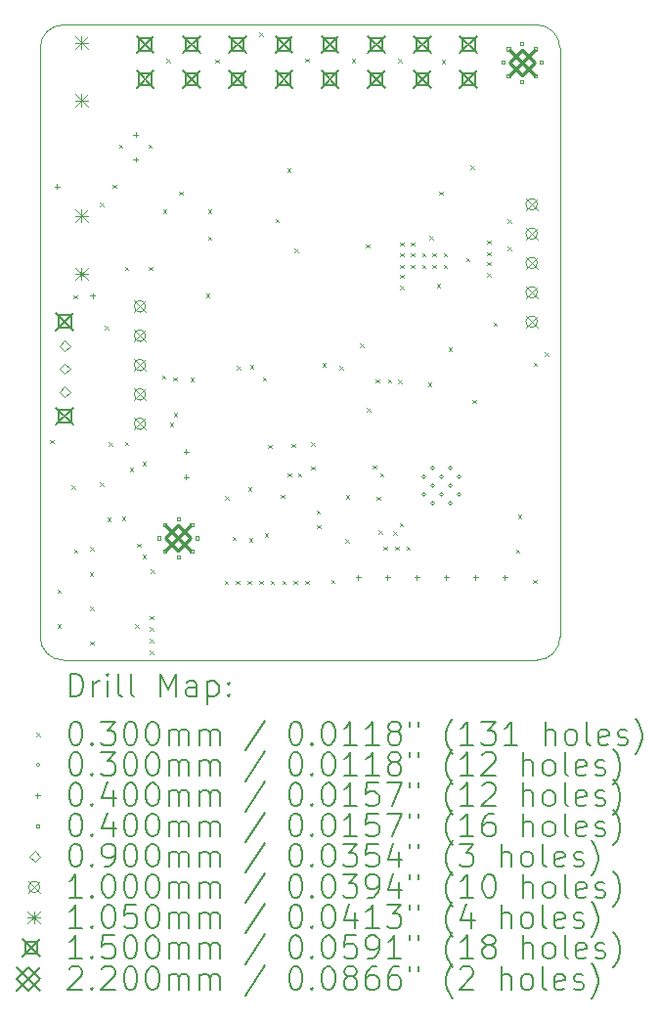
<source format=gbr>
%TF.GenerationSoftware,KiCad,Pcbnew,8.0.4*%
%TF.CreationDate,2024-09-21T14:57:10-03:00*%
%TF.ProjectId,DongleALIVEv2.0,446f6e67-6c65-4414-9c49-564576322e30,2.0*%
%TF.SameCoordinates,Original*%
%TF.FileFunction,Drillmap*%
%TF.FilePolarity,Positive*%
%FSLAX45Y45*%
G04 Gerber Fmt 4.5, Leading zero omitted, Abs format (unit mm)*
G04 Created by KiCad (PCBNEW 8.0.4) date 2024-09-21 14:57:10*
%MOMM*%
%LPD*%
G01*
G04 APERTURE LIST*
%ADD10C,0.050000*%
%ADD11C,0.200000*%
%ADD12C,0.100000*%
%ADD13C,0.105000*%
%ADD14C,0.150000*%
%ADD15C,0.220000*%
G04 APERTURE END LIST*
D10*
X19907789Y-6976389D02*
G75*
G02*
X20107901Y-7176494I-19J-200131D01*
G01*
X20108000Y-12276894D02*
G75*
G02*
X19907895Y-12477000I-200110J5D01*
G01*
X20107895Y-7176494D02*
X20107895Y-12276894D01*
X15808000Y-12477000D02*
G75*
G02*
X15607900Y-12276894I0J200100D01*
G01*
X15808000Y-6976390D02*
X19907789Y-6976390D01*
X15607894Y-7176496D02*
G75*
G02*
X15808000Y-6976384I200116J-4D01*
G01*
X15607894Y-12276894D02*
X15607894Y-7176496D01*
X19907895Y-12477000D02*
X15808000Y-12477000D01*
D11*
D12*
X15691000Y-10569000D02*
X15721000Y-10599000D01*
X15721000Y-10569000D02*
X15691000Y-10599000D01*
X15756000Y-11863000D02*
X15786000Y-11893000D01*
X15786000Y-11863000D02*
X15756000Y-11893000D01*
X15756000Y-12166000D02*
X15786000Y-12196000D01*
X15786000Y-12166000D02*
X15756000Y-12196000D01*
X15878500Y-10963848D02*
X15908500Y-10993848D01*
X15908500Y-10963848D02*
X15878500Y-10993848D01*
X15896000Y-9318000D02*
X15926000Y-9348000D01*
X15926000Y-9318000D02*
X15896000Y-9348000D01*
X15900000Y-11518000D02*
X15930000Y-11548000D01*
X15930000Y-11518000D02*
X15900000Y-11548000D01*
X16038000Y-11715000D02*
X16068000Y-11745000D01*
X16068000Y-11715000D02*
X16038000Y-11745000D01*
X16040000Y-12015000D02*
X16070000Y-12045000D01*
X16070000Y-12015000D02*
X16040000Y-12045000D01*
X16041000Y-12315000D02*
X16071000Y-12345000D01*
X16071000Y-12315000D02*
X16041000Y-12345000D01*
X16042000Y-11497000D02*
X16072000Y-11527000D01*
X16072000Y-11497000D02*
X16042000Y-11527000D01*
X16122823Y-10939673D02*
X16152823Y-10969673D01*
X16152823Y-10939673D02*
X16122823Y-10969673D01*
X16123000Y-8514000D02*
X16153000Y-8544000D01*
X16153000Y-8514000D02*
X16123000Y-8544000D01*
X16167000Y-9581000D02*
X16197000Y-9611000D01*
X16197000Y-9581000D02*
X16167000Y-9611000D01*
X16187000Y-11243000D02*
X16217000Y-11273000D01*
X16217000Y-11243000D02*
X16187000Y-11273000D01*
X16202000Y-10590000D02*
X16232000Y-10620000D01*
X16232000Y-10590000D02*
X16202000Y-10620000D01*
X16236000Y-8361000D02*
X16266000Y-8391000D01*
X16266000Y-8361000D02*
X16236000Y-8391000D01*
X16291000Y-8011000D02*
X16321000Y-8041000D01*
X16321000Y-8011000D02*
X16291000Y-8041000D01*
X16314000Y-11233000D02*
X16344000Y-11263000D01*
X16344000Y-11233000D02*
X16314000Y-11263000D01*
X16340000Y-9072000D02*
X16370000Y-9102000D01*
X16370000Y-9072000D02*
X16340000Y-9102000D01*
X16340000Y-10588000D02*
X16370000Y-10618000D01*
X16370000Y-10588000D02*
X16340000Y-10618000D01*
X16382000Y-10811000D02*
X16412000Y-10841000D01*
X16412000Y-10811000D02*
X16382000Y-10841000D01*
X16431000Y-12166000D02*
X16461000Y-12196000D01*
X16461000Y-12166000D02*
X16431000Y-12196000D01*
X16445000Y-11468000D02*
X16475000Y-11498000D01*
X16475000Y-11468000D02*
X16445000Y-11498000D01*
X16492000Y-11566000D02*
X16522000Y-11596000D01*
X16522000Y-11566000D02*
X16492000Y-11596000D01*
X16495000Y-10761000D02*
X16525000Y-10791000D01*
X16525000Y-10761000D02*
X16495000Y-10791000D01*
X16544000Y-8011000D02*
X16574000Y-8041000D01*
X16574000Y-8011000D02*
X16544000Y-8041000D01*
X16550000Y-9071000D02*
X16580000Y-9101000D01*
X16580000Y-9071000D02*
X16550000Y-9101000D01*
X16557000Y-12092000D02*
X16587000Y-12122000D01*
X16587000Y-12092000D02*
X16557000Y-12122000D01*
X16557000Y-12192000D02*
X16587000Y-12222000D01*
X16587000Y-12192000D02*
X16557000Y-12222000D01*
X16557000Y-12292000D02*
X16587000Y-12322000D01*
X16587000Y-12292000D02*
X16557000Y-12322000D01*
X16557000Y-12392000D02*
X16587000Y-12422000D01*
X16587000Y-12392000D02*
X16557000Y-12422000D01*
X16567000Y-11689000D02*
X16597000Y-11719000D01*
X16597000Y-11689000D02*
X16567000Y-11719000D01*
X16664000Y-10012000D02*
X16694000Y-10042000D01*
X16694000Y-10012000D02*
X16664000Y-10042000D01*
X16672500Y-8575500D02*
X16702500Y-8605500D01*
X16702500Y-8575500D02*
X16672500Y-8605500D01*
X16701000Y-7272000D02*
X16731000Y-7302000D01*
X16731000Y-7272000D02*
X16701000Y-7302000D01*
X16730481Y-10420920D02*
X16760481Y-10450920D01*
X16760481Y-10420920D02*
X16730481Y-10450920D01*
X16762000Y-10029000D02*
X16792000Y-10059000D01*
X16792000Y-10029000D02*
X16762000Y-10059000D01*
X16763000Y-10337000D02*
X16793000Y-10367000D01*
X16793000Y-10337000D02*
X16763000Y-10367000D01*
X16812000Y-8419000D02*
X16842000Y-8449000D01*
X16842000Y-8419000D02*
X16812000Y-8449000D01*
X16907000Y-10031000D02*
X16937000Y-10061000D01*
X16937000Y-10031000D02*
X16907000Y-10061000D01*
X17045000Y-9304000D02*
X17075000Y-9334000D01*
X17075000Y-9304000D02*
X17045000Y-9334000D01*
X17059000Y-8577000D02*
X17089000Y-8607000D01*
X17089000Y-8577000D02*
X17059000Y-8607000D01*
X17059000Y-8810000D02*
X17089000Y-8840000D01*
X17089000Y-8810000D02*
X17059000Y-8840000D01*
X17122000Y-7274000D02*
X17152000Y-7304000D01*
X17152000Y-7274000D02*
X17122000Y-7304000D01*
X17203000Y-11787000D02*
X17233000Y-11817000D01*
X17233000Y-11787000D02*
X17203000Y-11817000D01*
X17211000Y-11056000D02*
X17241000Y-11086000D01*
X17241000Y-11056000D02*
X17211000Y-11086000D01*
X17272000Y-11407000D02*
X17302000Y-11437000D01*
X17302000Y-11407000D02*
X17272000Y-11437000D01*
X17303000Y-11787000D02*
X17333000Y-11817000D01*
X17333000Y-11787000D02*
X17303000Y-11817000D01*
X17309000Y-9928000D02*
X17339000Y-9958000D01*
X17339000Y-9928000D02*
X17309000Y-9958000D01*
X17403000Y-11787000D02*
X17433000Y-11817000D01*
X17433000Y-11787000D02*
X17403000Y-11817000D01*
X17409000Y-10980000D02*
X17439000Y-11010000D01*
X17439000Y-10980000D02*
X17409000Y-11010000D01*
X17415000Y-11421000D02*
X17445000Y-11451000D01*
X17445000Y-11421000D02*
X17415000Y-11451000D01*
X17425000Y-9921000D02*
X17455000Y-9951000D01*
X17455000Y-9921000D02*
X17425000Y-9951000D01*
X17503000Y-7041000D02*
X17533000Y-7071000D01*
X17533000Y-7041000D02*
X17503000Y-7071000D01*
X17503000Y-11787000D02*
X17533000Y-11817000D01*
X17533000Y-11787000D02*
X17503000Y-11817000D01*
X17535000Y-10026000D02*
X17565000Y-10056000D01*
X17565000Y-10026000D02*
X17535000Y-10056000D01*
X17550000Y-11376000D02*
X17580000Y-11406000D01*
X17580000Y-11376000D02*
X17550000Y-11406000D01*
X17582000Y-10611000D02*
X17612000Y-10641000D01*
X17612000Y-10611000D02*
X17582000Y-10641000D01*
X17603000Y-11787000D02*
X17633000Y-11817000D01*
X17633000Y-11787000D02*
X17603000Y-11817000D01*
X17644000Y-8654000D02*
X17674000Y-8684000D01*
X17674000Y-8654000D02*
X17644000Y-8684000D01*
X17690000Y-11043000D02*
X17720000Y-11073000D01*
X17720000Y-11043000D02*
X17690000Y-11073000D01*
X17703000Y-11787000D02*
X17733000Y-11817000D01*
X17733000Y-11787000D02*
X17703000Y-11817000D01*
X17745000Y-8221000D02*
X17775000Y-8251000D01*
X17775000Y-8221000D02*
X17745000Y-8251000D01*
X17751000Y-10857000D02*
X17781000Y-10887000D01*
X17781000Y-10857000D02*
X17751000Y-10887000D01*
X17783000Y-10603000D02*
X17813000Y-10633000D01*
X17813000Y-10603000D02*
X17783000Y-10633000D01*
X17803000Y-11787000D02*
X17833000Y-11817000D01*
X17833000Y-11787000D02*
X17803000Y-11817000D01*
X17810000Y-8914000D02*
X17840000Y-8944000D01*
X17840000Y-8914000D02*
X17810000Y-8944000D01*
X17841000Y-10857000D02*
X17871000Y-10887000D01*
X17871000Y-10857000D02*
X17841000Y-10887000D01*
X17903000Y-11787000D02*
X17933000Y-11817000D01*
X17933000Y-11787000D02*
X17903000Y-11817000D01*
X17905000Y-7268000D02*
X17935000Y-7298000D01*
X17935000Y-7268000D02*
X17905000Y-7298000D01*
X17956000Y-10592000D02*
X17986000Y-10622000D01*
X17986000Y-10592000D02*
X17956000Y-10622000D01*
X17956000Y-10797000D02*
X17986000Y-10827000D01*
X17986000Y-10797000D02*
X17956000Y-10827000D01*
X18001000Y-11178000D02*
X18031000Y-11208000D01*
X18031000Y-11178000D02*
X18001000Y-11208000D01*
X18004000Y-11306000D02*
X18034000Y-11336000D01*
X18034000Y-11306000D02*
X18004000Y-11336000D01*
X18050000Y-9905000D02*
X18080000Y-9935000D01*
X18080000Y-9905000D02*
X18050000Y-9935000D01*
X18126000Y-11782000D02*
X18156000Y-11812000D01*
X18156000Y-11782000D02*
X18126000Y-11812000D01*
X18198000Y-9929000D02*
X18228000Y-9959000D01*
X18228000Y-9929000D02*
X18198000Y-9959000D01*
X18249000Y-11431000D02*
X18279000Y-11461000D01*
X18279000Y-11431000D02*
X18249000Y-11461000D01*
X18253000Y-11049000D02*
X18283000Y-11079000D01*
X18283000Y-11049000D02*
X18253000Y-11079000D01*
X18304000Y-7273000D02*
X18334000Y-7303000D01*
X18334000Y-7273000D02*
X18304000Y-7303000D01*
X18379000Y-9737000D02*
X18409000Y-9767000D01*
X18409000Y-9737000D02*
X18379000Y-9767000D01*
X18427000Y-8875000D02*
X18457000Y-8905000D01*
X18457000Y-8875000D02*
X18427000Y-8905000D01*
X18436000Y-10296000D02*
X18466000Y-10326000D01*
X18466000Y-10296000D02*
X18436000Y-10326000D01*
X18485000Y-10788000D02*
X18515000Y-10818000D01*
X18515000Y-10788000D02*
X18485000Y-10818000D01*
X18512000Y-10045000D02*
X18542000Y-10075000D01*
X18542000Y-10045000D02*
X18512000Y-10075000D01*
X18523000Y-11059000D02*
X18553000Y-11089000D01*
X18553000Y-11059000D02*
X18523000Y-11089000D01*
X18536000Y-11351000D02*
X18566000Y-11381000D01*
X18566000Y-11351000D02*
X18536000Y-11381000D01*
X18551500Y-10857500D02*
X18581500Y-10887500D01*
X18581500Y-10857500D02*
X18551500Y-10887500D01*
X18581000Y-11492000D02*
X18611000Y-11522000D01*
X18611000Y-11492000D02*
X18581000Y-11522000D01*
X18617000Y-10044000D02*
X18647000Y-10074000D01*
X18647000Y-10044000D02*
X18617000Y-10074000D01*
X18665000Y-11362000D02*
X18695000Y-11392000D01*
X18695000Y-11362000D02*
X18665000Y-11392000D01*
X18681000Y-11492000D02*
X18711000Y-11522000D01*
X18711000Y-11492000D02*
X18681000Y-11522000D01*
X18706949Y-10047032D02*
X18736949Y-10077032D01*
X18736949Y-10047032D02*
X18706949Y-10077032D01*
X18707000Y-7273000D02*
X18737000Y-7303000D01*
X18737000Y-7273000D02*
X18707000Y-7303000D01*
X18719000Y-11290000D02*
X18749000Y-11320000D01*
X18749000Y-11290000D02*
X18719000Y-11320000D01*
X18725000Y-8952000D02*
X18755000Y-8982000D01*
X18755000Y-8952000D02*
X18725000Y-8982000D01*
X18725000Y-9052000D02*
X18755000Y-9082000D01*
X18755000Y-9052000D02*
X18725000Y-9082000D01*
X18725000Y-9138000D02*
X18755000Y-9168000D01*
X18755000Y-9138000D02*
X18725000Y-9168000D01*
X18725000Y-9238000D02*
X18755000Y-9268000D01*
X18755000Y-9238000D02*
X18725000Y-9268000D01*
X18726000Y-8859000D02*
X18756000Y-8889000D01*
X18756000Y-8859000D02*
X18726000Y-8889000D01*
X18781000Y-11492000D02*
X18811000Y-11522000D01*
X18811000Y-11492000D02*
X18781000Y-11522000D01*
X18816000Y-8952000D02*
X18846000Y-8982000D01*
X18846000Y-8952000D02*
X18816000Y-8982000D01*
X18816000Y-9052000D02*
X18846000Y-9082000D01*
X18846000Y-9052000D02*
X18816000Y-9082000D01*
X18817000Y-8859000D02*
X18847000Y-8889000D01*
X18847000Y-8859000D02*
X18817000Y-8889000D01*
X18916000Y-8952000D02*
X18946000Y-8982000D01*
X18946000Y-8952000D02*
X18916000Y-8982000D01*
X18916000Y-9052000D02*
X18946000Y-9082000D01*
X18946000Y-9052000D02*
X18916000Y-9082000D01*
X18965000Y-10072000D02*
X18995000Y-10102000D01*
X18995000Y-10072000D02*
X18965000Y-10102000D01*
X18977000Y-8803000D02*
X19007000Y-8833000D01*
X19007000Y-8803000D02*
X18977000Y-8833000D01*
X19002000Y-8952000D02*
X19032000Y-8982000D01*
X19032000Y-8952000D02*
X19002000Y-8982000D01*
X19002000Y-9052000D02*
X19032000Y-9082000D01*
X19032000Y-9052000D02*
X19002000Y-9082000D01*
X19040000Y-9220000D02*
X19070000Y-9250000D01*
X19070000Y-9220000D02*
X19040000Y-9250000D01*
X19061000Y-8419000D02*
X19091000Y-8449000D01*
X19091000Y-8419000D02*
X19061000Y-8449000D01*
X19086000Y-7281000D02*
X19116000Y-7311000D01*
X19116000Y-7281000D02*
X19086000Y-7311000D01*
X19102000Y-8952000D02*
X19132000Y-8982000D01*
X19132000Y-8952000D02*
X19102000Y-8982000D01*
X19102000Y-9052000D02*
X19132000Y-9082000D01*
X19132000Y-9052000D02*
X19102000Y-9082000D01*
X19145000Y-9768000D02*
X19175000Y-9798000D01*
X19175000Y-9768000D02*
X19145000Y-9798000D01*
X19294000Y-8993000D02*
X19324000Y-9023000D01*
X19324000Y-8993000D02*
X19294000Y-9023000D01*
X19335000Y-8196000D02*
X19365000Y-8226000D01*
X19365000Y-8196000D02*
X19335000Y-8226000D01*
X19351000Y-10224000D02*
X19381000Y-10254000D01*
X19381000Y-10224000D02*
X19351000Y-10254000D01*
X19478000Y-8842000D02*
X19508000Y-8872000D01*
X19508000Y-8842000D02*
X19478000Y-8872000D01*
X19478000Y-8942000D02*
X19508000Y-8972000D01*
X19508000Y-8942000D02*
X19478000Y-8972000D01*
X19478000Y-9028000D02*
X19508000Y-9058000D01*
X19508000Y-9028000D02*
X19478000Y-9058000D01*
X19478000Y-9128000D02*
X19508000Y-9158000D01*
X19508000Y-9128000D02*
X19478000Y-9158000D01*
X19533000Y-9555000D02*
X19563000Y-9585000D01*
X19563000Y-9555000D02*
X19533000Y-9585000D01*
X19654000Y-8660000D02*
X19684000Y-8690000D01*
X19684000Y-8660000D02*
X19654000Y-8690000D01*
X19654000Y-8896000D02*
X19684000Y-8926000D01*
X19684000Y-8896000D02*
X19654000Y-8926000D01*
X19729000Y-11516000D02*
X19759000Y-11546000D01*
X19759000Y-11516000D02*
X19729000Y-11546000D01*
X19746000Y-11215000D02*
X19776000Y-11245000D01*
X19776000Y-11215000D02*
X19746000Y-11245000D01*
X19876000Y-11782000D02*
X19906000Y-11812000D01*
X19906000Y-11782000D02*
X19876000Y-11812000D01*
X19879000Y-9901000D02*
X19909000Y-9931000D01*
X19909000Y-9901000D02*
X19879000Y-9931000D01*
X19976000Y-9813000D02*
X20006000Y-9843000D01*
X20006000Y-9813000D02*
X19976000Y-9843000D01*
X18946500Y-10889250D02*
G75*
G02*
X18916500Y-10889250I-15000J0D01*
G01*
X18916500Y-10889250D02*
G75*
G02*
X18946500Y-10889250I15000J0D01*
G01*
X18946500Y-11041750D02*
G75*
G02*
X18916500Y-11041750I-15000J0D01*
G01*
X18916500Y-11041750D02*
G75*
G02*
X18946500Y-11041750I15000J0D01*
G01*
X19022750Y-10813000D02*
G75*
G02*
X18992750Y-10813000I-15000J0D01*
G01*
X18992750Y-10813000D02*
G75*
G02*
X19022750Y-10813000I15000J0D01*
G01*
X19022750Y-10965500D02*
G75*
G02*
X18992750Y-10965500I-15000J0D01*
G01*
X18992750Y-10965500D02*
G75*
G02*
X19022750Y-10965500I15000J0D01*
G01*
X19022750Y-11118000D02*
G75*
G02*
X18992750Y-11118000I-15000J0D01*
G01*
X18992750Y-11118000D02*
G75*
G02*
X19022750Y-11118000I15000J0D01*
G01*
X19099000Y-10889250D02*
G75*
G02*
X19069000Y-10889250I-15000J0D01*
G01*
X19069000Y-10889250D02*
G75*
G02*
X19099000Y-10889250I15000J0D01*
G01*
X19099000Y-11041750D02*
G75*
G02*
X19069000Y-11041750I-15000J0D01*
G01*
X19069000Y-11041750D02*
G75*
G02*
X19099000Y-11041750I15000J0D01*
G01*
X19175250Y-10813000D02*
G75*
G02*
X19145250Y-10813000I-15000J0D01*
G01*
X19145250Y-10813000D02*
G75*
G02*
X19175250Y-10813000I15000J0D01*
G01*
X19175250Y-10965500D02*
G75*
G02*
X19145250Y-10965500I-15000J0D01*
G01*
X19145250Y-10965500D02*
G75*
G02*
X19175250Y-10965500I15000J0D01*
G01*
X19175250Y-11118000D02*
G75*
G02*
X19145250Y-11118000I-15000J0D01*
G01*
X19145250Y-11118000D02*
G75*
G02*
X19175250Y-11118000I15000J0D01*
G01*
X19251500Y-10889250D02*
G75*
G02*
X19221500Y-10889250I-15000J0D01*
G01*
X19221500Y-10889250D02*
G75*
G02*
X19251500Y-10889250I15000J0D01*
G01*
X19251500Y-11041750D02*
G75*
G02*
X19221500Y-11041750I-15000J0D01*
G01*
X19221500Y-11041750D02*
G75*
G02*
X19251500Y-11041750I15000J0D01*
G01*
X15752000Y-8355000D02*
X15752000Y-8395000D01*
X15732000Y-8375000D02*
X15772000Y-8375000D01*
X16060000Y-9300000D02*
X16060000Y-9340000D01*
X16040000Y-9320000D02*
X16080000Y-9320000D01*
X16433000Y-7907000D02*
X16433000Y-7947000D01*
X16413000Y-7927000D02*
X16453000Y-7927000D01*
X16433000Y-8122000D02*
X16433000Y-8162000D01*
X16413000Y-8142000D02*
X16453000Y-8142000D01*
X16870000Y-10651000D02*
X16870000Y-10691000D01*
X16850000Y-10671000D02*
X16890000Y-10671000D01*
X16870000Y-10872000D02*
X16870000Y-10912000D01*
X16850000Y-10892000D02*
X16890000Y-10892000D01*
X18361000Y-11739000D02*
X18361000Y-11779000D01*
X18341000Y-11759000D02*
X18381000Y-11759000D01*
X18615000Y-11739000D02*
X18615000Y-11779000D01*
X18595000Y-11759000D02*
X18635000Y-11759000D01*
X18869000Y-11739000D02*
X18869000Y-11779000D01*
X18849000Y-11759000D02*
X18889000Y-11759000D01*
X19123000Y-11739000D02*
X19123000Y-11779000D01*
X19103000Y-11759000D02*
X19143000Y-11759000D01*
X19377000Y-11739000D02*
X19377000Y-11779000D01*
X19357000Y-11759000D02*
X19397000Y-11759000D01*
X19631000Y-11739000D02*
X19631000Y-11779000D01*
X19611000Y-11759000D02*
X19651000Y-11759000D01*
X16652142Y-11432142D02*
X16652142Y-11403858D01*
X16623858Y-11403858D01*
X16623858Y-11432142D01*
X16652142Y-11432142D01*
X16700470Y-11315470D02*
X16700470Y-11287185D01*
X16672185Y-11287185D01*
X16672185Y-11315470D01*
X16700470Y-11315470D01*
X16700470Y-11548815D02*
X16700470Y-11520530D01*
X16672185Y-11520530D01*
X16672185Y-11548815D01*
X16700470Y-11548815D01*
X16817142Y-11267142D02*
X16817142Y-11238858D01*
X16788858Y-11238858D01*
X16788858Y-11267142D01*
X16817142Y-11267142D01*
X16817142Y-11597142D02*
X16817142Y-11568858D01*
X16788858Y-11568858D01*
X16788858Y-11597142D01*
X16817142Y-11597142D01*
X16933815Y-11315470D02*
X16933815Y-11287185D01*
X16905530Y-11287185D01*
X16905530Y-11315470D01*
X16933815Y-11315470D01*
X16933815Y-11548815D02*
X16933815Y-11520530D01*
X16905530Y-11520530D01*
X16905530Y-11548815D01*
X16933815Y-11548815D01*
X16982142Y-11432142D02*
X16982142Y-11403858D01*
X16953858Y-11403858D01*
X16953858Y-11432142D01*
X16982142Y-11432142D01*
X19628142Y-7316142D02*
X19628142Y-7287858D01*
X19599858Y-7287858D01*
X19599858Y-7316142D01*
X19628142Y-7316142D01*
X19676470Y-7199470D02*
X19676470Y-7171185D01*
X19648185Y-7171185D01*
X19648185Y-7199470D01*
X19676470Y-7199470D01*
X19676470Y-7432815D02*
X19676470Y-7404530D01*
X19648185Y-7404530D01*
X19648185Y-7432815D01*
X19676470Y-7432815D01*
X19793142Y-7151142D02*
X19793142Y-7122858D01*
X19764858Y-7122858D01*
X19764858Y-7151142D01*
X19793142Y-7151142D01*
X19793142Y-7481142D02*
X19793142Y-7452858D01*
X19764858Y-7452858D01*
X19764858Y-7481142D01*
X19793142Y-7481142D01*
X19909815Y-7199470D02*
X19909815Y-7171185D01*
X19881530Y-7171185D01*
X19881530Y-7199470D01*
X19909815Y-7199470D01*
X19909815Y-7432815D02*
X19909815Y-7404530D01*
X19881530Y-7404530D01*
X19881530Y-7432815D01*
X19909815Y-7432815D01*
X19958142Y-7316142D02*
X19958142Y-7287858D01*
X19929858Y-7287858D01*
X19929858Y-7316142D01*
X19958142Y-7316142D01*
X15821000Y-9800000D02*
X15866000Y-9755000D01*
X15821000Y-9710000D01*
X15776000Y-9755000D01*
X15821000Y-9800000D01*
X15821000Y-10000000D02*
X15866000Y-9955000D01*
X15821000Y-9910000D01*
X15776000Y-9955000D01*
X15821000Y-10000000D01*
X15821000Y-10200000D02*
X15866000Y-10155000D01*
X15821000Y-10110000D01*
X15776000Y-10155000D01*
X15821000Y-10200000D01*
X16421000Y-9364000D02*
X16521000Y-9464000D01*
X16521000Y-9364000D02*
X16421000Y-9464000D01*
X16521000Y-9414000D02*
G75*
G02*
X16421000Y-9414000I-50000J0D01*
G01*
X16421000Y-9414000D02*
G75*
G02*
X16521000Y-9414000I50000J0D01*
G01*
X16421000Y-9618000D02*
X16521000Y-9718000D01*
X16521000Y-9618000D02*
X16421000Y-9718000D01*
X16521000Y-9668000D02*
G75*
G02*
X16421000Y-9668000I-50000J0D01*
G01*
X16421000Y-9668000D02*
G75*
G02*
X16521000Y-9668000I50000J0D01*
G01*
X16421000Y-9872000D02*
X16521000Y-9972000D01*
X16521000Y-9872000D02*
X16421000Y-9972000D01*
X16521000Y-9922000D02*
G75*
G02*
X16421000Y-9922000I-50000J0D01*
G01*
X16421000Y-9922000D02*
G75*
G02*
X16521000Y-9922000I50000J0D01*
G01*
X16421000Y-10126000D02*
X16521000Y-10226000D01*
X16521000Y-10126000D02*
X16421000Y-10226000D01*
X16521000Y-10176000D02*
G75*
G02*
X16421000Y-10176000I-50000J0D01*
G01*
X16421000Y-10176000D02*
G75*
G02*
X16521000Y-10176000I50000J0D01*
G01*
X16421000Y-10380000D02*
X16521000Y-10480000D01*
X16521000Y-10380000D02*
X16421000Y-10480000D01*
X16521000Y-10430000D02*
G75*
G02*
X16421000Y-10430000I-50000J0D01*
G01*
X16421000Y-10430000D02*
G75*
G02*
X16521000Y-10430000I50000J0D01*
G01*
X19813000Y-8480000D02*
X19913000Y-8580000D01*
X19913000Y-8480000D02*
X19813000Y-8580000D01*
X19913000Y-8530000D02*
G75*
G02*
X19813000Y-8530000I-50000J0D01*
G01*
X19813000Y-8530000D02*
G75*
G02*
X19913000Y-8530000I50000J0D01*
G01*
X19813000Y-8734000D02*
X19913000Y-8834000D01*
X19913000Y-8734000D02*
X19813000Y-8834000D01*
X19913000Y-8784000D02*
G75*
G02*
X19813000Y-8784000I-50000J0D01*
G01*
X19813000Y-8784000D02*
G75*
G02*
X19913000Y-8784000I50000J0D01*
G01*
X19813000Y-8988000D02*
X19913000Y-9088000D01*
X19913000Y-8988000D02*
X19813000Y-9088000D01*
X19913000Y-9038000D02*
G75*
G02*
X19813000Y-9038000I-50000J0D01*
G01*
X19813000Y-9038000D02*
G75*
G02*
X19913000Y-9038000I50000J0D01*
G01*
X19813000Y-9242000D02*
X19913000Y-9342000D01*
X19913000Y-9242000D02*
X19813000Y-9342000D01*
X19913000Y-9292000D02*
G75*
G02*
X19813000Y-9292000I-50000J0D01*
G01*
X19813000Y-9292000D02*
G75*
G02*
X19913000Y-9292000I50000J0D01*
G01*
X19813000Y-9496000D02*
X19913000Y-9596000D01*
X19913000Y-9496000D02*
X19813000Y-9596000D01*
X19913000Y-9546000D02*
G75*
G02*
X19813000Y-9546000I-50000J0D01*
G01*
X19813000Y-9546000D02*
G75*
G02*
X19913000Y-9546000I50000J0D01*
G01*
D13*
X15912500Y-7077500D02*
X16017500Y-7182500D01*
X16017500Y-7077500D02*
X15912500Y-7182500D01*
X15965000Y-7077500D02*
X15965000Y-7182500D01*
X15912500Y-7130000D02*
X16017500Y-7130000D01*
X15912500Y-7577500D02*
X16017500Y-7682500D01*
X16017500Y-7577500D02*
X15912500Y-7682500D01*
X15965000Y-7577500D02*
X15965000Y-7682500D01*
X15912500Y-7630000D02*
X16017500Y-7630000D01*
X15912500Y-8577500D02*
X16017500Y-8682500D01*
X16017500Y-8577500D02*
X15912500Y-8682500D01*
X15965000Y-8577500D02*
X15965000Y-8682500D01*
X15912500Y-8630000D02*
X16017500Y-8630000D01*
X15912500Y-9077500D02*
X16017500Y-9182500D01*
X16017500Y-9077500D02*
X15912500Y-9182500D01*
X15965000Y-9077500D02*
X15965000Y-9182500D01*
X15912500Y-9130000D02*
X16017500Y-9130000D01*
D14*
X15746000Y-9470000D02*
X15896000Y-9620000D01*
X15896000Y-9470000D02*
X15746000Y-9620000D01*
X15874033Y-9598034D02*
X15874033Y-9491967D01*
X15767966Y-9491967D01*
X15767966Y-9598034D01*
X15874033Y-9598034D01*
X15746000Y-10290000D02*
X15896000Y-10440000D01*
X15896000Y-10290000D02*
X15746000Y-10440000D01*
X15874033Y-10418034D02*
X15874033Y-10311967D01*
X15767966Y-10311967D01*
X15767966Y-10418034D01*
X15874033Y-10418034D01*
X16443000Y-7071000D02*
X16593000Y-7221000D01*
X16593000Y-7071000D02*
X16443000Y-7221000D01*
X16571033Y-7199033D02*
X16571033Y-7092966D01*
X16464966Y-7092966D01*
X16464966Y-7199033D01*
X16571033Y-7199033D01*
X16443000Y-7371000D02*
X16593000Y-7521000D01*
X16593000Y-7371000D02*
X16443000Y-7521000D01*
X16571033Y-7499033D02*
X16571033Y-7392966D01*
X16464966Y-7392966D01*
X16464966Y-7499033D01*
X16571033Y-7499033D01*
X16843000Y-7071000D02*
X16993000Y-7221000D01*
X16993000Y-7071000D02*
X16843000Y-7221000D01*
X16971034Y-7199033D02*
X16971034Y-7092966D01*
X16864967Y-7092966D01*
X16864967Y-7199033D01*
X16971034Y-7199033D01*
X16843000Y-7371000D02*
X16993000Y-7521000D01*
X16993000Y-7371000D02*
X16843000Y-7521000D01*
X16971034Y-7499033D02*
X16971034Y-7392966D01*
X16864967Y-7392966D01*
X16864967Y-7499033D01*
X16971034Y-7499033D01*
X17243000Y-7071000D02*
X17393000Y-7221000D01*
X17393000Y-7071000D02*
X17243000Y-7221000D01*
X17371034Y-7199033D02*
X17371034Y-7092966D01*
X17264967Y-7092966D01*
X17264967Y-7199033D01*
X17371034Y-7199033D01*
X17243000Y-7371000D02*
X17393000Y-7521000D01*
X17393000Y-7371000D02*
X17243000Y-7521000D01*
X17371034Y-7499033D02*
X17371034Y-7392966D01*
X17264967Y-7392966D01*
X17264967Y-7499033D01*
X17371034Y-7499033D01*
X17643000Y-7071000D02*
X17793000Y-7221000D01*
X17793000Y-7071000D02*
X17643000Y-7221000D01*
X17771034Y-7199033D02*
X17771034Y-7092966D01*
X17664967Y-7092966D01*
X17664967Y-7199033D01*
X17771034Y-7199033D01*
X17643000Y-7371000D02*
X17793000Y-7521000D01*
X17793000Y-7371000D02*
X17643000Y-7521000D01*
X17771034Y-7499033D02*
X17771034Y-7392966D01*
X17664967Y-7392966D01*
X17664967Y-7499033D01*
X17771034Y-7499033D01*
X18043000Y-7071000D02*
X18193000Y-7221000D01*
X18193000Y-7071000D02*
X18043000Y-7221000D01*
X18171034Y-7199033D02*
X18171034Y-7092966D01*
X18064967Y-7092966D01*
X18064967Y-7199033D01*
X18171034Y-7199033D01*
X18043000Y-7371000D02*
X18193000Y-7521000D01*
X18193000Y-7371000D02*
X18043000Y-7521000D01*
X18171034Y-7499033D02*
X18171034Y-7392966D01*
X18064967Y-7392966D01*
X18064967Y-7499033D01*
X18171034Y-7499033D01*
X18443000Y-7071000D02*
X18593000Y-7221000D01*
X18593000Y-7071000D02*
X18443000Y-7221000D01*
X18571034Y-7199033D02*
X18571034Y-7092966D01*
X18464967Y-7092966D01*
X18464967Y-7199033D01*
X18571034Y-7199033D01*
X18443000Y-7371000D02*
X18593000Y-7521000D01*
X18593000Y-7371000D02*
X18443000Y-7521000D01*
X18571034Y-7499033D02*
X18571034Y-7392966D01*
X18464967Y-7392966D01*
X18464967Y-7499033D01*
X18571034Y-7499033D01*
X18843000Y-7071000D02*
X18993000Y-7221000D01*
X18993000Y-7071000D02*
X18843000Y-7221000D01*
X18971034Y-7199033D02*
X18971034Y-7092966D01*
X18864967Y-7092966D01*
X18864967Y-7199033D01*
X18971034Y-7199033D01*
X18843000Y-7371000D02*
X18993000Y-7521000D01*
X18993000Y-7371000D02*
X18843000Y-7521000D01*
X18971034Y-7499033D02*
X18971034Y-7392966D01*
X18864967Y-7392966D01*
X18864967Y-7499033D01*
X18971034Y-7499033D01*
X19243000Y-7071000D02*
X19393000Y-7221000D01*
X19393000Y-7071000D02*
X19243000Y-7221000D01*
X19371034Y-7199033D02*
X19371034Y-7092966D01*
X19264967Y-7092966D01*
X19264967Y-7199033D01*
X19371034Y-7199033D01*
X19243000Y-7371000D02*
X19393000Y-7521000D01*
X19393000Y-7371000D02*
X19243000Y-7521000D01*
X19371034Y-7499033D02*
X19371034Y-7392966D01*
X19264967Y-7392966D01*
X19264967Y-7499033D01*
X19371034Y-7499033D01*
D15*
X16693000Y-11308000D02*
X16913000Y-11528000D01*
X16913000Y-11308000D02*
X16693000Y-11528000D01*
X16803000Y-11528000D02*
X16913000Y-11418000D01*
X16803000Y-11308000D01*
X16693000Y-11418000D01*
X16803000Y-11528000D01*
X19669000Y-7192000D02*
X19889000Y-7412000D01*
X19889000Y-7192000D02*
X19669000Y-7412000D01*
X19779000Y-7412000D02*
X19889000Y-7302000D01*
X19779000Y-7192000D01*
X19669000Y-7302000D01*
X19779000Y-7412000D01*
D11*
X15866171Y-12790984D02*
X15866171Y-12590984D01*
X15866171Y-12590984D02*
X15913790Y-12590984D01*
X15913790Y-12590984D02*
X15942362Y-12600508D01*
X15942362Y-12600508D02*
X15961409Y-12619555D01*
X15961409Y-12619555D02*
X15970933Y-12638603D01*
X15970933Y-12638603D02*
X15980457Y-12676698D01*
X15980457Y-12676698D02*
X15980457Y-12705269D01*
X15980457Y-12705269D02*
X15970933Y-12743365D01*
X15970933Y-12743365D02*
X15961409Y-12762412D01*
X15961409Y-12762412D02*
X15942362Y-12781460D01*
X15942362Y-12781460D02*
X15913790Y-12790984D01*
X15913790Y-12790984D02*
X15866171Y-12790984D01*
X16066171Y-12790984D02*
X16066171Y-12657650D01*
X16066171Y-12695746D02*
X16075695Y-12676698D01*
X16075695Y-12676698D02*
X16085219Y-12667174D01*
X16085219Y-12667174D02*
X16104266Y-12657650D01*
X16104266Y-12657650D02*
X16123314Y-12657650D01*
X16189981Y-12790984D02*
X16189981Y-12657650D01*
X16189981Y-12590984D02*
X16180457Y-12600508D01*
X16180457Y-12600508D02*
X16189981Y-12610031D01*
X16189981Y-12610031D02*
X16199505Y-12600508D01*
X16199505Y-12600508D02*
X16189981Y-12590984D01*
X16189981Y-12590984D02*
X16189981Y-12610031D01*
X16313790Y-12790984D02*
X16294743Y-12781460D01*
X16294743Y-12781460D02*
X16285219Y-12762412D01*
X16285219Y-12762412D02*
X16285219Y-12590984D01*
X16418552Y-12790984D02*
X16399505Y-12781460D01*
X16399505Y-12781460D02*
X16389981Y-12762412D01*
X16389981Y-12762412D02*
X16389981Y-12590984D01*
X16647124Y-12790984D02*
X16647124Y-12590984D01*
X16647124Y-12590984D02*
X16713790Y-12733841D01*
X16713790Y-12733841D02*
X16780457Y-12590984D01*
X16780457Y-12590984D02*
X16780457Y-12790984D01*
X16961409Y-12790984D02*
X16961409Y-12686222D01*
X16961409Y-12686222D02*
X16951886Y-12667174D01*
X16951886Y-12667174D02*
X16932838Y-12657650D01*
X16932838Y-12657650D02*
X16894743Y-12657650D01*
X16894743Y-12657650D02*
X16875695Y-12667174D01*
X16961409Y-12781460D02*
X16942362Y-12790984D01*
X16942362Y-12790984D02*
X16894743Y-12790984D01*
X16894743Y-12790984D02*
X16875695Y-12781460D01*
X16875695Y-12781460D02*
X16866171Y-12762412D01*
X16866171Y-12762412D02*
X16866171Y-12743365D01*
X16866171Y-12743365D02*
X16875695Y-12724317D01*
X16875695Y-12724317D02*
X16894743Y-12714793D01*
X16894743Y-12714793D02*
X16942362Y-12714793D01*
X16942362Y-12714793D02*
X16961409Y-12705269D01*
X17056648Y-12657650D02*
X17056648Y-12857650D01*
X17056648Y-12667174D02*
X17075695Y-12657650D01*
X17075695Y-12657650D02*
X17113790Y-12657650D01*
X17113790Y-12657650D02*
X17132838Y-12667174D01*
X17132838Y-12667174D02*
X17142362Y-12676698D01*
X17142362Y-12676698D02*
X17151886Y-12695746D01*
X17151886Y-12695746D02*
X17151886Y-12752888D01*
X17151886Y-12752888D02*
X17142362Y-12771936D01*
X17142362Y-12771936D02*
X17132838Y-12781460D01*
X17132838Y-12781460D02*
X17113790Y-12790984D01*
X17113790Y-12790984D02*
X17075695Y-12790984D01*
X17075695Y-12790984D02*
X17056648Y-12781460D01*
X17237600Y-12771936D02*
X17247124Y-12781460D01*
X17247124Y-12781460D02*
X17237600Y-12790984D01*
X17237600Y-12790984D02*
X17228076Y-12781460D01*
X17228076Y-12781460D02*
X17237600Y-12771936D01*
X17237600Y-12771936D02*
X17237600Y-12790984D01*
X17237600Y-12667174D02*
X17247124Y-12676698D01*
X17247124Y-12676698D02*
X17237600Y-12686222D01*
X17237600Y-12686222D02*
X17228076Y-12676698D01*
X17228076Y-12676698D02*
X17237600Y-12667174D01*
X17237600Y-12667174D02*
X17237600Y-12686222D01*
D12*
X15575394Y-13104500D02*
X15605394Y-13134500D01*
X15605394Y-13104500D02*
X15575394Y-13134500D01*
D11*
X15904266Y-13010984D02*
X15923314Y-13010984D01*
X15923314Y-13010984D02*
X15942362Y-13020508D01*
X15942362Y-13020508D02*
X15951886Y-13030031D01*
X15951886Y-13030031D02*
X15961409Y-13049079D01*
X15961409Y-13049079D02*
X15970933Y-13087174D01*
X15970933Y-13087174D02*
X15970933Y-13134793D01*
X15970933Y-13134793D02*
X15961409Y-13172888D01*
X15961409Y-13172888D02*
X15951886Y-13191936D01*
X15951886Y-13191936D02*
X15942362Y-13201460D01*
X15942362Y-13201460D02*
X15923314Y-13210984D01*
X15923314Y-13210984D02*
X15904266Y-13210984D01*
X15904266Y-13210984D02*
X15885219Y-13201460D01*
X15885219Y-13201460D02*
X15875695Y-13191936D01*
X15875695Y-13191936D02*
X15866171Y-13172888D01*
X15866171Y-13172888D02*
X15856647Y-13134793D01*
X15856647Y-13134793D02*
X15856647Y-13087174D01*
X15856647Y-13087174D02*
X15866171Y-13049079D01*
X15866171Y-13049079D02*
X15875695Y-13030031D01*
X15875695Y-13030031D02*
X15885219Y-13020508D01*
X15885219Y-13020508D02*
X15904266Y-13010984D01*
X16056647Y-13191936D02*
X16066171Y-13201460D01*
X16066171Y-13201460D02*
X16056647Y-13210984D01*
X16056647Y-13210984D02*
X16047124Y-13201460D01*
X16047124Y-13201460D02*
X16056647Y-13191936D01*
X16056647Y-13191936D02*
X16056647Y-13210984D01*
X16132838Y-13010984D02*
X16256647Y-13010984D01*
X16256647Y-13010984D02*
X16189981Y-13087174D01*
X16189981Y-13087174D02*
X16218552Y-13087174D01*
X16218552Y-13087174D02*
X16237600Y-13096698D01*
X16237600Y-13096698D02*
X16247124Y-13106222D01*
X16247124Y-13106222D02*
X16256647Y-13125269D01*
X16256647Y-13125269D02*
X16256647Y-13172888D01*
X16256647Y-13172888D02*
X16247124Y-13191936D01*
X16247124Y-13191936D02*
X16237600Y-13201460D01*
X16237600Y-13201460D02*
X16218552Y-13210984D01*
X16218552Y-13210984D02*
X16161409Y-13210984D01*
X16161409Y-13210984D02*
X16142362Y-13201460D01*
X16142362Y-13201460D02*
X16132838Y-13191936D01*
X16380457Y-13010984D02*
X16399505Y-13010984D01*
X16399505Y-13010984D02*
X16418552Y-13020508D01*
X16418552Y-13020508D02*
X16428076Y-13030031D01*
X16428076Y-13030031D02*
X16437600Y-13049079D01*
X16437600Y-13049079D02*
X16447124Y-13087174D01*
X16447124Y-13087174D02*
X16447124Y-13134793D01*
X16447124Y-13134793D02*
X16437600Y-13172888D01*
X16437600Y-13172888D02*
X16428076Y-13191936D01*
X16428076Y-13191936D02*
X16418552Y-13201460D01*
X16418552Y-13201460D02*
X16399505Y-13210984D01*
X16399505Y-13210984D02*
X16380457Y-13210984D01*
X16380457Y-13210984D02*
X16361409Y-13201460D01*
X16361409Y-13201460D02*
X16351886Y-13191936D01*
X16351886Y-13191936D02*
X16342362Y-13172888D01*
X16342362Y-13172888D02*
X16332838Y-13134793D01*
X16332838Y-13134793D02*
X16332838Y-13087174D01*
X16332838Y-13087174D02*
X16342362Y-13049079D01*
X16342362Y-13049079D02*
X16351886Y-13030031D01*
X16351886Y-13030031D02*
X16361409Y-13020508D01*
X16361409Y-13020508D02*
X16380457Y-13010984D01*
X16570933Y-13010984D02*
X16589981Y-13010984D01*
X16589981Y-13010984D02*
X16609028Y-13020508D01*
X16609028Y-13020508D02*
X16618552Y-13030031D01*
X16618552Y-13030031D02*
X16628076Y-13049079D01*
X16628076Y-13049079D02*
X16637600Y-13087174D01*
X16637600Y-13087174D02*
X16637600Y-13134793D01*
X16637600Y-13134793D02*
X16628076Y-13172888D01*
X16628076Y-13172888D02*
X16618552Y-13191936D01*
X16618552Y-13191936D02*
X16609028Y-13201460D01*
X16609028Y-13201460D02*
X16589981Y-13210984D01*
X16589981Y-13210984D02*
X16570933Y-13210984D01*
X16570933Y-13210984D02*
X16551886Y-13201460D01*
X16551886Y-13201460D02*
X16542362Y-13191936D01*
X16542362Y-13191936D02*
X16532838Y-13172888D01*
X16532838Y-13172888D02*
X16523314Y-13134793D01*
X16523314Y-13134793D02*
X16523314Y-13087174D01*
X16523314Y-13087174D02*
X16532838Y-13049079D01*
X16532838Y-13049079D02*
X16542362Y-13030031D01*
X16542362Y-13030031D02*
X16551886Y-13020508D01*
X16551886Y-13020508D02*
X16570933Y-13010984D01*
X16723314Y-13210984D02*
X16723314Y-13077650D01*
X16723314Y-13096698D02*
X16732838Y-13087174D01*
X16732838Y-13087174D02*
X16751886Y-13077650D01*
X16751886Y-13077650D02*
X16780457Y-13077650D01*
X16780457Y-13077650D02*
X16799505Y-13087174D01*
X16799505Y-13087174D02*
X16809029Y-13106222D01*
X16809029Y-13106222D02*
X16809029Y-13210984D01*
X16809029Y-13106222D02*
X16818552Y-13087174D01*
X16818552Y-13087174D02*
X16837600Y-13077650D01*
X16837600Y-13077650D02*
X16866171Y-13077650D01*
X16866171Y-13077650D02*
X16885219Y-13087174D01*
X16885219Y-13087174D02*
X16894743Y-13106222D01*
X16894743Y-13106222D02*
X16894743Y-13210984D01*
X16989981Y-13210984D02*
X16989981Y-13077650D01*
X16989981Y-13096698D02*
X16999505Y-13087174D01*
X16999505Y-13087174D02*
X17018552Y-13077650D01*
X17018552Y-13077650D02*
X17047124Y-13077650D01*
X17047124Y-13077650D02*
X17066171Y-13087174D01*
X17066171Y-13087174D02*
X17075695Y-13106222D01*
X17075695Y-13106222D02*
X17075695Y-13210984D01*
X17075695Y-13106222D02*
X17085219Y-13087174D01*
X17085219Y-13087174D02*
X17104267Y-13077650D01*
X17104267Y-13077650D02*
X17132838Y-13077650D01*
X17132838Y-13077650D02*
X17151886Y-13087174D01*
X17151886Y-13087174D02*
X17161410Y-13106222D01*
X17161410Y-13106222D02*
X17161410Y-13210984D01*
X17551886Y-13001460D02*
X17380457Y-13258603D01*
X17809029Y-13010984D02*
X17828076Y-13010984D01*
X17828076Y-13010984D02*
X17847124Y-13020508D01*
X17847124Y-13020508D02*
X17856648Y-13030031D01*
X17856648Y-13030031D02*
X17866172Y-13049079D01*
X17866172Y-13049079D02*
X17875695Y-13087174D01*
X17875695Y-13087174D02*
X17875695Y-13134793D01*
X17875695Y-13134793D02*
X17866172Y-13172888D01*
X17866172Y-13172888D02*
X17856648Y-13191936D01*
X17856648Y-13191936D02*
X17847124Y-13201460D01*
X17847124Y-13201460D02*
X17828076Y-13210984D01*
X17828076Y-13210984D02*
X17809029Y-13210984D01*
X17809029Y-13210984D02*
X17789981Y-13201460D01*
X17789981Y-13201460D02*
X17780457Y-13191936D01*
X17780457Y-13191936D02*
X17770933Y-13172888D01*
X17770933Y-13172888D02*
X17761410Y-13134793D01*
X17761410Y-13134793D02*
X17761410Y-13087174D01*
X17761410Y-13087174D02*
X17770933Y-13049079D01*
X17770933Y-13049079D02*
X17780457Y-13030031D01*
X17780457Y-13030031D02*
X17789981Y-13020508D01*
X17789981Y-13020508D02*
X17809029Y-13010984D01*
X17961410Y-13191936D02*
X17970933Y-13201460D01*
X17970933Y-13201460D02*
X17961410Y-13210984D01*
X17961410Y-13210984D02*
X17951886Y-13201460D01*
X17951886Y-13201460D02*
X17961410Y-13191936D01*
X17961410Y-13191936D02*
X17961410Y-13210984D01*
X18094743Y-13010984D02*
X18113791Y-13010984D01*
X18113791Y-13010984D02*
X18132838Y-13020508D01*
X18132838Y-13020508D02*
X18142362Y-13030031D01*
X18142362Y-13030031D02*
X18151886Y-13049079D01*
X18151886Y-13049079D02*
X18161410Y-13087174D01*
X18161410Y-13087174D02*
X18161410Y-13134793D01*
X18161410Y-13134793D02*
X18151886Y-13172888D01*
X18151886Y-13172888D02*
X18142362Y-13191936D01*
X18142362Y-13191936D02*
X18132838Y-13201460D01*
X18132838Y-13201460D02*
X18113791Y-13210984D01*
X18113791Y-13210984D02*
X18094743Y-13210984D01*
X18094743Y-13210984D02*
X18075695Y-13201460D01*
X18075695Y-13201460D02*
X18066172Y-13191936D01*
X18066172Y-13191936D02*
X18056648Y-13172888D01*
X18056648Y-13172888D02*
X18047124Y-13134793D01*
X18047124Y-13134793D02*
X18047124Y-13087174D01*
X18047124Y-13087174D02*
X18056648Y-13049079D01*
X18056648Y-13049079D02*
X18066172Y-13030031D01*
X18066172Y-13030031D02*
X18075695Y-13020508D01*
X18075695Y-13020508D02*
X18094743Y-13010984D01*
X18351886Y-13210984D02*
X18237600Y-13210984D01*
X18294743Y-13210984D02*
X18294743Y-13010984D01*
X18294743Y-13010984D02*
X18275695Y-13039555D01*
X18275695Y-13039555D02*
X18256648Y-13058603D01*
X18256648Y-13058603D02*
X18237600Y-13068127D01*
X18542362Y-13210984D02*
X18428076Y-13210984D01*
X18485219Y-13210984D02*
X18485219Y-13010984D01*
X18485219Y-13010984D02*
X18466172Y-13039555D01*
X18466172Y-13039555D02*
X18447124Y-13058603D01*
X18447124Y-13058603D02*
X18428076Y-13068127D01*
X18656648Y-13096698D02*
X18637600Y-13087174D01*
X18637600Y-13087174D02*
X18628076Y-13077650D01*
X18628076Y-13077650D02*
X18618553Y-13058603D01*
X18618553Y-13058603D02*
X18618553Y-13049079D01*
X18618553Y-13049079D02*
X18628076Y-13030031D01*
X18628076Y-13030031D02*
X18637600Y-13020508D01*
X18637600Y-13020508D02*
X18656648Y-13010984D01*
X18656648Y-13010984D02*
X18694743Y-13010984D01*
X18694743Y-13010984D02*
X18713791Y-13020508D01*
X18713791Y-13020508D02*
X18723314Y-13030031D01*
X18723314Y-13030031D02*
X18732838Y-13049079D01*
X18732838Y-13049079D02*
X18732838Y-13058603D01*
X18732838Y-13058603D02*
X18723314Y-13077650D01*
X18723314Y-13077650D02*
X18713791Y-13087174D01*
X18713791Y-13087174D02*
X18694743Y-13096698D01*
X18694743Y-13096698D02*
X18656648Y-13096698D01*
X18656648Y-13096698D02*
X18637600Y-13106222D01*
X18637600Y-13106222D02*
X18628076Y-13115746D01*
X18628076Y-13115746D02*
X18618553Y-13134793D01*
X18618553Y-13134793D02*
X18618553Y-13172888D01*
X18618553Y-13172888D02*
X18628076Y-13191936D01*
X18628076Y-13191936D02*
X18637600Y-13201460D01*
X18637600Y-13201460D02*
X18656648Y-13210984D01*
X18656648Y-13210984D02*
X18694743Y-13210984D01*
X18694743Y-13210984D02*
X18713791Y-13201460D01*
X18713791Y-13201460D02*
X18723314Y-13191936D01*
X18723314Y-13191936D02*
X18732838Y-13172888D01*
X18732838Y-13172888D02*
X18732838Y-13134793D01*
X18732838Y-13134793D02*
X18723314Y-13115746D01*
X18723314Y-13115746D02*
X18713791Y-13106222D01*
X18713791Y-13106222D02*
X18694743Y-13096698D01*
X18809029Y-13010984D02*
X18809029Y-13049079D01*
X18885219Y-13010984D02*
X18885219Y-13049079D01*
X19180457Y-13287174D02*
X19170934Y-13277650D01*
X19170934Y-13277650D02*
X19151886Y-13249079D01*
X19151886Y-13249079D02*
X19142362Y-13230031D01*
X19142362Y-13230031D02*
X19132838Y-13201460D01*
X19132838Y-13201460D02*
X19123315Y-13153841D01*
X19123315Y-13153841D02*
X19123315Y-13115746D01*
X19123315Y-13115746D02*
X19132838Y-13068127D01*
X19132838Y-13068127D02*
X19142362Y-13039555D01*
X19142362Y-13039555D02*
X19151886Y-13020508D01*
X19151886Y-13020508D02*
X19170934Y-12991936D01*
X19170934Y-12991936D02*
X19180457Y-12982412D01*
X19361410Y-13210984D02*
X19247124Y-13210984D01*
X19304267Y-13210984D02*
X19304267Y-13010984D01*
X19304267Y-13010984D02*
X19285219Y-13039555D01*
X19285219Y-13039555D02*
X19266172Y-13058603D01*
X19266172Y-13058603D02*
X19247124Y-13068127D01*
X19428076Y-13010984D02*
X19551886Y-13010984D01*
X19551886Y-13010984D02*
X19485219Y-13087174D01*
X19485219Y-13087174D02*
X19513791Y-13087174D01*
X19513791Y-13087174D02*
X19532838Y-13096698D01*
X19532838Y-13096698D02*
X19542362Y-13106222D01*
X19542362Y-13106222D02*
X19551886Y-13125269D01*
X19551886Y-13125269D02*
X19551886Y-13172888D01*
X19551886Y-13172888D02*
X19542362Y-13191936D01*
X19542362Y-13191936D02*
X19532838Y-13201460D01*
X19532838Y-13201460D02*
X19513791Y-13210984D01*
X19513791Y-13210984D02*
X19456648Y-13210984D01*
X19456648Y-13210984D02*
X19437600Y-13201460D01*
X19437600Y-13201460D02*
X19428076Y-13191936D01*
X19742362Y-13210984D02*
X19628076Y-13210984D01*
X19685219Y-13210984D02*
X19685219Y-13010984D01*
X19685219Y-13010984D02*
X19666172Y-13039555D01*
X19666172Y-13039555D02*
X19647124Y-13058603D01*
X19647124Y-13058603D02*
X19628076Y-13068127D01*
X19980457Y-13210984D02*
X19980457Y-13010984D01*
X20066172Y-13210984D02*
X20066172Y-13106222D01*
X20066172Y-13106222D02*
X20056648Y-13087174D01*
X20056648Y-13087174D02*
X20037600Y-13077650D01*
X20037600Y-13077650D02*
X20009029Y-13077650D01*
X20009029Y-13077650D02*
X19989981Y-13087174D01*
X19989981Y-13087174D02*
X19980457Y-13096698D01*
X20189981Y-13210984D02*
X20170934Y-13201460D01*
X20170934Y-13201460D02*
X20161410Y-13191936D01*
X20161410Y-13191936D02*
X20151886Y-13172888D01*
X20151886Y-13172888D02*
X20151886Y-13115746D01*
X20151886Y-13115746D02*
X20161410Y-13096698D01*
X20161410Y-13096698D02*
X20170934Y-13087174D01*
X20170934Y-13087174D02*
X20189981Y-13077650D01*
X20189981Y-13077650D02*
X20218553Y-13077650D01*
X20218553Y-13077650D02*
X20237600Y-13087174D01*
X20237600Y-13087174D02*
X20247124Y-13096698D01*
X20247124Y-13096698D02*
X20256648Y-13115746D01*
X20256648Y-13115746D02*
X20256648Y-13172888D01*
X20256648Y-13172888D02*
X20247124Y-13191936D01*
X20247124Y-13191936D02*
X20237600Y-13201460D01*
X20237600Y-13201460D02*
X20218553Y-13210984D01*
X20218553Y-13210984D02*
X20189981Y-13210984D01*
X20370934Y-13210984D02*
X20351886Y-13201460D01*
X20351886Y-13201460D02*
X20342362Y-13182412D01*
X20342362Y-13182412D02*
X20342362Y-13010984D01*
X20523315Y-13201460D02*
X20504267Y-13210984D01*
X20504267Y-13210984D02*
X20466172Y-13210984D01*
X20466172Y-13210984D02*
X20447124Y-13201460D01*
X20447124Y-13201460D02*
X20437600Y-13182412D01*
X20437600Y-13182412D02*
X20437600Y-13106222D01*
X20437600Y-13106222D02*
X20447124Y-13087174D01*
X20447124Y-13087174D02*
X20466172Y-13077650D01*
X20466172Y-13077650D02*
X20504267Y-13077650D01*
X20504267Y-13077650D02*
X20523315Y-13087174D01*
X20523315Y-13087174D02*
X20532838Y-13106222D01*
X20532838Y-13106222D02*
X20532838Y-13125269D01*
X20532838Y-13125269D02*
X20437600Y-13144317D01*
X20609029Y-13201460D02*
X20628077Y-13210984D01*
X20628077Y-13210984D02*
X20666172Y-13210984D01*
X20666172Y-13210984D02*
X20685219Y-13201460D01*
X20685219Y-13201460D02*
X20694743Y-13182412D01*
X20694743Y-13182412D02*
X20694743Y-13172888D01*
X20694743Y-13172888D02*
X20685219Y-13153841D01*
X20685219Y-13153841D02*
X20666172Y-13144317D01*
X20666172Y-13144317D02*
X20637600Y-13144317D01*
X20637600Y-13144317D02*
X20618553Y-13134793D01*
X20618553Y-13134793D02*
X20609029Y-13115746D01*
X20609029Y-13115746D02*
X20609029Y-13106222D01*
X20609029Y-13106222D02*
X20618553Y-13087174D01*
X20618553Y-13087174D02*
X20637600Y-13077650D01*
X20637600Y-13077650D02*
X20666172Y-13077650D01*
X20666172Y-13077650D02*
X20685219Y-13087174D01*
X20761410Y-13287174D02*
X20770934Y-13277650D01*
X20770934Y-13277650D02*
X20789981Y-13249079D01*
X20789981Y-13249079D02*
X20799505Y-13230031D01*
X20799505Y-13230031D02*
X20809029Y-13201460D01*
X20809029Y-13201460D02*
X20818553Y-13153841D01*
X20818553Y-13153841D02*
X20818553Y-13115746D01*
X20818553Y-13115746D02*
X20809029Y-13068127D01*
X20809029Y-13068127D02*
X20799505Y-13039555D01*
X20799505Y-13039555D02*
X20789981Y-13020508D01*
X20789981Y-13020508D02*
X20770934Y-12991936D01*
X20770934Y-12991936D02*
X20761410Y-12982412D01*
D12*
X15605394Y-13383500D02*
G75*
G02*
X15575394Y-13383500I-15000J0D01*
G01*
X15575394Y-13383500D02*
G75*
G02*
X15605394Y-13383500I15000J0D01*
G01*
D11*
X15904266Y-13274984D02*
X15923314Y-13274984D01*
X15923314Y-13274984D02*
X15942362Y-13284508D01*
X15942362Y-13284508D02*
X15951886Y-13294031D01*
X15951886Y-13294031D02*
X15961409Y-13313079D01*
X15961409Y-13313079D02*
X15970933Y-13351174D01*
X15970933Y-13351174D02*
X15970933Y-13398793D01*
X15970933Y-13398793D02*
X15961409Y-13436888D01*
X15961409Y-13436888D02*
X15951886Y-13455936D01*
X15951886Y-13455936D02*
X15942362Y-13465460D01*
X15942362Y-13465460D02*
X15923314Y-13474984D01*
X15923314Y-13474984D02*
X15904266Y-13474984D01*
X15904266Y-13474984D02*
X15885219Y-13465460D01*
X15885219Y-13465460D02*
X15875695Y-13455936D01*
X15875695Y-13455936D02*
X15866171Y-13436888D01*
X15866171Y-13436888D02*
X15856647Y-13398793D01*
X15856647Y-13398793D02*
X15856647Y-13351174D01*
X15856647Y-13351174D02*
X15866171Y-13313079D01*
X15866171Y-13313079D02*
X15875695Y-13294031D01*
X15875695Y-13294031D02*
X15885219Y-13284508D01*
X15885219Y-13284508D02*
X15904266Y-13274984D01*
X16056647Y-13455936D02*
X16066171Y-13465460D01*
X16066171Y-13465460D02*
X16056647Y-13474984D01*
X16056647Y-13474984D02*
X16047124Y-13465460D01*
X16047124Y-13465460D02*
X16056647Y-13455936D01*
X16056647Y-13455936D02*
X16056647Y-13474984D01*
X16132838Y-13274984D02*
X16256647Y-13274984D01*
X16256647Y-13274984D02*
X16189981Y-13351174D01*
X16189981Y-13351174D02*
X16218552Y-13351174D01*
X16218552Y-13351174D02*
X16237600Y-13360698D01*
X16237600Y-13360698D02*
X16247124Y-13370222D01*
X16247124Y-13370222D02*
X16256647Y-13389269D01*
X16256647Y-13389269D02*
X16256647Y-13436888D01*
X16256647Y-13436888D02*
X16247124Y-13455936D01*
X16247124Y-13455936D02*
X16237600Y-13465460D01*
X16237600Y-13465460D02*
X16218552Y-13474984D01*
X16218552Y-13474984D02*
X16161409Y-13474984D01*
X16161409Y-13474984D02*
X16142362Y-13465460D01*
X16142362Y-13465460D02*
X16132838Y-13455936D01*
X16380457Y-13274984D02*
X16399505Y-13274984D01*
X16399505Y-13274984D02*
X16418552Y-13284508D01*
X16418552Y-13284508D02*
X16428076Y-13294031D01*
X16428076Y-13294031D02*
X16437600Y-13313079D01*
X16437600Y-13313079D02*
X16447124Y-13351174D01*
X16447124Y-13351174D02*
X16447124Y-13398793D01*
X16447124Y-13398793D02*
X16437600Y-13436888D01*
X16437600Y-13436888D02*
X16428076Y-13455936D01*
X16428076Y-13455936D02*
X16418552Y-13465460D01*
X16418552Y-13465460D02*
X16399505Y-13474984D01*
X16399505Y-13474984D02*
X16380457Y-13474984D01*
X16380457Y-13474984D02*
X16361409Y-13465460D01*
X16361409Y-13465460D02*
X16351886Y-13455936D01*
X16351886Y-13455936D02*
X16342362Y-13436888D01*
X16342362Y-13436888D02*
X16332838Y-13398793D01*
X16332838Y-13398793D02*
X16332838Y-13351174D01*
X16332838Y-13351174D02*
X16342362Y-13313079D01*
X16342362Y-13313079D02*
X16351886Y-13294031D01*
X16351886Y-13294031D02*
X16361409Y-13284508D01*
X16361409Y-13284508D02*
X16380457Y-13274984D01*
X16570933Y-13274984D02*
X16589981Y-13274984D01*
X16589981Y-13274984D02*
X16609028Y-13284508D01*
X16609028Y-13284508D02*
X16618552Y-13294031D01*
X16618552Y-13294031D02*
X16628076Y-13313079D01*
X16628076Y-13313079D02*
X16637600Y-13351174D01*
X16637600Y-13351174D02*
X16637600Y-13398793D01*
X16637600Y-13398793D02*
X16628076Y-13436888D01*
X16628076Y-13436888D02*
X16618552Y-13455936D01*
X16618552Y-13455936D02*
X16609028Y-13465460D01*
X16609028Y-13465460D02*
X16589981Y-13474984D01*
X16589981Y-13474984D02*
X16570933Y-13474984D01*
X16570933Y-13474984D02*
X16551886Y-13465460D01*
X16551886Y-13465460D02*
X16542362Y-13455936D01*
X16542362Y-13455936D02*
X16532838Y-13436888D01*
X16532838Y-13436888D02*
X16523314Y-13398793D01*
X16523314Y-13398793D02*
X16523314Y-13351174D01*
X16523314Y-13351174D02*
X16532838Y-13313079D01*
X16532838Y-13313079D02*
X16542362Y-13294031D01*
X16542362Y-13294031D02*
X16551886Y-13284508D01*
X16551886Y-13284508D02*
X16570933Y-13274984D01*
X16723314Y-13474984D02*
X16723314Y-13341650D01*
X16723314Y-13360698D02*
X16732838Y-13351174D01*
X16732838Y-13351174D02*
X16751886Y-13341650D01*
X16751886Y-13341650D02*
X16780457Y-13341650D01*
X16780457Y-13341650D02*
X16799505Y-13351174D01*
X16799505Y-13351174D02*
X16809029Y-13370222D01*
X16809029Y-13370222D02*
X16809029Y-13474984D01*
X16809029Y-13370222D02*
X16818552Y-13351174D01*
X16818552Y-13351174D02*
X16837600Y-13341650D01*
X16837600Y-13341650D02*
X16866171Y-13341650D01*
X16866171Y-13341650D02*
X16885219Y-13351174D01*
X16885219Y-13351174D02*
X16894743Y-13370222D01*
X16894743Y-13370222D02*
X16894743Y-13474984D01*
X16989981Y-13474984D02*
X16989981Y-13341650D01*
X16989981Y-13360698D02*
X16999505Y-13351174D01*
X16999505Y-13351174D02*
X17018552Y-13341650D01*
X17018552Y-13341650D02*
X17047124Y-13341650D01*
X17047124Y-13341650D02*
X17066171Y-13351174D01*
X17066171Y-13351174D02*
X17075695Y-13370222D01*
X17075695Y-13370222D02*
X17075695Y-13474984D01*
X17075695Y-13370222D02*
X17085219Y-13351174D01*
X17085219Y-13351174D02*
X17104267Y-13341650D01*
X17104267Y-13341650D02*
X17132838Y-13341650D01*
X17132838Y-13341650D02*
X17151886Y-13351174D01*
X17151886Y-13351174D02*
X17161410Y-13370222D01*
X17161410Y-13370222D02*
X17161410Y-13474984D01*
X17551886Y-13265460D02*
X17380457Y-13522603D01*
X17809029Y-13274984D02*
X17828076Y-13274984D01*
X17828076Y-13274984D02*
X17847124Y-13284508D01*
X17847124Y-13284508D02*
X17856648Y-13294031D01*
X17856648Y-13294031D02*
X17866172Y-13313079D01*
X17866172Y-13313079D02*
X17875695Y-13351174D01*
X17875695Y-13351174D02*
X17875695Y-13398793D01*
X17875695Y-13398793D02*
X17866172Y-13436888D01*
X17866172Y-13436888D02*
X17856648Y-13455936D01*
X17856648Y-13455936D02*
X17847124Y-13465460D01*
X17847124Y-13465460D02*
X17828076Y-13474984D01*
X17828076Y-13474984D02*
X17809029Y-13474984D01*
X17809029Y-13474984D02*
X17789981Y-13465460D01*
X17789981Y-13465460D02*
X17780457Y-13455936D01*
X17780457Y-13455936D02*
X17770933Y-13436888D01*
X17770933Y-13436888D02*
X17761410Y-13398793D01*
X17761410Y-13398793D02*
X17761410Y-13351174D01*
X17761410Y-13351174D02*
X17770933Y-13313079D01*
X17770933Y-13313079D02*
X17780457Y-13294031D01*
X17780457Y-13294031D02*
X17789981Y-13284508D01*
X17789981Y-13284508D02*
X17809029Y-13274984D01*
X17961410Y-13455936D02*
X17970933Y-13465460D01*
X17970933Y-13465460D02*
X17961410Y-13474984D01*
X17961410Y-13474984D02*
X17951886Y-13465460D01*
X17951886Y-13465460D02*
X17961410Y-13455936D01*
X17961410Y-13455936D02*
X17961410Y-13474984D01*
X18094743Y-13274984D02*
X18113791Y-13274984D01*
X18113791Y-13274984D02*
X18132838Y-13284508D01*
X18132838Y-13284508D02*
X18142362Y-13294031D01*
X18142362Y-13294031D02*
X18151886Y-13313079D01*
X18151886Y-13313079D02*
X18161410Y-13351174D01*
X18161410Y-13351174D02*
X18161410Y-13398793D01*
X18161410Y-13398793D02*
X18151886Y-13436888D01*
X18151886Y-13436888D02*
X18142362Y-13455936D01*
X18142362Y-13455936D02*
X18132838Y-13465460D01*
X18132838Y-13465460D02*
X18113791Y-13474984D01*
X18113791Y-13474984D02*
X18094743Y-13474984D01*
X18094743Y-13474984D02*
X18075695Y-13465460D01*
X18075695Y-13465460D02*
X18066172Y-13455936D01*
X18066172Y-13455936D02*
X18056648Y-13436888D01*
X18056648Y-13436888D02*
X18047124Y-13398793D01*
X18047124Y-13398793D02*
X18047124Y-13351174D01*
X18047124Y-13351174D02*
X18056648Y-13313079D01*
X18056648Y-13313079D02*
X18066172Y-13294031D01*
X18066172Y-13294031D02*
X18075695Y-13284508D01*
X18075695Y-13284508D02*
X18094743Y-13274984D01*
X18351886Y-13474984D02*
X18237600Y-13474984D01*
X18294743Y-13474984D02*
X18294743Y-13274984D01*
X18294743Y-13274984D02*
X18275695Y-13303555D01*
X18275695Y-13303555D02*
X18256648Y-13322603D01*
X18256648Y-13322603D02*
X18237600Y-13332127D01*
X18542362Y-13474984D02*
X18428076Y-13474984D01*
X18485219Y-13474984D02*
X18485219Y-13274984D01*
X18485219Y-13274984D02*
X18466172Y-13303555D01*
X18466172Y-13303555D02*
X18447124Y-13322603D01*
X18447124Y-13322603D02*
X18428076Y-13332127D01*
X18656648Y-13360698D02*
X18637600Y-13351174D01*
X18637600Y-13351174D02*
X18628076Y-13341650D01*
X18628076Y-13341650D02*
X18618553Y-13322603D01*
X18618553Y-13322603D02*
X18618553Y-13313079D01*
X18618553Y-13313079D02*
X18628076Y-13294031D01*
X18628076Y-13294031D02*
X18637600Y-13284508D01*
X18637600Y-13284508D02*
X18656648Y-13274984D01*
X18656648Y-13274984D02*
X18694743Y-13274984D01*
X18694743Y-13274984D02*
X18713791Y-13284508D01*
X18713791Y-13284508D02*
X18723314Y-13294031D01*
X18723314Y-13294031D02*
X18732838Y-13313079D01*
X18732838Y-13313079D02*
X18732838Y-13322603D01*
X18732838Y-13322603D02*
X18723314Y-13341650D01*
X18723314Y-13341650D02*
X18713791Y-13351174D01*
X18713791Y-13351174D02*
X18694743Y-13360698D01*
X18694743Y-13360698D02*
X18656648Y-13360698D01*
X18656648Y-13360698D02*
X18637600Y-13370222D01*
X18637600Y-13370222D02*
X18628076Y-13379746D01*
X18628076Y-13379746D02*
X18618553Y-13398793D01*
X18618553Y-13398793D02*
X18618553Y-13436888D01*
X18618553Y-13436888D02*
X18628076Y-13455936D01*
X18628076Y-13455936D02*
X18637600Y-13465460D01*
X18637600Y-13465460D02*
X18656648Y-13474984D01*
X18656648Y-13474984D02*
X18694743Y-13474984D01*
X18694743Y-13474984D02*
X18713791Y-13465460D01*
X18713791Y-13465460D02*
X18723314Y-13455936D01*
X18723314Y-13455936D02*
X18732838Y-13436888D01*
X18732838Y-13436888D02*
X18732838Y-13398793D01*
X18732838Y-13398793D02*
X18723314Y-13379746D01*
X18723314Y-13379746D02*
X18713791Y-13370222D01*
X18713791Y-13370222D02*
X18694743Y-13360698D01*
X18809029Y-13274984D02*
X18809029Y-13313079D01*
X18885219Y-13274984D02*
X18885219Y-13313079D01*
X19180457Y-13551174D02*
X19170934Y-13541650D01*
X19170934Y-13541650D02*
X19151886Y-13513079D01*
X19151886Y-13513079D02*
X19142362Y-13494031D01*
X19142362Y-13494031D02*
X19132838Y-13465460D01*
X19132838Y-13465460D02*
X19123315Y-13417841D01*
X19123315Y-13417841D02*
X19123315Y-13379746D01*
X19123315Y-13379746D02*
X19132838Y-13332127D01*
X19132838Y-13332127D02*
X19142362Y-13303555D01*
X19142362Y-13303555D02*
X19151886Y-13284508D01*
X19151886Y-13284508D02*
X19170934Y-13255936D01*
X19170934Y-13255936D02*
X19180457Y-13246412D01*
X19361410Y-13474984D02*
X19247124Y-13474984D01*
X19304267Y-13474984D02*
X19304267Y-13274984D01*
X19304267Y-13274984D02*
X19285219Y-13303555D01*
X19285219Y-13303555D02*
X19266172Y-13322603D01*
X19266172Y-13322603D02*
X19247124Y-13332127D01*
X19437600Y-13294031D02*
X19447124Y-13284508D01*
X19447124Y-13284508D02*
X19466172Y-13274984D01*
X19466172Y-13274984D02*
X19513791Y-13274984D01*
X19513791Y-13274984D02*
X19532838Y-13284508D01*
X19532838Y-13284508D02*
X19542362Y-13294031D01*
X19542362Y-13294031D02*
X19551886Y-13313079D01*
X19551886Y-13313079D02*
X19551886Y-13332127D01*
X19551886Y-13332127D02*
X19542362Y-13360698D01*
X19542362Y-13360698D02*
X19428076Y-13474984D01*
X19428076Y-13474984D02*
X19551886Y-13474984D01*
X19789981Y-13474984D02*
X19789981Y-13274984D01*
X19875696Y-13474984D02*
X19875696Y-13370222D01*
X19875696Y-13370222D02*
X19866172Y-13351174D01*
X19866172Y-13351174D02*
X19847124Y-13341650D01*
X19847124Y-13341650D02*
X19818553Y-13341650D01*
X19818553Y-13341650D02*
X19799505Y-13351174D01*
X19799505Y-13351174D02*
X19789981Y-13360698D01*
X19999505Y-13474984D02*
X19980457Y-13465460D01*
X19980457Y-13465460D02*
X19970934Y-13455936D01*
X19970934Y-13455936D02*
X19961410Y-13436888D01*
X19961410Y-13436888D02*
X19961410Y-13379746D01*
X19961410Y-13379746D02*
X19970934Y-13360698D01*
X19970934Y-13360698D02*
X19980457Y-13351174D01*
X19980457Y-13351174D02*
X19999505Y-13341650D01*
X19999505Y-13341650D02*
X20028077Y-13341650D01*
X20028077Y-13341650D02*
X20047124Y-13351174D01*
X20047124Y-13351174D02*
X20056648Y-13360698D01*
X20056648Y-13360698D02*
X20066172Y-13379746D01*
X20066172Y-13379746D02*
X20066172Y-13436888D01*
X20066172Y-13436888D02*
X20056648Y-13455936D01*
X20056648Y-13455936D02*
X20047124Y-13465460D01*
X20047124Y-13465460D02*
X20028077Y-13474984D01*
X20028077Y-13474984D02*
X19999505Y-13474984D01*
X20180457Y-13474984D02*
X20161410Y-13465460D01*
X20161410Y-13465460D02*
X20151886Y-13446412D01*
X20151886Y-13446412D02*
X20151886Y-13274984D01*
X20332838Y-13465460D02*
X20313791Y-13474984D01*
X20313791Y-13474984D02*
X20275696Y-13474984D01*
X20275696Y-13474984D02*
X20256648Y-13465460D01*
X20256648Y-13465460D02*
X20247124Y-13446412D01*
X20247124Y-13446412D02*
X20247124Y-13370222D01*
X20247124Y-13370222D02*
X20256648Y-13351174D01*
X20256648Y-13351174D02*
X20275696Y-13341650D01*
X20275696Y-13341650D02*
X20313791Y-13341650D01*
X20313791Y-13341650D02*
X20332838Y-13351174D01*
X20332838Y-13351174D02*
X20342362Y-13370222D01*
X20342362Y-13370222D02*
X20342362Y-13389269D01*
X20342362Y-13389269D02*
X20247124Y-13408317D01*
X20418553Y-13465460D02*
X20437600Y-13474984D01*
X20437600Y-13474984D02*
X20475696Y-13474984D01*
X20475696Y-13474984D02*
X20494743Y-13465460D01*
X20494743Y-13465460D02*
X20504267Y-13446412D01*
X20504267Y-13446412D02*
X20504267Y-13436888D01*
X20504267Y-13436888D02*
X20494743Y-13417841D01*
X20494743Y-13417841D02*
X20475696Y-13408317D01*
X20475696Y-13408317D02*
X20447124Y-13408317D01*
X20447124Y-13408317D02*
X20428077Y-13398793D01*
X20428077Y-13398793D02*
X20418553Y-13379746D01*
X20418553Y-13379746D02*
X20418553Y-13370222D01*
X20418553Y-13370222D02*
X20428077Y-13351174D01*
X20428077Y-13351174D02*
X20447124Y-13341650D01*
X20447124Y-13341650D02*
X20475696Y-13341650D01*
X20475696Y-13341650D02*
X20494743Y-13351174D01*
X20570934Y-13551174D02*
X20580458Y-13541650D01*
X20580458Y-13541650D02*
X20599505Y-13513079D01*
X20599505Y-13513079D02*
X20609029Y-13494031D01*
X20609029Y-13494031D02*
X20618553Y-13465460D01*
X20618553Y-13465460D02*
X20628077Y-13417841D01*
X20628077Y-13417841D02*
X20628077Y-13379746D01*
X20628077Y-13379746D02*
X20618553Y-13332127D01*
X20618553Y-13332127D02*
X20609029Y-13303555D01*
X20609029Y-13303555D02*
X20599505Y-13284508D01*
X20599505Y-13284508D02*
X20580458Y-13255936D01*
X20580458Y-13255936D02*
X20570934Y-13246412D01*
D12*
X15585394Y-13627500D02*
X15585394Y-13667500D01*
X15565394Y-13647500D02*
X15605394Y-13647500D01*
D11*
X15904266Y-13538984D02*
X15923314Y-13538984D01*
X15923314Y-13538984D02*
X15942362Y-13548508D01*
X15942362Y-13548508D02*
X15951886Y-13558031D01*
X15951886Y-13558031D02*
X15961409Y-13577079D01*
X15961409Y-13577079D02*
X15970933Y-13615174D01*
X15970933Y-13615174D02*
X15970933Y-13662793D01*
X15970933Y-13662793D02*
X15961409Y-13700888D01*
X15961409Y-13700888D02*
X15951886Y-13719936D01*
X15951886Y-13719936D02*
X15942362Y-13729460D01*
X15942362Y-13729460D02*
X15923314Y-13738984D01*
X15923314Y-13738984D02*
X15904266Y-13738984D01*
X15904266Y-13738984D02*
X15885219Y-13729460D01*
X15885219Y-13729460D02*
X15875695Y-13719936D01*
X15875695Y-13719936D02*
X15866171Y-13700888D01*
X15866171Y-13700888D02*
X15856647Y-13662793D01*
X15856647Y-13662793D02*
X15856647Y-13615174D01*
X15856647Y-13615174D02*
X15866171Y-13577079D01*
X15866171Y-13577079D02*
X15875695Y-13558031D01*
X15875695Y-13558031D02*
X15885219Y-13548508D01*
X15885219Y-13548508D02*
X15904266Y-13538984D01*
X16056647Y-13719936D02*
X16066171Y-13729460D01*
X16066171Y-13729460D02*
X16056647Y-13738984D01*
X16056647Y-13738984D02*
X16047124Y-13729460D01*
X16047124Y-13729460D02*
X16056647Y-13719936D01*
X16056647Y-13719936D02*
X16056647Y-13738984D01*
X16237600Y-13605650D02*
X16237600Y-13738984D01*
X16189981Y-13529460D02*
X16142362Y-13672317D01*
X16142362Y-13672317D02*
X16266171Y-13672317D01*
X16380457Y-13538984D02*
X16399505Y-13538984D01*
X16399505Y-13538984D02*
X16418552Y-13548508D01*
X16418552Y-13548508D02*
X16428076Y-13558031D01*
X16428076Y-13558031D02*
X16437600Y-13577079D01*
X16437600Y-13577079D02*
X16447124Y-13615174D01*
X16447124Y-13615174D02*
X16447124Y-13662793D01*
X16447124Y-13662793D02*
X16437600Y-13700888D01*
X16437600Y-13700888D02*
X16428076Y-13719936D01*
X16428076Y-13719936D02*
X16418552Y-13729460D01*
X16418552Y-13729460D02*
X16399505Y-13738984D01*
X16399505Y-13738984D02*
X16380457Y-13738984D01*
X16380457Y-13738984D02*
X16361409Y-13729460D01*
X16361409Y-13729460D02*
X16351886Y-13719936D01*
X16351886Y-13719936D02*
X16342362Y-13700888D01*
X16342362Y-13700888D02*
X16332838Y-13662793D01*
X16332838Y-13662793D02*
X16332838Y-13615174D01*
X16332838Y-13615174D02*
X16342362Y-13577079D01*
X16342362Y-13577079D02*
X16351886Y-13558031D01*
X16351886Y-13558031D02*
X16361409Y-13548508D01*
X16361409Y-13548508D02*
X16380457Y-13538984D01*
X16570933Y-13538984D02*
X16589981Y-13538984D01*
X16589981Y-13538984D02*
X16609028Y-13548508D01*
X16609028Y-13548508D02*
X16618552Y-13558031D01*
X16618552Y-13558031D02*
X16628076Y-13577079D01*
X16628076Y-13577079D02*
X16637600Y-13615174D01*
X16637600Y-13615174D02*
X16637600Y-13662793D01*
X16637600Y-13662793D02*
X16628076Y-13700888D01*
X16628076Y-13700888D02*
X16618552Y-13719936D01*
X16618552Y-13719936D02*
X16609028Y-13729460D01*
X16609028Y-13729460D02*
X16589981Y-13738984D01*
X16589981Y-13738984D02*
X16570933Y-13738984D01*
X16570933Y-13738984D02*
X16551886Y-13729460D01*
X16551886Y-13729460D02*
X16542362Y-13719936D01*
X16542362Y-13719936D02*
X16532838Y-13700888D01*
X16532838Y-13700888D02*
X16523314Y-13662793D01*
X16523314Y-13662793D02*
X16523314Y-13615174D01*
X16523314Y-13615174D02*
X16532838Y-13577079D01*
X16532838Y-13577079D02*
X16542362Y-13558031D01*
X16542362Y-13558031D02*
X16551886Y-13548508D01*
X16551886Y-13548508D02*
X16570933Y-13538984D01*
X16723314Y-13738984D02*
X16723314Y-13605650D01*
X16723314Y-13624698D02*
X16732838Y-13615174D01*
X16732838Y-13615174D02*
X16751886Y-13605650D01*
X16751886Y-13605650D02*
X16780457Y-13605650D01*
X16780457Y-13605650D02*
X16799505Y-13615174D01*
X16799505Y-13615174D02*
X16809029Y-13634222D01*
X16809029Y-13634222D02*
X16809029Y-13738984D01*
X16809029Y-13634222D02*
X16818552Y-13615174D01*
X16818552Y-13615174D02*
X16837600Y-13605650D01*
X16837600Y-13605650D02*
X16866171Y-13605650D01*
X16866171Y-13605650D02*
X16885219Y-13615174D01*
X16885219Y-13615174D02*
X16894743Y-13634222D01*
X16894743Y-13634222D02*
X16894743Y-13738984D01*
X16989981Y-13738984D02*
X16989981Y-13605650D01*
X16989981Y-13624698D02*
X16999505Y-13615174D01*
X16999505Y-13615174D02*
X17018552Y-13605650D01*
X17018552Y-13605650D02*
X17047124Y-13605650D01*
X17047124Y-13605650D02*
X17066171Y-13615174D01*
X17066171Y-13615174D02*
X17075695Y-13634222D01*
X17075695Y-13634222D02*
X17075695Y-13738984D01*
X17075695Y-13634222D02*
X17085219Y-13615174D01*
X17085219Y-13615174D02*
X17104267Y-13605650D01*
X17104267Y-13605650D02*
X17132838Y-13605650D01*
X17132838Y-13605650D02*
X17151886Y-13615174D01*
X17151886Y-13615174D02*
X17161410Y-13634222D01*
X17161410Y-13634222D02*
X17161410Y-13738984D01*
X17551886Y-13529460D02*
X17380457Y-13786603D01*
X17809029Y-13538984D02*
X17828076Y-13538984D01*
X17828076Y-13538984D02*
X17847124Y-13548508D01*
X17847124Y-13548508D02*
X17856648Y-13558031D01*
X17856648Y-13558031D02*
X17866172Y-13577079D01*
X17866172Y-13577079D02*
X17875695Y-13615174D01*
X17875695Y-13615174D02*
X17875695Y-13662793D01*
X17875695Y-13662793D02*
X17866172Y-13700888D01*
X17866172Y-13700888D02*
X17856648Y-13719936D01*
X17856648Y-13719936D02*
X17847124Y-13729460D01*
X17847124Y-13729460D02*
X17828076Y-13738984D01*
X17828076Y-13738984D02*
X17809029Y-13738984D01*
X17809029Y-13738984D02*
X17789981Y-13729460D01*
X17789981Y-13729460D02*
X17780457Y-13719936D01*
X17780457Y-13719936D02*
X17770933Y-13700888D01*
X17770933Y-13700888D02*
X17761410Y-13662793D01*
X17761410Y-13662793D02*
X17761410Y-13615174D01*
X17761410Y-13615174D02*
X17770933Y-13577079D01*
X17770933Y-13577079D02*
X17780457Y-13558031D01*
X17780457Y-13558031D02*
X17789981Y-13548508D01*
X17789981Y-13548508D02*
X17809029Y-13538984D01*
X17961410Y-13719936D02*
X17970933Y-13729460D01*
X17970933Y-13729460D02*
X17961410Y-13738984D01*
X17961410Y-13738984D02*
X17951886Y-13729460D01*
X17951886Y-13729460D02*
X17961410Y-13719936D01*
X17961410Y-13719936D02*
X17961410Y-13738984D01*
X18094743Y-13538984D02*
X18113791Y-13538984D01*
X18113791Y-13538984D02*
X18132838Y-13548508D01*
X18132838Y-13548508D02*
X18142362Y-13558031D01*
X18142362Y-13558031D02*
X18151886Y-13577079D01*
X18151886Y-13577079D02*
X18161410Y-13615174D01*
X18161410Y-13615174D02*
X18161410Y-13662793D01*
X18161410Y-13662793D02*
X18151886Y-13700888D01*
X18151886Y-13700888D02*
X18142362Y-13719936D01*
X18142362Y-13719936D02*
X18132838Y-13729460D01*
X18132838Y-13729460D02*
X18113791Y-13738984D01*
X18113791Y-13738984D02*
X18094743Y-13738984D01*
X18094743Y-13738984D02*
X18075695Y-13729460D01*
X18075695Y-13729460D02*
X18066172Y-13719936D01*
X18066172Y-13719936D02*
X18056648Y-13700888D01*
X18056648Y-13700888D02*
X18047124Y-13662793D01*
X18047124Y-13662793D02*
X18047124Y-13615174D01*
X18047124Y-13615174D02*
X18056648Y-13577079D01*
X18056648Y-13577079D02*
X18066172Y-13558031D01*
X18066172Y-13558031D02*
X18075695Y-13548508D01*
X18075695Y-13548508D02*
X18094743Y-13538984D01*
X18351886Y-13738984D02*
X18237600Y-13738984D01*
X18294743Y-13738984D02*
X18294743Y-13538984D01*
X18294743Y-13538984D02*
X18275695Y-13567555D01*
X18275695Y-13567555D02*
X18256648Y-13586603D01*
X18256648Y-13586603D02*
X18237600Y-13596127D01*
X18532838Y-13538984D02*
X18437600Y-13538984D01*
X18437600Y-13538984D02*
X18428076Y-13634222D01*
X18428076Y-13634222D02*
X18437600Y-13624698D01*
X18437600Y-13624698D02*
X18456648Y-13615174D01*
X18456648Y-13615174D02*
X18504267Y-13615174D01*
X18504267Y-13615174D02*
X18523314Y-13624698D01*
X18523314Y-13624698D02*
X18532838Y-13634222D01*
X18532838Y-13634222D02*
X18542362Y-13653269D01*
X18542362Y-13653269D02*
X18542362Y-13700888D01*
X18542362Y-13700888D02*
X18532838Y-13719936D01*
X18532838Y-13719936D02*
X18523314Y-13729460D01*
X18523314Y-13729460D02*
X18504267Y-13738984D01*
X18504267Y-13738984D02*
X18456648Y-13738984D01*
X18456648Y-13738984D02*
X18437600Y-13729460D01*
X18437600Y-13729460D02*
X18428076Y-13719936D01*
X18609029Y-13538984D02*
X18742362Y-13538984D01*
X18742362Y-13538984D02*
X18656648Y-13738984D01*
X18809029Y-13538984D02*
X18809029Y-13577079D01*
X18885219Y-13538984D02*
X18885219Y-13577079D01*
X19180457Y-13815174D02*
X19170934Y-13805650D01*
X19170934Y-13805650D02*
X19151886Y-13777079D01*
X19151886Y-13777079D02*
X19142362Y-13758031D01*
X19142362Y-13758031D02*
X19132838Y-13729460D01*
X19132838Y-13729460D02*
X19123315Y-13681841D01*
X19123315Y-13681841D02*
X19123315Y-13643746D01*
X19123315Y-13643746D02*
X19132838Y-13596127D01*
X19132838Y-13596127D02*
X19142362Y-13567555D01*
X19142362Y-13567555D02*
X19151886Y-13548508D01*
X19151886Y-13548508D02*
X19170934Y-13519936D01*
X19170934Y-13519936D02*
X19180457Y-13510412D01*
X19361410Y-13738984D02*
X19247124Y-13738984D01*
X19304267Y-13738984D02*
X19304267Y-13538984D01*
X19304267Y-13538984D02*
X19285219Y-13567555D01*
X19285219Y-13567555D02*
X19266172Y-13586603D01*
X19266172Y-13586603D02*
X19247124Y-13596127D01*
X19437600Y-13558031D02*
X19447124Y-13548508D01*
X19447124Y-13548508D02*
X19466172Y-13538984D01*
X19466172Y-13538984D02*
X19513791Y-13538984D01*
X19513791Y-13538984D02*
X19532838Y-13548508D01*
X19532838Y-13548508D02*
X19542362Y-13558031D01*
X19542362Y-13558031D02*
X19551886Y-13577079D01*
X19551886Y-13577079D02*
X19551886Y-13596127D01*
X19551886Y-13596127D02*
X19542362Y-13624698D01*
X19542362Y-13624698D02*
X19428076Y-13738984D01*
X19428076Y-13738984D02*
X19551886Y-13738984D01*
X19789981Y-13738984D02*
X19789981Y-13538984D01*
X19875696Y-13738984D02*
X19875696Y-13634222D01*
X19875696Y-13634222D02*
X19866172Y-13615174D01*
X19866172Y-13615174D02*
X19847124Y-13605650D01*
X19847124Y-13605650D02*
X19818553Y-13605650D01*
X19818553Y-13605650D02*
X19799505Y-13615174D01*
X19799505Y-13615174D02*
X19789981Y-13624698D01*
X19999505Y-13738984D02*
X19980457Y-13729460D01*
X19980457Y-13729460D02*
X19970934Y-13719936D01*
X19970934Y-13719936D02*
X19961410Y-13700888D01*
X19961410Y-13700888D02*
X19961410Y-13643746D01*
X19961410Y-13643746D02*
X19970934Y-13624698D01*
X19970934Y-13624698D02*
X19980457Y-13615174D01*
X19980457Y-13615174D02*
X19999505Y-13605650D01*
X19999505Y-13605650D02*
X20028077Y-13605650D01*
X20028077Y-13605650D02*
X20047124Y-13615174D01*
X20047124Y-13615174D02*
X20056648Y-13624698D01*
X20056648Y-13624698D02*
X20066172Y-13643746D01*
X20066172Y-13643746D02*
X20066172Y-13700888D01*
X20066172Y-13700888D02*
X20056648Y-13719936D01*
X20056648Y-13719936D02*
X20047124Y-13729460D01*
X20047124Y-13729460D02*
X20028077Y-13738984D01*
X20028077Y-13738984D02*
X19999505Y-13738984D01*
X20180457Y-13738984D02*
X20161410Y-13729460D01*
X20161410Y-13729460D02*
X20151886Y-13710412D01*
X20151886Y-13710412D02*
X20151886Y-13538984D01*
X20332838Y-13729460D02*
X20313791Y-13738984D01*
X20313791Y-13738984D02*
X20275696Y-13738984D01*
X20275696Y-13738984D02*
X20256648Y-13729460D01*
X20256648Y-13729460D02*
X20247124Y-13710412D01*
X20247124Y-13710412D02*
X20247124Y-13634222D01*
X20247124Y-13634222D02*
X20256648Y-13615174D01*
X20256648Y-13615174D02*
X20275696Y-13605650D01*
X20275696Y-13605650D02*
X20313791Y-13605650D01*
X20313791Y-13605650D02*
X20332838Y-13615174D01*
X20332838Y-13615174D02*
X20342362Y-13634222D01*
X20342362Y-13634222D02*
X20342362Y-13653269D01*
X20342362Y-13653269D02*
X20247124Y-13672317D01*
X20418553Y-13729460D02*
X20437600Y-13738984D01*
X20437600Y-13738984D02*
X20475696Y-13738984D01*
X20475696Y-13738984D02*
X20494743Y-13729460D01*
X20494743Y-13729460D02*
X20504267Y-13710412D01*
X20504267Y-13710412D02*
X20504267Y-13700888D01*
X20504267Y-13700888D02*
X20494743Y-13681841D01*
X20494743Y-13681841D02*
X20475696Y-13672317D01*
X20475696Y-13672317D02*
X20447124Y-13672317D01*
X20447124Y-13672317D02*
X20428077Y-13662793D01*
X20428077Y-13662793D02*
X20418553Y-13643746D01*
X20418553Y-13643746D02*
X20418553Y-13634222D01*
X20418553Y-13634222D02*
X20428077Y-13615174D01*
X20428077Y-13615174D02*
X20447124Y-13605650D01*
X20447124Y-13605650D02*
X20475696Y-13605650D01*
X20475696Y-13605650D02*
X20494743Y-13615174D01*
X20570934Y-13815174D02*
X20580458Y-13805650D01*
X20580458Y-13805650D02*
X20599505Y-13777079D01*
X20599505Y-13777079D02*
X20609029Y-13758031D01*
X20609029Y-13758031D02*
X20618553Y-13729460D01*
X20618553Y-13729460D02*
X20628077Y-13681841D01*
X20628077Y-13681841D02*
X20628077Y-13643746D01*
X20628077Y-13643746D02*
X20618553Y-13596127D01*
X20618553Y-13596127D02*
X20609029Y-13567555D01*
X20609029Y-13567555D02*
X20599505Y-13548508D01*
X20599505Y-13548508D02*
X20580458Y-13519936D01*
X20580458Y-13519936D02*
X20570934Y-13510412D01*
D12*
X15599537Y-13925642D02*
X15599537Y-13897358D01*
X15571252Y-13897358D01*
X15571252Y-13925642D01*
X15599537Y-13925642D01*
D11*
X15904266Y-13802984D02*
X15923314Y-13802984D01*
X15923314Y-13802984D02*
X15942362Y-13812508D01*
X15942362Y-13812508D02*
X15951886Y-13822031D01*
X15951886Y-13822031D02*
X15961409Y-13841079D01*
X15961409Y-13841079D02*
X15970933Y-13879174D01*
X15970933Y-13879174D02*
X15970933Y-13926793D01*
X15970933Y-13926793D02*
X15961409Y-13964888D01*
X15961409Y-13964888D02*
X15951886Y-13983936D01*
X15951886Y-13983936D02*
X15942362Y-13993460D01*
X15942362Y-13993460D02*
X15923314Y-14002984D01*
X15923314Y-14002984D02*
X15904266Y-14002984D01*
X15904266Y-14002984D02*
X15885219Y-13993460D01*
X15885219Y-13993460D02*
X15875695Y-13983936D01*
X15875695Y-13983936D02*
X15866171Y-13964888D01*
X15866171Y-13964888D02*
X15856647Y-13926793D01*
X15856647Y-13926793D02*
X15856647Y-13879174D01*
X15856647Y-13879174D02*
X15866171Y-13841079D01*
X15866171Y-13841079D02*
X15875695Y-13822031D01*
X15875695Y-13822031D02*
X15885219Y-13812508D01*
X15885219Y-13812508D02*
X15904266Y-13802984D01*
X16056647Y-13983936D02*
X16066171Y-13993460D01*
X16066171Y-13993460D02*
X16056647Y-14002984D01*
X16056647Y-14002984D02*
X16047124Y-13993460D01*
X16047124Y-13993460D02*
X16056647Y-13983936D01*
X16056647Y-13983936D02*
X16056647Y-14002984D01*
X16237600Y-13869650D02*
X16237600Y-14002984D01*
X16189981Y-13793460D02*
X16142362Y-13936317D01*
X16142362Y-13936317D02*
X16266171Y-13936317D01*
X16380457Y-13802984D02*
X16399505Y-13802984D01*
X16399505Y-13802984D02*
X16418552Y-13812508D01*
X16418552Y-13812508D02*
X16428076Y-13822031D01*
X16428076Y-13822031D02*
X16437600Y-13841079D01*
X16437600Y-13841079D02*
X16447124Y-13879174D01*
X16447124Y-13879174D02*
X16447124Y-13926793D01*
X16447124Y-13926793D02*
X16437600Y-13964888D01*
X16437600Y-13964888D02*
X16428076Y-13983936D01*
X16428076Y-13983936D02*
X16418552Y-13993460D01*
X16418552Y-13993460D02*
X16399505Y-14002984D01*
X16399505Y-14002984D02*
X16380457Y-14002984D01*
X16380457Y-14002984D02*
X16361409Y-13993460D01*
X16361409Y-13993460D02*
X16351886Y-13983936D01*
X16351886Y-13983936D02*
X16342362Y-13964888D01*
X16342362Y-13964888D02*
X16332838Y-13926793D01*
X16332838Y-13926793D02*
X16332838Y-13879174D01*
X16332838Y-13879174D02*
X16342362Y-13841079D01*
X16342362Y-13841079D02*
X16351886Y-13822031D01*
X16351886Y-13822031D02*
X16361409Y-13812508D01*
X16361409Y-13812508D02*
X16380457Y-13802984D01*
X16570933Y-13802984D02*
X16589981Y-13802984D01*
X16589981Y-13802984D02*
X16609028Y-13812508D01*
X16609028Y-13812508D02*
X16618552Y-13822031D01*
X16618552Y-13822031D02*
X16628076Y-13841079D01*
X16628076Y-13841079D02*
X16637600Y-13879174D01*
X16637600Y-13879174D02*
X16637600Y-13926793D01*
X16637600Y-13926793D02*
X16628076Y-13964888D01*
X16628076Y-13964888D02*
X16618552Y-13983936D01*
X16618552Y-13983936D02*
X16609028Y-13993460D01*
X16609028Y-13993460D02*
X16589981Y-14002984D01*
X16589981Y-14002984D02*
X16570933Y-14002984D01*
X16570933Y-14002984D02*
X16551886Y-13993460D01*
X16551886Y-13993460D02*
X16542362Y-13983936D01*
X16542362Y-13983936D02*
X16532838Y-13964888D01*
X16532838Y-13964888D02*
X16523314Y-13926793D01*
X16523314Y-13926793D02*
X16523314Y-13879174D01*
X16523314Y-13879174D02*
X16532838Y-13841079D01*
X16532838Y-13841079D02*
X16542362Y-13822031D01*
X16542362Y-13822031D02*
X16551886Y-13812508D01*
X16551886Y-13812508D02*
X16570933Y-13802984D01*
X16723314Y-14002984D02*
X16723314Y-13869650D01*
X16723314Y-13888698D02*
X16732838Y-13879174D01*
X16732838Y-13879174D02*
X16751886Y-13869650D01*
X16751886Y-13869650D02*
X16780457Y-13869650D01*
X16780457Y-13869650D02*
X16799505Y-13879174D01*
X16799505Y-13879174D02*
X16809029Y-13898222D01*
X16809029Y-13898222D02*
X16809029Y-14002984D01*
X16809029Y-13898222D02*
X16818552Y-13879174D01*
X16818552Y-13879174D02*
X16837600Y-13869650D01*
X16837600Y-13869650D02*
X16866171Y-13869650D01*
X16866171Y-13869650D02*
X16885219Y-13879174D01*
X16885219Y-13879174D02*
X16894743Y-13898222D01*
X16894743Y-13898222D02*
X16894743Y-14002984D01*
X16989981Y-14002984D02*
X16989981Y-13869650D01*
X16989981Y-13888698D02*
X16999505Y-13879174D01*
X16999505Y-13879174D02*
X17018552Y-13869650D01*
X17018552Y-13869650D02*
X17047124Y-13869650D01*
X17047124Y-13869650D02*
X17066171Y-13879174D01*
X17066171Y-13879174D02*
X17075695Y-13898222D01*
X17075695Y-13898222D02*
X17075695Y-14002984D01*
X17075695Y-13898222D02*
X17085219Y-13879174D01*
X17085219Y-13879174D02*
X17104267Y-13869650D01*
X17104267Y-13869650D02*
X17132838Y-13869650D01*
X17132838Y-13869650D02*
X17151886Y-13879174D01*
X17151886Y-13879174D02*
X17161410Y-13898222D01*
X17161410Y-13898222D02*
X17161410Y-14002984D01*
X17551886Y-13793460D02*
X17380457Y-14050603D01*
X17809029Y-13802984D02*
X17828076Y-13802984D01*
X17828076Y-13802984D02*
X17847124Y-13812508D01*
X17847124Y-13812508D02*
X17856648Y-13822031D01*
X17856648Y-13822031D02*
X17866172Y-13841079D01*
X17866172Y-13841079D02*
X17875695Y-13879174D01*
X17875695Y-13879174D02*
X17875695Y-13926793D01*
X17875695Y-13926793D02*
X17866172Y-13964888D01*
X17866172Y-13964888D02*
X17856648Y-13983936D01*
X17856648Y-13983936D02*
X17847124Y-13993460D01*
X17847124Y-13993460D02*
X17828076Y-14002984D01*
X17828076Y-14002984D02*
X17809029Y-14002984D01*
X17809029Y-14002984D02*
X17789981Y-13993460D01*
X17789981Y-13993460D02*
X17780457Y-13983936D01*
X17780457Y-13983936D02*
X17770933Y-13964888D01*
X17770933Y-13964888D02*
X17761410Y-13926793D01*
X17761410Y-13926793D02*
X17761410Y-13879174D01*
X17761410Y-13879174D02*
X17770933Y-13841079D01*
X17770933Y-13841079D02*
X17780457Y-13822031D01*
X17780457Y-13822031D02*
X17789981Y-13812508D01*
X17789981Y-13812508D02*
X17809029Y-13802984D01*
X17961410Y-13983936D02*
X17970933Y-13993460D01*
X17970933Y-13993460D02*
X17961410Y-14002984D01*
X17961410Y-14002984D02*
X17951886Y-13993460D01*
X17951886Y-13993460D02*
X17961410Y-13983936D01*
X17961410Y-13983936D02*
X17961410Y-14002984D01*
X18094743Y-13802984D02*
X18113791Y-13802984D01*
X18113791Y-13802984D02*
X18132838Y-13812508D01*
X18132838Y-13812508D02*
X18142362Y-13822031D01*
X18142362Y-13822031D02*
X18151886Y-13841079D01*
X18151886Y-13841079D02*
X18161410Y-13879174D01*
X18161410Y-13879174D02*
X18161410Y-13926793D01*
X18161410Y-13926793D02*
X18151886Y-13964888D01*
X18151886Y-13964888D02*
X18142362Y-13983936D01*
X18142362Y-13983936D02*
X18132838Y-13993460D01*
X18132838Y-13993460D02*
X18113791Y-14002984D01*
X18113791Y-14002984D02*
X18094743Y-14002984D01*
X18094743Y-14002984D02*
X18075695Y-13993460D01*
X18075695Y-13993460D02*
X18066172Y-13983936D01*
X18066172Y-13983936D02*
X18056648Y-13964888D01*
X18056648Y-13964888D02*
X18047124Y-13926793D01*
X18047124Y-13926793D02*
X18047124Y-13879174D01*
X18047124Y-13879174D02*
X18056648Y-13841079D01*
X18056648Y-13841079D02*
X18066172Y-13822031D01*
X18066172Y-13822031D02*
X18075695Y-13812508D01*
X18075695Y-13812508D02*
X18094743Y-13802984D01*
X18351886Y-14002984D02*
X18237600Y-14002984D01*
X18294743Y-14002984D02*
X18294743Y-13802984D01*
X18294743Y-13802984D02*
X18275695Y-13831555D01*
X18275695Y-13831555D02*
X18256648Y-13850603D01*
X18256648Y-13850603D02*
X18237600Y-13860127D01*
X18532838Y-13802984D02*
X18437600Y-13802984D01*
X18437600Y-13802984D02*
X18428076Y-13898222D01*
X18428076Y-13898222D02*
X18437600Y-13888698D01*
X18437600Y-13888698D02*
X18456648Y-13879174D01*
X18456648Y-13879174D02*
X18504267Y-13879174D01*
X18504267Y-13879174D02*
X18523314Y-13888698D01*
X18523314Y-13888698D02*
X18532838Y-13898222D01*
X18532838Y-13898222D02*
X18542362Y-13917269D01*
X18542362Y-13917269D02*
X18542362Y-13964888D01*
X18542362Y-13964888D02*
X18532838Y-13983936D01*
X18532838Y-13983936D02*
X18523314Y-13993460D01*
X18523314Y-13993460D02*
X18504267Y-14002984D01*
X18504267Y-14002984D02*
X18456648Y-14002984D01*
X18456648Y-14002984D02*
X18437600Y-13993460D01*
X18437600Y-13993460D02*
X18428076Y-13983936D01*
X18609029Y-13802984D02*
X18742362Y-13802984D01*
X18742362Y-13802984D02*
X18656648Y-14002984D01*
X18809029Y-13802984D02*
X18809029Y-13841079D01*
X18885219Y-13802984D02*
X18885219Y-13841079D01*
X19180457Y-14079174D02*
X19170934Y-14069650D01*
X19170934Y-14069650D02*
X19151886Y-14041079D01*
X19151886Y-14041079D02*
X19142362Y-14022031D01*
X19142362Y-14022031D02*
X19132838Y-13993460D01*
X19132838Y-13993460D02*
X19123315Y-13945841D01*
X19123315Y-13945841D02*
X19123315Y-13907746D01*
X19123315Y-13907746D02*
X19132838Y-13860127D01*
X19132838Y-13860127D02*
X19142362Y-13831555D01*
X19142362Y-13831555D02*
X19151886Y-13812508D01*
X19151886Y-13812508D02*
X19170934Y-13783936D01*
X19170934Y-13783936D02*
X19180457Y-13774412D01*
X19361410Y-14002984D02*
X19247124Y-14002984D01*
X19304267Y-14002984D02*
X19304267Y-13802984D01*
X19304267Y-13802984D02*
X19285219Y-13831555D01*
X19285219Y-13831555D02*
X19266172Y-13850603D01*
X19266172Y-13850603D02*
X19247124Y-13860127D01*
X19532838Y-13802984D02*
X19494743Y-13802984D01*
X19494743Y-13802984D02*
X19475695Y-13812508D01*
X19475695Y-13812508D02*
X19466172Y-13822031D01*
X19466172Y-13822031D02*
X19447124Y-13850603D01*
X19447124Y-13850603D02*
X19437600Y-13888698D01*
X19437600Y-13888698D02*
X19437600Y-13964888D01*
X19437600Y-13964888D02*
X19447124Y-13983936D01*
X19447124Y-13983936D02*
X19456648Y-13993460D01*
X19456648Y-13993460D02*
X19475695Y-14002984D01*
X19475695Y-14002984D02*
X19513791Y-14002984D01*
X19513791Y-14002984D02*
X19532838Y-13993460D01*
X19532838Y-13993460D02*
X19542362Y-13983936D01*
X19542362Y-13983936D02*
X19551886Y-13964888D01*
X19551886Y-13964888D02*
X19551886Y-13917269D01*
X19551886Y-13917269D02*
X19542362Y-13898222D01*
X19542362Y-13898222D02*
X19532838Y-13888698D01*
X19532838Y-13888698D02*
X19513791Y-13879174D01*
X19513791Y-13879174D02*
X19475695Y-13879174D01*
X19475695Y-13879174D02*
X19456648Y-13888698D01*
X19456648Y-13888698D02*
X19447124Y-13898222D01*
X19447124Y-13898222D02*
X19437600Y-13917269D01*
X19789981Y-14002984D02*
X19789981Y-13802984D01*
X19875696Y-14002984D02*
X19875696Y-13898222D01*
X19875696Y-13898222D02*
X19866172Y-13879174D01*
X19866172Y-13879174D02*
X19847124Y-13869650D01*
X19847124Y-13869650D02*
X19818553Y-13869650D01*
X19818553Y-13869650D02*
X19799505Y-13879174D01*
X19799505Y-13879174D02*
X19789981Y-13888698D01*
X19999505Y-14002984D02*
X19980457Y-13993460D01*
X19980457Y-13993460D02*
X19970934Y-13983936D01*
X19970934Y-13983936D02*
X19961410Y-13964888D01*
X19961410Y-13964888D02*
X19961410Y-13907746D01*
X19961410Y-13907746D02*
X19970934Y-13888698D01*
X19970934Y-13888698D02*
X19980457Y-13879174D01*
X19980457Y-13879174D02*
X19999505Y-13869650D01*
X19999505Y-13869650D02*
X20028077Y-13869650D01*
X20028077Y-13869650D02*
X20047124Y-13879174D01*
X20047124Y-13879174D02*
X20056648Y-13888698D01*
X20056648Y-13888698D02*
X20066172Y-13907746D01*
X20066172Y-13907746D02*
X20066172Y-13964888D01*
X20066172Y-13964888D02*
X20056648Y-13983936D01*
X20056648Y-13983936D02*
X20047124Y-13993460D01*
X20047124Y-13993460D02*
X20028077Y-14002984D01*
X20028077Y-14002984D02*
X19999505Y-14002984D01*
X20180457Y-14002984D02*
X20161410Y-13993460D01*
X20161410Y-13993460D02*
X20151886Y-13974412D01*
X20151886Y-13974412D02*
X20151886Y-13802984D01*
X20332838Y-13993460D02*
X20313791Y-14002984D01*
X20313791Y-14002984D02*
X20275696Y-14002984D01*
X20275696Y-14002984D02*
X20256648Y-13993460D01*
X20256648Y-13993460D02*
X20247124Y-13974412D01*
X20247124Y-13974412D02*
X20247124Y-13898222D01*
X20247124Y-13898222D02*
X20256648Y-13879174D01*
X20256648Y-13879174D02*
X20275696Y-13869650D01*
X20275696Y-13869650D02*
X20313791Y-13869650D01*
X20313791Y-13869650D02*
X20332838Y-13879174D01*
X20332838Y-13879174D02*
X20342362Y-13898222D01*
X20342362Y-13898222D02*
X20342362Y-13917269D01*
X20342362Y-13917269D02*
X20247124Y-13936317D01*
X20418553Y-13993460D02*
X20437600Y-14002984D01*
X20437600Y-14002984D02*
X20475696Y-14002984D01*
X20475696Y-14002984D02*
X20494743Y-13993460D01*
X20494743Y-13993460D02*
X20504267Y-13974412D01*
X20504267Y-13974412D02*
X20504267Y-13964888D01*
X20504267Y-13964888D02*
X20494743Y-13945841D01*
X20494743Y-13945841D02*
X20475696Y-13936317D01*
X20475696Y-13936317D02*
X20447124Y-13936317D01*
X20447124Y-13936317D02*
X20428077Y-13926793D01*
X20428077Y-13926793D02*
X20418553Y-13907746D01*
X20418553Y-13907746D02*
X20418553Y-13898222D01*
X20418553Y-13898222D02*
X20428077Y-13879174D01*
X20428077Y-13879174D02*
X20447124Y-13869650D01*
X20447124Y-13869650D02*
X20475696Y-13869650D01*
X20475696Y-13869650D02*
X20494743Y-13879174D01*
X20570934Y-14079174D02*
X20580458Y-14069650D01*
X20580458Y-14069650D02*
X20599505Y-14041079D01*
X20599505Y-14041079D02*
X20609029Y-14022031D01*
X20609029Y-14022031D02*
X20618553Y-13993460D01*
X20618553Y-13993460D02*
X20628077Y-13945841D01*
X20628077Y-13945841D02*
X20628077Y-13907746D01*
X20628077Y-13907746D02*
X20618553Y-13860127D01*
X20618553Y-13860127D02*
X20609029Y-13831555D01*
X20609029Y-13831555D02*
X20599505Y-13812508D01*
X20599505Y-13812508D02*
X20580458Y-13783936D01*
X20580458Y-13783936D02*
X20570934Y-13774412D01*
D12*
X15560394Y-14220500D02*
X15605394Y-14175500D01*
X15560394Y-14130500D01*
X15515394Y-14175500D01*
X15560394Y-14220500D01*
D11*
X15904266Y-14066984D02*
X15923314Y-14066984D01*
X15923314Y-14066984D02*
X15942362Y-14076508D01*
X15942362Y-14076508D02*
X15951886Y-14086031D01*
X15951886Y-14086031D02*
X15961409Y-14105079D01*
X15961409Y-14105079D02*
X15970933Y-14143174D01*
X15970933Y-14143174D02*
X15970933Y-14190793D01*
X15970933Y-14190793D02*
X15961409Y-14228888D01*
X15961409Y-14228888D02*
X15951886Y-14247936D01*
X15951886Y-14247936D02*
X15942362Y-14257460D01*
X15942362Y-14257460D02*
X15923314Y-14266984D01*
X15923314Y-14266984D02*
X15904266Y-14266984D01*
X15904266Y-14266984D02*
X15885219Y-14257460D01*
X15885219Y-14257460D02*
X15875695Y-14247936D01*
X15875695Y-14247936D02*
X15866171Y-14228888D01*
X15866171Y-14228888D02*
X15856647Y-14190793D01*
X15856647Y-14190793D02*
X15856647Y-14143174D01*
X15856647Y-14143174D02*
X15866171Y-14105079D01*
X15866171Y-14105079D02*
X15875695Y-14086031D01*
X15875695Y-14086031D02*
X15885219Y-14076508D01*
X15885219Y-14076508D02*
X15904266Y-14066984D01*
X16056647Y-14247936D02*
X16066171Y-14257460D01*
X16066171Y-14257460D02*
X16056647Y-14266984D01*
X16056647Y-14266984D02*
X16047124Y-14257460D01*
X16047124Y-14257460D02*
X16056647Y-14247936D01*
X16056647Y-14247936D02*
X16056647Y-14266984D01*
X16161409Y-14266984D02*
X16199505Y-14266984D01*
X16199505Y-14266984D02*
X16218552Y-14257460D01*
X16218552Y-14257460D02*
X16228076Y-14247936D01*
X16228076Y-14247936D02*
X16247124Y-14219365D01*
X16247124Y-14219365D02*
X16256647Y-14181269D01*
X16256647Y-14181269D02*
X16256647Y-14105079D01*
X16256647Y-14105079D02*
X16247124Y-14086031D01*
X16247124Y-14086031D02*
X16237600Y-14076508D01*
X16237600Y-14076508D02*
X16218552Y-14066984D01*
X16218552Y-14066984D02*
X16180457Y-14066984D01*
X16180457Y-14066984D02*
X16161409Y-14076508D01*
X16161409Y-14076508D02*
X16151886Y-14086031D01*
X16151886Y-14086031D02*
X16142362Y-14105079D01*
X16142362Y-14105079D02*
X16142362Y-14152698D01*
X16142362Y-14152698D02*
X16151886Y-14171746D01*
X16151886Y-14171746D02*
X16161409Y-14181269D01*
X16161409Y-14181269D02*
X16180457Y-14190793D01*
X16180457Y-14190793D02*
X16218552Y-14190793D01*
X16218552Y-14190793D02*
X16237600Y-14181269D01*
X16237600Y-14181269D02*
X16247124Y-14171746D01*
X16247124Y-14171746D02*
X16256647Y-14152698D01*
X16380457Y-14066984D02*
X16399505Y-14066984D01*
X16399505Y-14066984D02*
X16418552Y-14076508D01*
X16418552Y-14076508D02*
X16428076Y-14086031D01*
X16428076Y-14086031D02*
X16437600Y-14105079D01*
X16437600Y-14105079D02*
X16447124Y-14143174D01*
X16447124Y-14143174D02*
X16447124Y-14190793D01*
X16447124Y-14190793D02*
X16437600Y-14228888D01*
X16437600Y-14228888D02*
X16428076Y-14247936D01*
X16428076Y-14247936D02*
X16418552Y-14257460D01*
X16418552Y-14257460D02*
X16399505Y-14266984D01*
X16399505Y-14266984D02*
X16380457Y-14266984D01*
X16380457Y-14266984D02*
X16361409Y-14257460D01*
X16361409Y-14257460D02*
X16351886Y-14247936D01*
X16351886Y-14247936D02*
X16342362Y-14228888D01*
X16342362Y-14228888D02*
X16332838Y-14190793D01*
X16332838Y-14190793D02*
X16332838Y-14143174D01*
X16332838Y-14143174D02*
X16342362Y-14105079D01*
X16342362Y-14105079D02*
X16351886Y-14086031D01*
X16351886Y-14086031D02*
X16361409Y-14076508D01*
X16361409Y-14076508D02*
X16380457Y-14066984D01*
X16570933Y-14066984D02*
X16589981Y-14066984D01*
X16589981Y-14066984D02*
X16609028Y-14076508D01*
X16609028Y-14076508D02*
X16618552Y-14086031D01*
X16618552Y-14086031D02*
X16628076Y-14105079D01*
X16628076Y-14105079D02*
X16637600Y-14143174D01*
X16637600Y-14143174D02*
X16637600Y-14190793D01*
X16637600Y-14190793D02*
X16628076Y-14228888D01*
X16628076Y-14228888D02*
X16618552Y-14247936D01*
X16618552Y-14247936D02*
X16609028Y-14257460D01*
X16609028Y-14257460D02*
X16589981Y-14266984D01*
X16589981Y-14266984D02*
X16570933Y-14266984D01*
X16570933Y-14266984D02*
X16551886Y-14257460D01*
X16551886Y-14257460D02*
X16542362Y-14247936D01*
X16542362Y-14247936D02*
X16532838Y-14228888D01*
X16532838Y-14228888D02*
X16523314Y-14190793D01*
X16523314Y-14190793D02*
X16523314Y-14143174D01*
X16523314Y-14143174D02*
X16532838Y-14105079D01*
X16532838Y-14105079D02*
X16542362Y-14086031D01*
X16542362Y-14086031D02*
X16551886Y-14076508D01*
X16551886Y-14076508D02*
X16570933Y-14066984D01*
X16723314Y-14266984D02*
X16723314Y-14133650D01*
X16723314Y-14152698D02*
X16732838Y-14143174D01*
X16732838Y-14143174D02*
X16751886Y-14133650D01*
X16751886Y-14133650D02*
X16780457Y-14133650D01*
X16780457Y-14133650D02*
X16799505Y-14143174D01*
X16799505Y-14143174D02*
X16809029Y-14162222D01*
X16809029Y-14162222D02*
X16809029Y-14266984D01*
X16809029Y-14162222D02*
X16818552Y-14143174D01*
X16818552Y-14143174D02*
X16837600Y-14133650D01*
X16837600Y-14133650D02*
X16866171Y-14133650D01*
X16866171Y-14133650D02*
X16885219Y-14143174D01*
X16885219Y-14143174D02*
X16894743Y-14162222D01*
X16894743Y-14162222D02*
X16894743Y-14266984D01*
X16989981Y-14266984D02*
X16989981Y-14133650D01*
X16989981Y-14152698D02*
X16999505Y-14143174D01*
X16999505Y-14143174D02*
X17018552Y-14133650D01*
X17018552Y-14133650D02*
X17047124Y-14133650D01*
X17047124Y-14133650D02*
X17066171Y-14143174D01*
X17066171Y-14143174D02*
X17075695Y-14162222D01*
X17075695Y-14162222D02*
X17075695Y-14266984D01*
X17075695Y-14162222D02*
X17085219Y-14143174D01*
X17085219Y-14143174D02*
X17104267Y-14133650D01*
X17104267Y-14133650D02*
X17132838Y-14133650D01*
X17132838Y-14133650D02*
X17151886Y-14143174D01*
X17151886Y-14143174D02*
X17161410Y-14162222D01*
X17161410Y-14162222D02*
X17161410Y-14266984D01*
X17551886Y-14057460D02*
X17380457Y-14314603D01*
X17809029Y-14066984D02*
X17828076Y-14066984D01*
X17828076Y-14066984D02*
X17847124Y-14076508D01*
X17847124Y-14076508D02*
X17856648Y-14086031D01*
X17856648Y-14086031D02*
X17866172Y-14105079D01*
X17866172Y-14105079D02*
X17875695Y-14143174D01*
X17875695Y-14143174D02*
X17875695Y-14190793D01*
X17875695Y-14190793D02*
X17866172Y-14228888D01*
X17866172Y-14228888D02*
X17856648Y-14247936D01*
X17856648Y-14247936D02*
X17847124Y-14257460D01*
X17847124Y-14257460D02*
X17828076Y-14266984D01*
X17828076Y-14266984D02*
X17809029Y-14266984D01*
X17809029Y-14266984D02*
X17789981Y-14257460D01*
X17789981Y-14257460D02*
X17780457Y-14247936D01*
X17780457Y-14247936D02*
X17770933Y-14228888D01*
X17770933Y-14228888D02*
X17761410Y-14190793D01*
X17761410Y-14190793D02*
X17761410Y-14143174D01*
X17761410Y-14143174D02*
X17770933Y-14105079D01*
X17770933Y-14105079D02*
X17780457Y-14086031D01*
X17780457Y-14086031D02*
X17789981Y-14076508D01*
X17789981Y-14076508D02*
X17809029Y-14066984D01*
X17961410Y-14247936D02*
X17970933Y-14257460D01*
X17970933Y-14257460D02*
X17961410Y-14266984D01*
X17961410Y-14266984D02*
X17951886Y-14257460D01*
X17951886Y-14257460D02*
X17961410Y-14247936D01*
X17961410Y-14247936D02*
X17961410Y-14266984D01*
X18094743Y-14066984D02*
X18113791Y-14066984D01*
X18113791Y-14066984D02*
X18132838Y-14076508D01*
X18132838Y-14076508D02*
X18142362Y-14086031D01*
X18142362Y-14086031D02*
X18151886Y-14105079D01*
X18151886Y-14105079D02*
X18161410Y-14143174D01*
X18161410Y-14143174D02*
X18161410Y-14190793D01*
X18161410Y-14190793D02*
X18151886Y-14228888D01*
X18151886Y-14228888D02*
X18142362Y-14247936D01*
X18142362Y-14247936D02*
X18132838Y-14257460D01*
X18132838Y-14257460D02*
X18113791Y-14266984D01*
X18113791Y-14266984D02*
X18094743Y-14266984D01*
X18094743Y-14266984D02*
X18075695Y-14257460D01*
X18075695Y-14257460D02*
X18066172Y-14247936D01*
X18066172Y-14247936D02*
X18056648Y-14228888D01*
X18056648Y-14228888D02*
X18047124Y-14190793D01*
X18047124Y-14190793D02*
X18047124Y-14143174D01*
X18047124Y-14143174D02*
X18056648Y-14105079D01*
X18056648Y-14105079D02*
X18066172Y-14086031D01*
X18066172Y-14086031D02*
X18075695Y-14076508D01*
X18075695Y-14076508D02*
X18094743Y-14066984D01*
X18228076Y-14066984D02*
X18351886Y-14066984D01*
X18351886Y-14066984D02*
X18285219Y-14143174D01*
X18285219Y-14143174D02*
X18313791Y-14143174D01*
X18313791Y-14143174D02*
X18332838Y-14152698D01*
X18332838Y-14152698D02*
X18342362Y-14162222D01*
X18342362Y-14162222D02*
X18351886Y-14181269D01*
X18351886Y-14181269D02*
X18351886Y-14228888D01*
X18351886Y-14228888D02*
X18342362Y-14247936D01*
X18342362Y-14247936D02*
X18332838Y-14257460D01*
X18332838Y-14257460D02*
X18313791Y-14266984D01*
X18313791Y-14266984D02*
X18256648Y-14266984D01*
X18256648Y-14266984D02*
X18237600Y-14257460D01*
X18237600Y-14257460D02*
X18228076Y-14247936D01*
X18532838Y-14066984D02*
X18437600Y-14066984D01*
X18437600Y-14066984D02*
X18428076Y-14162222D01*
X18428076Y-14162222D02*
X18437600Y-14152698D01*
X18437600Y-14152698D02*
X18456648Y-14143174D01*
X18456648Y-14143174D02*
X18504267Y-14143174D01*
X18504267Y-14143174D02*
X18523314Y-14152698D01*
X18523314Y-14152698D02*
X18532838Y-14162222D01*
X18532838Y-14162222D02*
X18542362Y-14181269D01*
X18542362Y-14181269D02*
X18542362Y-14228888D01*
X18542362Y-14228888D02*
X18532838Y-14247936D01*
X18532838Y-14247936D02*
X18523314Y-14257460D01*
X18523314Y-14257460D02*
X18504267Y-14266984D01*
X18504267Y-14266984D02*
X18456648Y-14266984D01*
X18456648Y-14266984D02*
X18437600Y-14257460D01*
X18437600Y-14257460D02*
X18428076Y-14247936D01*
X18713791Y-14133650D02*
X18713791Y-14266984D01*
X18666172Y-14057460D02*
X18618553Y-14200317D01*
X18618553Y-14200317D02*
X18742362Y-14200317D01*
X18809029Y-14066984D02*
X18809029Y-14105079D01*
X18885219Y-14066984D02*
X18885219Y-14105079D01*
X19180457Y-14343174D02*
X19170934Y-14333650D01*
X19170934Y-14333650D02*
X19151886Y-14305079D01*
X19151886Y-14305079D02*
X19142362Y-14286031D01*
X19142362Y-14286031D02*
X19132838Y-14257460D01*
X19132838Y-14257460D02*
X19123315Y-14209841D01*
X19123315Y-14209841D02*
X19123315Y-14171746D01*
X19123315Y-14171746D02*
X19132838Y-14124127D01*
X19132838Y-14124127D02*
X19142362Y-14095555D01*
X19142362Y-14095555D02*
X19151886Y-14076508D01*
X19151886Y-14076508D02*
X19170934Y-14047936D01*
X19170934Y-14047936D02*
X19180457Y-14038412D01*
X19237600Y-14066984D02*
X19361410Y-14066984D01*
X19361410Y-14066984D02*
X19294743Y-14143174D01*
X19294743Y-14143174D02*
X19323315Y-14143174D01*
X19323315Y-14143174D02*
X19342362Y-14152698D01*
X19342362Y-14152698D02*
X19351886Y-14162222D01*
X19351886Y-14162222D02*
X19361410Y-14181269D01*
X19361410Y-14181269D02*
X19361410Y-14228888D01*
X19361410Y-14228888D02*
X19351886Y-14247936D01*
X19351886Y-14247936D02*
X19342362Y-14257460D01*
X19342362Y-14257460D02*
X19323315Y-14266984D01*
X19323315Y-14266984D02*
X19266172Y-14266984D01*
X19266172Y-14266984D02*
X19247124Y-14257460D01*
X19247124Y-14257460D02*
X19237600Y-14247936D01*
X19599505Y-14266984D02*
X19599505Y-14066984D01*
X19685219Y-14266984D02*
X19685219Y-14162222D01*
X19685219Y-14162222D02*
X19675696Y-14143174D01*
X19675696Y-14143174D02*
X19656648Y-14133650D01*
X19656648Y-14133650D02*
X19628076Y-14133650D01*
X19628076Y-14133650D02*
X19609029Y-14143174D01*
X19609029Y-14143174D02*
X19599505Y-14152698D01*
X19809029Y-14266984D02*
X19789981Y-14257460D01*
X19789981Y-14257460D02*
X19780457Y-14247936D01*
X19780457Y-14247936D02*
X19770934Y-14228888D01*
X19770934Y-14228888D02*
X19770934Y-14171746D01*
X19770934Y-14171746D02*
X19780457Y-14152698D01*
X19780457Y-14152698D02*
X19789981Y-14143174D01*
X19789981Y-14143174D02*
X19809029Y-14133650D01*
X19809029Y-14133650D02*
X19837600Y-14133650D01*
X19837600Y-14133650D02*
X19856648Y-14143174D01*
X19856648Y-14143174D02*
X19866172Y-14152698D01*
X19866172Y-14152698D02*
X19875696Y-14171746D01*
X19875696Y-14171746D02*
X19875696Y-14228888D01*
X19875696Y-14228888D02*
X19866172Y-14247936D01*
X19866172Y-14247936D02*
X19856648Y-14257460D01*
X19856648Y-14257460D02*
X19837600Y-14266984D01*
X19837600Y-14266984D02*
X19809029Y-14266984D01*
X19989981Y-14266984D02*
X19970934Y-14257460D01*
X19970934Y-14257460D02*
X19961410Y-14238412D01*
X19961410Y-14238412D02*
X19961410Y-14066984D01*
X20142362Y-14257460D02*
X20123315Y-14266984D01*
X20123315Y-14266984D02*
X20085219Y-14266984D01*
X20085219Y-14266984D02*
X20066172Y-14257460D01*
X20066172Y-14257460D02*
X20056648Y-14238412D01*
X20056648Y-14238412D02*
X20056648Y-14162222D01*
X20056648Y-14162222D02*
X20066172Y-14143174D01*
X20066172Y-14143174D02*
X20085219Y-14133650D01*
X20085219Y-14133650D02*
X20123315Y-14133650D01*
X20123315Y-14133650D02*
X20142362Y-14143174D01*
X20142362Y-14143174D02*
X20151886Y-14162222D01*
X20151886Y-14162222D02*
X20151886Y-14181269D01*
X20151886Y-14181269D02*
X20056648Y-14200317D01*
X20228077Y-14257460D02*
X20247124Y-14266984D01*
X20247124Y-14266984D02*
X20285219Y-14266984D01*
X20285219Y-14266984D02*
X20304267Y-14257460D01*
X20304267Y-14257460D02*
X20313791Y-14238412D01*
X20313791Y-14238412D02*
X20313791Y-14228888D01*
X20313791Y-14228888D02*
X20304267Y-14209841D01*
X20304267Y-14209841D02*
X20285219Y-14200317D01*
X20285219Y-14200317D02*
X20256648Y-14200317D01*
X20256648Y-14200317D02*
X20237600Y-14190793D01*
X20237600Y-14190793D02*
X20228077Y-14171746D01*
X20228077Y-14171746D02*
X20228077Y-14162222D01*
X20228077Y-14162222D02*
X20237600Y-14143174D01*
X20237600Y-14143174D02*
X20256648Y-14133650D01*
X20256648Y-14133650D02*
X20285219Y-14133650D01*
X20285219Y-14133650D02*
X20304267Y-14143174D01*
X20380458Y-14343174D02*
X20389981Y-14333650D01*
X20389981Y-14333650D02*
X20409029Y-14305079D01*
X20409029Y-14305079D02*
X20418553Y-14286031D01*
X20418553Y-14286031D02*
X20428077Y-14257460D01*
X20428077Y-14257460D02*
X20437600Y-14209841D01*
X20437600Y-14209841D02*
X20437600Y-14171746D01*
X20437600Y-14171746D02*
X20428077Y-14124127D01*
X20428077Y-14124127D02*
X20418553Y-14095555D01*
X20418553Y-14095555D02*
X20409029Y-14076508D01*
X20409029Y-14076508D02*
X20389981Y-14047936D01*
X20389981Y-14047936D02*
X20380458Y-14038412D01*
D12*
X15505394Y-14389500D02*
X15605394Y-14489500D01*
X15605394Y-14389500D02*
X15505394Y-14489500D01*
X15605394Y-14439500D02*
G75*
G02*
X15505394Y-14439500I-50000J0D01*
G01*
X15505394Y-14439500D02*
G75*
G02*
X15605394Y-14439500I50000J0D01*
G01*
D11*
X15970933Y-14530984D02*
X15856647Y-14530984D01*
X15913790Y-14530984D02*
X15913790Y-14330984D01*
X15913790Y-14330984D02*
X15894743Y-14359555D01*
X15894743Y-14359555D02*
X15875695Y-14378603D01*
X15875695Y-14378603D02*
X15856647Y-14388127D01*
X16056647Y-14511936D02*
X16066171Y-14521460D01*
X16066171Y-14521460D02*
X16056647Y-14530984D01*
X16056647Y-14530984D02*
X16047124Y-14521460D01*
X16047124Y-14521460D02*
X16056647Y-14511936D01*
X16056647Y-14511936D02*
X16056647Y-14530984D01*
X16189981Y-14330984D02*
X16209028Y-14330984D01*
X16209028Y-14330984D02*
X16228076Y-14340508D01*
X16228076Y-14340508D02*
X16237600Y-14350031D01*
X16237600Y-14350031D02*
X16247124Y-14369079D01*
X16247124Y-14369079D02*
X16256647Y-14407174D01*
X16256647Y-14407174D02*
X16256647Y-14454793D01*
X16256647Y-14454793D02*
X16247124Y-14492888D01*
X16247124Y-14492888D02*
X16237600Y-14511936D01*
X16237600Y-14511936D02*
X16228076Y-14521460D01*
X16228076Y-14521460D02*
X16209028Y-14530984D01*
X16209028Y-14530984D02*
X16189981Y-14530984D01*
X16189981Y-14530984D02*
X16170933Y-14521460D01*
X16170933Y-14521460D02*
X16161409Y-14511936D01*
X16161409Y-14511936D02*
X16151886Y-14492888D01*
X16151886Y-14492888D02*
X16142362Y-14454793D01*
X16142362Y-14454793D02*
X16142362Y-14407174D01*
X16142362Y-14407174D02*
X16151886Y-14369079D01*
X16151886Y-14369079D02*
X16161409Y-14350031D01*
X16161409Y-14350031D02*
X16170933Y-14340508D01*
X16170933Y-14340508D02*
X16189981Y-14330984D01*
X16380457Y-14330984D02*
X16399505Y-14330984D01*
X16399505Y-14330984D02*
X16418552Y-14340508D01*
X16418552Y-14340508D02*
X16428076Y-14350031D01*
X16428076Y-14350031D02*
X16437600Y-14369079D01*
X16437600Y-14369079D02*
X16447124Y-14407174D01*
X16447124Y-14407174D02*
X16447124Y-14454793D01*
X16447124Y-14454793D02*
X16437600Y-14492888D01*
X16437600Y-14492888D02*
X16428076Y-14511936D01*
X16428076Y-14511936D02*
X16418552Y-14521460D01*
X16418552Y-14521460D02*
X16399505Y-14530984D01*
X16399505Y-14530984D02*
X16380457Y-14530984D01*
X16380457Y-14530984D02*
X16361409Y-14521460D01*
X16361409Y-14521460D02*
X16351886Y-14511936D01*
X16351886Y-14511936D02*
X16342362Y-14492888D01*
X16342362Y-14492888D02*
X16332838Y-14454793D01*
X16332838Y-14454793D02*
X16332838Y-14407174D01*
X16332838Y-14407174D02*
X16342362Y-14369079D01*
X16342362Y-14369079D02*
X16351886Y-14350031D01*
X16351886Y-14350031D02*
X16361409Y-14340508D01*
X16361409Y-14340508D02*
X16380457Y-14330984D01*
X16570933Y-14330984D02*
X16589981Y-14330984D01*
X16589981Y-14330984D02*
X16609028Y-14340508D01*
X16609028Y-14340508D02*
X16618552Y-14350031D01*
X16618552Y-14350031D02*
X16628076Y-14369079D01*
X16628076Y-14369079D02*
X16637600Y-14407174D01*
X16637600Y-14407174D02*
X16637600Y-14454793D01*
X16637600Y-14454793D02*
X16628076Y-14492888D01*
X16628076Y-14492888D02*
X16618552Y-14511936D01*
X16618552Y-14511936D02*
X16609028Y-14521460D01*
X16609028Y-14521460D02*
X16589981Y-14530984D01*
X16589981Y-14530984D02*
X16570933Y-14530984D01*
X16570933Y-14530984D02*
X16551886Y-14521460D01*
X16551886Y-14521460D02*
X16542362Y-14511936D01*
X16542362Y-14511936D02*
X16532838Y-14492888D01*
X16532838Y-14492888D02*
X16523314Y-14454793D01*
X16523314Y-14454793D02*
X16523314Y-14407174D01*
X16523314Y-14407174D02*
X16532838Y-14369079D01*
X16532838Y-14369079D02*
X16542362Y-14350031D01*
X16542362Y-14350031D02*
X16551886Y-14340508D01*
X16551886Y-14340508D02*
X16570933Y-14330984D01*
X16723314Y-14530984D02*
X16723314Y-14397650D01*
X16723314Y-14416698D02*
X16732838Y-14407174D01*
X16732838Y-14407174D02*
X16751886Y-14397650D01*
X16751886Y-14397650D02*
X16780457Y-14397650D01*
X16780457Y-14397650D02*
X16799505Y-14407174D01*
X16799505Y-14407174D02*
X16809029Y-14426222D01*
X16809029Y-14426222D02*
X16809029Y-14530984D01*
X16809029Y-14426222D02*
X16818552Y-14407174D01*
X16818552Y-14407174D02*
X16837600Y-14397650D01*
X16837600Y-14397650D02*
X16866171Y-14397650D01*
X16866171Y-14397650D02*
X16885219Y-14407174D01*
X16885219Y-14407174D02*
X16894743Y-14426222D01*
X16894743Y-14426222D02*
X16894743Y-14530984D01*
X16989981Y-14530984D02*
X16989981Y-14397650D01*
X16989981Y-14416698D02*
X16999505Y-14407174D01*
X16999505Y-14407174D02*
X17018552Y-14397650D01*
X17018552Y-14397650D02*
X17047124Y-14397650D01*
X17047124Y-14397650D02*
X17066171Y-14407174D01*
X17066171Y-14407174D02*
X17075695Y-14426222D01*
X17075695Y-14426222D02*
X17075695Y-14530984D01*
X17075695Y-14426222D02*
X17085219Y-14407174D01*
X17085219Y-14407174D02*
X17104267Y-14397650D01*
X17104267Y-14397650D02*
X17132838Y-14397650D01*
X17132838Y-14397650D02*
X17151886Y-14407174D01*
X17151886Y-14407174D02*
X17161410Y-14426222D01*
X17161410Y-14426222D02*
X17161410Y-14530984D01*
X17551886Y-14321460D02*
X17380457Y-14578603D01*
X17809029Y-14330984D02*
X17828076Y-14330984D01*
X17828076Y-14330984D02*
X17847124Y-14340508D01*
X17847124Y-14340508D02*
X17856648Y-14350031D01*
X17856648Y-14350031D02*
X17866172Y-14369079D01*
X17866172Y-14369079D02*
X17875695Y-14407174D01*
X17875695Y-14407174D02*
X17875695Y-14454793D01*
X17875695Y-14454793D02*
X17866172Y-14492888D01*
X17866172Y-14492888D02*
X17856648Y-14511936D01*
X17856648Y-14511936D02*
X17847124Y-14521460D01*
X17847124Y-14521460D02*
X17828076Y-14530984D01*
X17828076Y-14530984D02*
X17809029Y-14530984D01*
X17809029Y-14530984D02*
X17789981Y-14521460D01*
X17789981Y-14521460D02*
X17780457Y-14511936D01*
X17780457Y-14511936D02*
X17770933Y-14492888D01*
X17770933Y-14492888D02*
X17761410Y-14454793D01*
X17761410Y-14454793D02*
X17761410Y-14407174D01*
X17761410Y-14407174D02*
X17770933Y-14369079D01*
X17770933Y-14369079D02*
X17780457Y-14350031D01*
X17780457Y-14350031D02*
X17789981Y-14340508D01*
X17789981Y-14340508D02*
X17809029Y-14330984D01*
X17961410Y-14511936D02*
X17970933Y-14521460D01*
X17970933Y-14521460D02*
X17961410Y-14530984D01*
X17961410Y-14530984D02*
X17951886Y-14521460D01*
X17951886Y-14521460D02*
X17961410Y-14511936D01*
X17961410Y-14511936D02*
X17961410Y-14530984D01*
X18094743Y-14330984D02*
X18113791Y-14330984D01*
X18113791Y-14330984D02*
X18132838Y-14340508D01*
X18132838Y-14340508D02*
X18142362Y-14350031D01*
X18142362Y-14350031D02*
X18151886Y-14369079D01*
X18151886Y-14369079D02*
X18161410Y-14407174D01*
X18161410Y-14407174D02*
X18161410Y-14454793D01*
X18161410Y-14454793D02*
X18151886Y-14492888D01*
X18151886Y-14492888D02*
X18142362Y-14511936D01*
X18142362Y-14511936D02*
X18132838Y-14521460D01*
X18132838Y-14521460D02*
X18113791Y-14530984D01*
X18113791Y-14530984D02*
X18094743Y-14530984D01*
X18094743Y-14530984D02*
X18075695Y-14521460D01*
X18075695Y-14521460D02*
X18066172Y-14511936D01*
X18066172Y-14511936D02*
X18056648Y-14492888D01*
X18056648Y-14492888D02*
X18047124Y-14454793D01*
X18047124Y-14454793D02*
X18047124Y-14407174D01*
X18047124Y-14407174D02*
X18056648Y-14369079D01*
X18056648Y-14369079D02*
X18066172Y-14350031D01*
X18066172Y-14350031D02*
X18075695Y-14340508D01*
X18075695Y-14340508D02*
X18094743Y-14330984D01*
X18228076Y-14330984D02*
X18351886Y-14330984D01*
X18351886Y-14330984D02*
X18285219Y-14407174D01*
X18285219Y-14407174D02*
X18313791Y-14407174D01*
X18313791Y-14407174D02*
X18332838Y-14416698D01*
X18332838Y-14416698D02*
X18342362Y-14426222D01*
X18342362Y-14426222D02*
X18351886Y-14445269D01*
X18351886Y-14445269D02*
X18351886Y-14492888D01*
X18351886Y-14492888D02*
X18342362Y-14511936D01*
X18342362Y-14511936D02*
X18332838Y-14521460D01*
X18332838Y-14521460D02*
X18313791Y-14530984D01*
X18313791Y-14530984D02*
X18256648Y-14530984D01*
X18256648Y-14530984D02*
X18237600Y-14521460D01*
X18237600Y-14521460D02*
X18228076Y-14511936D01*
X18447124Y-14530984D02*
X18485219Y-14530984D01*
X18485219Y-14530984D02*
X18504267Y-14521460D01*
X18504267Y-14521460D02*
X18513791Y-14511936D01*
X18513791Y-14511936D02*
X18532838Y-14483365D01*
X18532838Y-14483365D02*
X18542362Y-14445269D01*
X18542362Y-14445269D02*
X18542362Y-14369079D01*
X18542362Y-14369079D02*
X18532838Y-14350031D01*
X18532838Y-14350031D02*
X18523314Y-14340508D01*
X18523314Y-14340508D02*
X18504267Y-14330984D01*
X18504267Y-14330984D02*
X18466172Y-14330984D01*
X18466172Y-14330984D02*
X18447124Y-14340508D01*
X18447124Y-14340508D02*
X18437600Y-14350031D01*
X18437600Y-14350031D02*
X18428076Y-14369079D01*
X18428076Y-14369079D02*
X18428076Y-14416698D01*
X18428076Y-14416698D02*
X18437600Y-14435746D01*
X18437600Y-14435746D02*
X18447124Y-14445269D01*
X18447124Y-14445269D02*
X18466172Y-14454793D01*
X18466172Y-14454793D02*
X18504267Y-14454793D01*
X18504267Y-14454793D02*
X18523314Y-14445269D01*
X18523314Y-14445269D02*
X18532838Y-14435746D01*
X18532838Y-14435746D02*
X18542362Y-14416698D01*
X18713791Y-14397650D02*
X18713791Y-14530984D01*
X18666172Y-14321460D02*
X18618553Y-14464317D01*
X18618553Y-14464317D02*
X18742362Y-14464317D01*
X18809029Y-14330984D02*
X18809029Y-14369079D01*
X18885219Y-14330984D02*
X18885219Y-14369079D01*
X19180457Y-14607174D02*
X19170934Y-14597650D01*
X19170934Y-14597650D02*
X19151886Y-14569079D01*
X19151886Y-14569079D02*
X19142362Y-14550031D01*
X19142362Y-14550031D02*
X19132838Y-14521460D01*
X19132838Y-14521460D02*
X19123315Y-14473841D01*
X19123315Y-14473841D02*
X19123315Y-14435746D01*
X19123315Y-14435746D02*
X19132838Y-14388127D01*
X19132838Y-14388127D02*
X19142362Y-14359555D01*
X19142362Y-14359555D02*
X19151886Y-14340508D01*
X19151886Y-14340508D02*
X19170934Y-14311936D01*
X19170934Y-14311936D02*
X19180457Y-14302412D01*
X19361410Y-14530984D02*
X19247124Y-14530984D01*
X19304267Y-14530984D02*
X19304267Y-14330984D01*
X19304267Y-14330984D02*
X19285219Y-14359555D01*
X19285219Y-14359555D02*
X19266172Y-14378603D01*
X19266172Y-14378603D02*
X19247124Y-14388127D01*
X19485219Y-14330984D02*
X19504267Y-14330984D01*
X19504267Y-14330984D02*
X19523315Y-14340508D01*
X19523315Y-14340508D02*
X19532838Y-14350031D01*
X19532838Y-14350031D02*
X19542362Y-14369079D01*
X19542362Y-14369079D02*
X19551886Y-14407174D01*
X19551886Y-14407174D02*
X19551886Y-14454793D01*
X19551886Y-14454793D02*
X19542362Y-14492888D01*
X19542362Y-14492888D02*
X19532838Y-14511936D01*
X19532838Y-14511936D02*
X19523315Y-14521460D01*
X19523315Y-14521460D02*
X19504267Y-14530984D01*
X19504267Y-14530984D02*
X19485219Y-14530984D01*
X19485219Y-14530984D02*
X19466172Y-14521460D01*
X19466172Y-14521460D02*
X19456648Y-14511936D01*
X19456648Y-14511936D02*
X19447124Y-14492888D01*
X19447124Y-14492888D02*
X19437600Y-14454793D01*
X19437600Y-14454793D02*
X19437600Y-14407174D01*
X19437600Y-14407174D02*
X19447124Y-14369079D01*
X19447124Y-14369079D02*
X19456648Y-14350031D01*
X19456648Y-14350031D02*
X19466172Y-14340508D01*
X19466172Y-14340508D02*
X19485219Y-14330984D01*
X19789981Y-14530984D02*
X19789981Y-14330984D01*
X19875696Y-14530984D02*
X19875696Y-14426222D01*
X19875696Y-14426222D02*
X19866172Y-14407174D01*
X19866172Y-14407174D02*
X19847124Y-14397650D01*
X19847124Y-14397650D02*
X19818553Y-14397650D01*
X19818553Y-14397650D02*
X19799505Y-14407174D01*
X19799505Y-14407174D02*
X19789981Y-14416698D01*
X19999505Y-14530984D02*
X19980457Y-14521460D01*
X19980457Y-14521460D02*
X19970934Y-14511936D01*
X19970934Y-14511936D02*
X19961410Y-14492888D01*
X19961410Y-14492888D02*
X19961410Y-14435746D01*
X19961410Y-14435746D02*
X19970934Y-14416698D01*
X19970934Y-14416698D02*
X19980457Y-14407174D01*
X19980457Y-14407174D02*
X19999505Y-14397650D01*
X19999505Y-14397650D02*
X20028077Y-14397650D01*
X20028077Y-14397650D02*
X20047124Y-14407174D01*
X20047124Y-14407174D02*
X20056648Y-14416698D01*
X20056648Y-14416698D02*
X20066172Y-14435746D01*
X20066172Y-14435746D02*
X20066172Y-14492888D01*
X20066172Y-14492888D02*
X20056648Y-14511936D01*
X20056648Y-14511936D02*
X20047124Y-14521460D01*
X20047124Y-14521460D02*
X20028077Y-14530984D01*
X20028077Y-14530984D02*
X19999505Y-14530984D01*
X20180457Y-14530984D02*
X20161410Y-14521460D01*
X20161410Y-14521460D02*
X20151886Y-14502412D01*
X20151886Y-14502412D02*
X20151886Y-14330984D01*
X20332838Y-14521460D02*
X20313791Y-14530984D01*
X20313791Y-14530984D02*
X20275696Y-14530984D01*
X20275696Y-14530984D02*
X20256648Y-14521460D01*
X20256648Y-14521460D02*
X20247124Y-14502412D01*
X20247124Y-14502412D02*
X20247124Y-14426222D01*
X20247124Y-14426222D02*
X20256648Y-14407174D01*
X20256648Y-14407174D02*
X20275696Y-14397650D01*
X20275696Y-14397650D02*
X20313791Y-14397650D01*
X20313791Y-14397650D02*
X20332838Y-14407174D01*
X20332838Y-14407174D02*
X20342362Y-14426222D01*
X20342362Y-14426222D02*
X20342362Y-14445269D01*
X20342362Y-14445269D02*
X20247124Y-14464317D01*
X20418553Y-14521460D02*
X20437600Y-14530984D01*
X20437600Y-14530984D02*
X20475696Y-14530984D01*
X20475696Y-14530984D02*
X20494743Y-14521460D01*
X20494743Y-14521460D02*
X20504267Y-14502412D01*
X20504267Y-14502412D02*
X20504267Y-14492888D01*
X20504267Y-14492888D02*
X20494743Y-14473841D01*
X20494743Y-14473841D02*
X20475696Y-14464317D01*
X20475696Y-14464317D02*
X20447124Y-14464317D01*
X20447124Y-14464317D02*
X20428077Y-14454793D01*
X20428077Y-14454793D02*
X20418553Y-14435746D01*
X20418553Y-14435746D02*
X20418553Y-14426222D01*
X20418553Y-14426222D02*
X20428077Y-14407174D01*
X20428077Y-14407174D02*
X20447124Y-14397650D01*
X20447124Y-14397650D02*
X20475696Y-14397650D01*
X20475696Y-14397650D02*
X20494743Y-14407174D01*
X20570934Y-14607174D02*
X20580458Y-14597650D01*
X20580458Y-14597650D02*
X20599505Y-14569079D01*
X20599505Y-14569079D02*
X20609029Y-14550031D01*
X20609029Y-14550031D02*
X20618553Y-14521460D01*
X20618553Y-14521460D02*
X20628077Y-14473841D01*
X20628077Y-14473841D02*
X20628077Y-14435746D01*
X20628077Y-14435746D02*
X20618553Y-14388127D01*
X20618553Y-14388127D02*
X20609029Y-14359555D01*
X20609029Y-14359555D02*
X20599505Y-14340508D01*
X20599505Y-14340508D02*
X20580458Y-14311936D01*
X20580458Y-14311936D02*
X20570934Y-14302412D01*
D13*
X15500394Y-14651000D02*
X15605394Y-14756000D01*
X15605394Y-14651000D02*
X15500394Y-14756000D01*
X15552894Y-14651000D02*
X15552894Y-14756000D01*
X15500394Y-14703500D02*
X15605394Y-14703500D01*
D11*
X15970933Y-14794984D02*
X15856647Y-14794984D01*
X15913790Y-14794984D02*
X15913790Y-14594984D01*
X15913790Y-14594984D02*
X15894743Y-14623555D01*
X15894743Y-14623555D02*
X15875695Y-14642603D01*
X15875695Y-14642603D02*
X15856647Y-14652127D01*
X16056647Y-14775936D02*
X16066171Y-14785460D01*
X16066171Y-14785460D02*
X16056647Y-14794984D01*
X16056647Y-14794984D02*
X16047124Y-14785460D01*
X16047124Y-14785460D02*
X16056647Y-14775936D01*
X16056647Y-14775936D02*
X16056647Y-14794984D01*
X16189981Y-14594984D02*
X16209028Y-14594984D01*
X16209028Y-14594984D02*
X16228076Y-14604508D01*
X16228076Y-14604508D02*
X16237600Y-14614031D01*
X16237600Y-14614031D02*
X16247124Y-14633079D01*
X16247124Y-14633079D02*
X16256647Y-14671174D01*
X16256647Y-14671174D02*
X16256647Y-14718793D01*
X16256647Y-14718793D02*
X16247124Y-14756888D01*
X16247124Y-14756888D02*
X16237600Y-14775936D01*
X16237600Y-14775936D02*
X16228076Y-14785460D01*
X16228076Y-14785460D02*
X16209028Y-14794984D01*
X16209028Y-14794984D02*
X16189981Y-14794984D01*
X16189981Y-14794984D02*
X16170933Y-14785460D01*
X16170933Y-14785460D02*
X16161409Y-14775936D01*
X16161409Y-14775936D02*
X16151886Y-14756888D01*
X16151886Y-14756888D02*
X16142362Y-14718793D01*
X16142362Y-14718793D02*
X16142362Y-14671174D01*
X16142362Y-14671174D02*
X16151886Y-14633079D01*
X16151886Y-14633079D02*
X16161409Y-14614031D01*
X16161409Y-14614031D02*
X16170933Y-14604508D01*
X16170933Y-14604508D02*
X16189981Y-14594984D01*
X16437600Y-14594984D02*
X16342362Y-14594984D01*
X16342362Y-14594984D02*
X16332838Y-14690222D01*
X16332838Y-14690222D02*
X16342362Y-14680698D01*
X16342362Y-14680698D02*
X16361409Y-14671174D01*
X16361409Y-14671174D02*
X16409028Y-14671174D01*
X16409028Y-14671174D02*
X16428076Y-14680698D01*
X16428076Y-14680698D02*
X16437600Y-14690222D01*
X16437600Y-14690222D02*
X16447124Y-14709269D01*
X16447124Y-14709269D02*
X16447124Y-14756888D01*
X16447124Y-14756888D02*
X16437600Y-14775936D01*
X16437600Y-14775936D02*
X16428076Y-14785460D01*
X16428076Y-14785460D02*
X16409028Y-14794984D01*
X16409028Y-14794984D02*
X16361409Y-14794984D01*
X16361409Y-14794984D02*
X16342362Y-14785460D01*
X16342362Y-14785460D02*
X16332838Y-14775936D01*
X16570933Y-14594984D02*
X16589981Y-14594984D01*
X16589981Y-14594984D02*
X16609028Y-14604508D01*
X16609028Y-14604508D02*
X16618552Y-14614031D01*
X16618552Y-14614031D02*
X16628076Y-14633079D01*
X16628076Y-14633079D02*
X16637600Y-14671174D01*
X16637600Y-14671174D02*
X16637600Y-14718793D01*
X16637600Y-14718793D02*
X16628076Y-14756888D01*
X16628076Y-14756888D02*
X16618552Y-14775936D01*
X16618552Y-14775936D02*
X16609028Y-14785460D01*
X16609028Y-14785460D02*
X16589981Y-14794984D01*
X16589981Y-14794984D02*
X16570933Y-14794984D01*
X16570933Y-14794984D02*
X16551886Y-14785460D01*
X16551886Y-14785460D02*
X16542362Y-14775936D01*
X16542362Y-14775936D02*
X16532838Y-14756888D01*
X16532838Y-14756888D02*
X16523314Y-14718793D01*
X16523314Y-14718793D02*
X16523314Y-14671174D01*
X16523314Y-14671174D02*
X16532838Y-14633079D01*
X16532838Y-14633079D02*
X16542362Y-14614031D01*
X16542362Y-14614031D02*
X16551886Y-14604508D01*
X16551886Y-14604508D02*
X16570933Y-14594984D01*
X16723314Y-14794984D02*
X16723314Y-14661650D01*
X16723314Y-14680698D02*
X16732838Y-14671174D01*
X16732838Y-14671174D02*
X16751886Y-14661650D01*
X16751886Y-14661650D02*
X16780457Y-14661650D01*
X16780457Y-14661650D02*
X16799505Y-14671174D01*
X16799505Y-14671174D02*
X16809029Y-14690222D01*
X16809029Y-14690222D02*
X16809029Y-14794984D01*
X16809029Y-14690222D02*
X16818552Y-14671174D01*
X16818552Y-14671174D02*
X16837600Y-14661650D01*
X16837600Y-14661650D02*
X16866171Y-14661650D01*
X16866171Y-14661650D02*
X16885219Y-14671174D01*
X16885219Y-14671174D02*
X16894743Y-14690222D01*
X16894743Y-14690222D02*
X16894743Y-14794984D01*
X16989981Y-14794984D02*
X16989981Y-14661650D01*
X16989981Y-14680698D02*
X16999505Y-14671174D01*
X16999505Y-14671174D02*
X17018552Y-14661650D01*
X17018552Y-14661650D02*
X17047124Y-14661650D01*
X17047124Y-14661650D02*
X17066171Y-14671174D01*
X17066171Y-14671174D02*
X17075695Y-14690222D01*
X17075695Y-14690222D02*
X17075695Y-14794984D01*
X17075695Y-14690222D02*
X17085219Y-14671174D01*
X17085219Y-14671174D02*
X17104267Y-14661650D01*
X17104267Y-14661650D02*
X17132838Y-14661650D01*
X17132838Y-14661650D02*
X17151886Y-14671174D01*
X17151886Y-14671174D02*
X17161410Y-14690222D01*
X17161410Y-14690222D02*
X17161410Y-14794984D01*
X17551886Y-14585460D02*
X17380457Y-14842603D01*
X17809029Y-14594984D02*
X17828076Y-14594984D01*
X17828076Y-14594984D02*
X17847124Y-14604508D01*
X17847124Y-14604508D02*
X17856648Y-14614031D01*
X17856648Y-14614031D02*
X17866172Y-14633079D01*
X17866172Y-14633079D02*
X17875695Y-14671174D01*
X17875695Y-14671174D02*
X17875695Y-14718793D01*
X17875695Y-14718793D02*
X17866172Y-14756888D01*
X17866172Y-14756888D02*
X17856648Y-14775936D01*
X17856648Y-14775936D02*
X17847124Y-14785460D01*
X17847124Y-14785460D02*
X17828076Y-14794984D01*
X17828076Y-14794984D02*
X17809029Y-14794984D01*
X17809029Y-14794984D02*
X17789981Y-14785460D01*
X17789981Y-14785460D02*
X17780457Y-14775936D01*
X17780457Y-14775936D02*
X17770933Y-14756888D01*
X17770933Y-14756888D02*
X17761410Y-14718793D01*
X17761410Y-14718793D02*
X17761410Y-14671174D01*
X17761410Y-14671174D02*
X17770933Y-14633079D01*
X17770933Y-14633079D02*
X17780457Y-14614031D01*
X17780457Y-14614031D02*
X17789981Y-14604508D01*
X17789981Y-14604508D02*
X17809029Y-14594984D01*
X17961410Y-14775936D02*
X17970933Y-14785460D01*
X17970933Y-14785460D02*
X17961410Y-14794984D01*
X17961410Y-14794984D02*
X17951886Y-14785460D01*
X17951886Y-14785460D02*
X17961410Y-14775936D01*
X17961410Y-14775936D02*
X17961410Y-14794984D01*
X18094743Y-14594984D02*
X18113791Y-14594984D01*
X18113791Y-14594984D02*
X18132838Y-14604508D01*
X18132838Y-14604508D02*
X18142362Y-14614031D01*
X18142362Y-14614031D02*
X18151886Y-14633079D01*
X18151886Y-14633079D02*
X18161410Y-14671174D01*
X18161410Y-14671174D02*
X18161410Y-14718793D01*
X18161410Y-14718793D02*
X18151886Y-14756888D01*
X18151886Y-14756888D02*
X18142362Y-14775936D01*
X18142362Y-14775936D02*
X18132838Y-14785460D01*
X18132838Y-14785460D02*
X18113791Y-14794984D01*
X18113791Y-14794984D02*
X18094743Y-14794984D01*
X18094743Y-14794984D02*
X18075695Y-14785460D01*
X18075695Y-14785460D02*
X18066172Y-14775936D01*
X18066172Y-14775936D02*
X18056648Y-14756888D01*
X18056648Y-14756888D02*
X18047124Y-14718793D01*
X18047124Y-14718793D02*
X18047124Y-14671174D01*
X18047124Y-14671174D02*
X18056648Y-14633079D01*
X18056648Y-14633079D02*
X18066172Y-14614031D01*
X18066172Y-14614031D02*
X18075695Y-14604508D01*
X18075695Y-14604508D02*
X18094743Y-14594984D01*
X18332838Y-14661650D02*
X18332838Y-14794984D01*
X18285219Y-14585460D02*
X18237600Y-14728317D01*
X18237600Y-14728317D02*
X18361410Y-14728317D01*
X18542362Y-14794984D02*
X18428076Y-14794984D01*
X18485219Y-14794984D02*
X18485219Y-14594984D01*
X18485219Y-14594984D02*
X18466172Y-14623555D01*
X18466172Y-14623555D02*
X18447124Y-14642603D01*
X18447124Y-14642603D02*
X18428076Y-14652127D01*
X18609029Y-14594984D02*
X18732838Y-14594984D01*
X18732838Y-14594984D02*
X18666172Y-14671174D01*
X18666172Y-14671174D02*
X18694743Y-14671174D01*
X18694743Y-14671174D02*
X18713791Y-14680698D01*
X18713791Y-14680698D02*
X18723314Y-14690222D01*
X18723314Y-14690222D02*
X18732838Y-14709269D01*
X18732838Y-14709269D02*
X18732838Y-14756888D01*
X18732838Y-14756888D02*
X18723314Y-14775936D01*
X18723314Y-14775936D02*
X18713791Y-14785460D01*
X18713791Y-14785460D02*
X18694743Y-14794984D01*
X18694743Y-14794984D02*
X18637600Y-14794984D01*
X18637600Y-14794984D02*
X18618553Y-14785460D01*
X18618553Y-14785460D02*
X18609029Y-14775936D01*
X18809029Y-14594984D02*
X18809029Y-14633079D01*
X18885219Y-14594984D02*
X18885219Y-14633079D01*
X19180457Y-14871174D02*
X19170934Y-14861650D01*
X19170934Y-14861650D02*
X19151886Y-14833079D01*
X19151886Y-14833079D02*
X19142362Y-14814031D01*
X19142362Y-14814031D02*
X19132838Y-14785460D01*
X19132838Y-14785460D02*
X19123315Y-14737841D01*
X19123315Y-14737841D02*
X19123315Y-14699746D01*
X19123315Y-14699746D02*
X19132838Y-14652127D01*
X19132838Y-14652127D02*
X19142362Y-14623555D01*
X19142362Y-14623555D02*
X19151886Y-14604508D01*
X19151886Y-14604508D02*
X19170934Y-14575936D01*
X19170934Y-14575936D02*
X19180457Y-14566412D01*
X19342362Y-14661650D02*
X19342362Y-14794984D01*
X19294743Y-14585460D02*
X19247124Y-14728317D01*
X19247124Y-14728317D02*
X19370934Y-14728317D01*
X19599505Y-14794984D02*
X19599505Y-14594984D01*
X19685219Y-14794984D02*
X19685219Y-14690222D01*
X19685219Y-14690222D02*
X19675696Y-14671174D01*
X19675696Y-14671174D02*
X19656648Y-14661650D01*
X19656648Y-14661650D02*
X19628076Y-14661650D01*
X19628076Y-14661650D02*
X19609029Y-14671174D01*
X19609029Y-14671174D02*
X19599505Y-14680698D01*
X19809029Y-14794984D02*
X19789981Y-14785460D01*
X19789981Y-14785460D02*
X19780457Y-14775936D01*
X19780457Y-14775936D02*
X19770934Y-14756888D01*
X19770934Y-14756888D02*
X19770934Y-14699746D01*
X19770934Y-14699746D02*
X19780457Y-14680698D01*
X19780457Y-14680698D02*
X19789981Y-14671174D01*
X19789981Y-14671174D02*
X19809029Y-14661650D01*
X19809029Y-14661650D02*
X19837600Y-14661650D01*
X19837600Y-14661650D02*
X19856648Y-14671174D01*
X19856648Y-14671174D02*
X19866172Y-14680698D01*
X19866172Y-14680698D02*
X19875696Y-14699746D01*
X19875696Y-14699746D02*
X19875696Y-14756888D01*
X19875696Y-14756888D02*
X19866172Y-14775936D01*
X19866172Y-14775936D02*
X19856648Y-14785460D01*
X19856648Y-14785460D02*
X19837600Y-14794984D01*
X19837600Y-14794984D02*
X19809029Y-14794984D01*
X19989981Y-14794984D02*
X19970934Y-14785460D01*
X19970934Y-14785460D02*
X19961410Y-14766412D01*
X19961410Y-14766412D02*
X19961410Y-14594984D01*
X20142362Y-14785460D02*
X20123315Y-14794984D01*
X20123315Y-14794984D02*
X20085219Y-14794984D01*
X20085219Y-14794984D02*
X20066172Y-14785460D01*
X20066172Y-14785460D02*
X20056648Y-14766412D01*
X20056648Y-14766412D02*
X20056648Y-14690222D01*
X20056648Y-14690222D02*
X20066172Y-14671174D01*
X20066172Y-14671174D02*
X20085219Y-14661650D01*
X20085219Y-14661650D02*
X20123315Y-14661650D01*
X20123315Y-14661650D02*
X20142362Y-14671174D01*
X20142362Y-14671174D02*
X20151886Y-14690222D01*
X20151886Y-14690222D02*
X20151886Y-14709269D01*
X20151886Y-14709269D02*
X20056648Y-14728317D01*
X20228077Y-14785460D02*
X20247124Y-14794984D01*
X20247124Y-14794984D02*
X20285219Y-14794984D01*
X20285219Y-14794984D02*
X20304267Y-14785460D01*
X20304267Y-14785460D02*
X20313791Y-14766412D01*
X20313791Y-14766412D02*
X20313791Y-14756888D01*
X20313791Y-14756888D02*
X20304267Y-14737841D01*
X20304267Y-14737841D02*
X20285219Y-14728317D01*
X20285219Y-14728317D02*
X20256648Y-14728317D01*
X20256648Y-14728317D02*
X20237600Y-14718793D01*
X20237600Y-14718793D02*
X20228077Y-14699746D01*
X20228077Y-14699746D02*
X20228077Y-14690222D01*
X20228077Y-14690222D02*
X20237600Y-14671174D01*
X20237600Y-14671174D02*
X20256648Y-14661650D01*
X20256648Y-14661650D02*
X20285219Y-14661650D01*
X20285219Y-14661650D02*
X20304267Y-14671174D01*
X20380458Y-14871174D02*
X20389981Y-14861650D01*
X20389981Y-14861650D02*
X20409029Y-14833079D01*
X20409029Y-14833079D02*
X20418553Y-14814031D01*
X20418553Y-14814031D02*
X20428077Y-14785460D01*
X20428077Y-14785460D02*
X20437600Y-14737841D01*
X20437600Y-14737841D02*
X20437600Y-14699746D01*
X20437600Y-14699746D02*
X20428077Y-14652127D01*
X20428077Y-14652127D02*
X20418553Y-14623555D01*
X20418553Y-14623555D02*
X20409029Y-14604508D01*
X20409029Y-14604508D02*
X20389981Y-14575936D01*
X20389981Y-14575936D02*
X20380458Y-14566412D01*
D14*
X15455394Y-14892500D02*
X15605394Y-15042500D01*
X15605394Y-14892500D02*
X15455394Y-15042500D01*
X15583428Y-15020533D02*
X15583428Y-14914466D01*
X15477361Y-14914466D01*
X15477361Y-15020533D01*
X15583428Y-15020533D01*
D11*
X15970933Y-15058984D02*
X15856647Y-15058984D01*
X15913790Y-15058984D02*
X15913790Y-14858984D01*
X15913790Y-14858984D02*
X15894743Y-14887555D01*
X15894743Y-14887555D02*
X15875695Y-14906603D01*
X15875695Y-14906603D02*
X15856647Y-14916127D01*
X16056647Y-15039936D02*
X16066171Y-15049460D01*
X16066171Y-15049460D02*
X16056647Y-15058984D01*
X16056647Y-15058984D02*
X16047124Y-15049460D01*
X16047124Y-15049460D02*
X16056647Y-15039936D01*
X16056647Y-15039936D02*
X16056647Y-15058984D01*
X16247124Y-14858984D02*
X16151886Y-14858984D01*
X16151886Y-14858984D02*
X16142362Y-14954222D01*
X16142362Y-14954222D02*
X16151886Y-14944698D01*
X16151886Y-14944698D02*
X16170933Y-14935174D01*
X16170933Y-14935174D02*
X16218552Y-14935174D01*
X16218552Y-14935174D02*
X16237600Y-14944698D01*
X16237600Y-14944698D02*
X16247124Y-14954222D01*
X16247124Y-14954222D02*
X16256647Y-14973269D01*
X16256647Y-14973269D02*
X16256647Y-15020888D01*
X16256647Y-15020888D02*
X16247124Y-15039936D01*
X16247124Y-15039936D02*
X16237600Y-15049460D01*
X16237600Y-15049460D02*
X16218552Y-15058984D01*
X16218552Y-15058984D02*
X16170933Y-15058984D01*
X16170933Y-15058984D02*
X16151886Y-15049460D01*
X16151886Y-15049460D02*
X16142362Y-15039936D01*
X16380457Y-14858984D02*
X16399505Y-14858984D01*
X16399505Y-14858984D02*
X16418552Y-14868508D01*
X16418552Y-14868508D02*
X16428076Y-14878031D01*
X16428076Y-14878031D02*
X16437600Y-14897079D01*
X16437600Y-14897079D02*
X16447124Y-14935174D01*
X16447124Y-14935174D02*
X16447124Y-14982793D01*
X16447124Y-14982793D02*
X16437600Y-15020888D01*
X16437600Y-15020888D02*
X16428076Y-15039936D01*
X16428076Y-15039936D02*
X16418552Y-15049460D01*
X16418552Y-15049460D02*
X16399505Y-15058984D01*
X16399505Y-15058984D02*
X16380457Y-15058984D01*
X16380457Y-15058984D02*
X16361409Y-15049460D01*
X16361409Y-15049460D02*
X16351886Y-15039936D01*
X16351886Y-15039936D02*
X16342362Y-15020888D01*
X16342362Y-15020888D02*
X16332838Y-14982793D01*
X16332838Y-14982793D02*
X16332838Y-14935174D01*
X16332838Y-14935174D02*
X16342362Y-14897079D01*
X16342362Y-14897079D02*
X16351886Y-14878031D01*
X16351886Y-14878031D02*
X16361409Y-14868508D01*
X16361409Y-14868508D02*
X16380457Y-14858984D01*
X16570933Y-14858984D02*
X16589981Y-14858984D01*
X16589981Y-14858984D02*
X16609028Y-14868508D01*
X16609028Y-14868508D02*
X16618552Y-14878031D01*
X16618552Y-14878031D02*
X16628076Y-14897079D01*
X16628076Y-14897079D02*
X16637600Y-14935174D01*
X16637600Y-14935174D02*
X16637600Y-14982793D01*
X16637600Y-14982793D02*
X16628076Y-15020888D01*
X16628076Y-15020888D02*
X16618552Y-15039936D01*
X16618552Y-15039936D02*
X16609028Y-15049460D01*
X16609028Y-15049460D02*
X16589981Y-15058984D01*
X16589981Y-15058984D02*
X16570933Y-15058984D01*
X16570933Y-15058984D02*
X16551886Y-15049460D01*
X16551886Y-15049460D02*
X16542362Y-15039936D01*
X16542362Y-15039936D02*
X16532838Y-15020888D01*
X16532838Y-15020888D02*
X16523314Y-14982793D01*
X16523314Y-14982793D02*
X16523314Y-14935174D01*
X16523314Y-14935174D02*
X16532838Y-14897079D01*
X16532838Y-14897079D02*
X16542362Y-14878031D01*
X16542362Y-14878031D02*
X16551886Y-14868508D01*
X16551886Y-14868508D02*
X16570933Y-14858984D01*
X16723314Y-15058984D02*
X16723314Y-14925650D01*
X16723314Y-14944698D02*
X16732838Y-14935174D01*
X16732838Y-14935174D02*
X16751886Y-14925650D01*
X16751886Y-14925650D02*
X16780457Y-14925650D01*
X16780457Y-14925650D02*
X16799505Y-14935174D01*
X16799505Y-14935174D02*
X16809029Y-14954222D01*
X16809029Y-14954222D02*
X16809029Y-15058984D01*
X16809029Y-14954222D02*
X16818552Y-14935174D01*
X16818552Y-14935174D02*
X16837600Y-14925650D01*
X16837600Y-14925650D02*
X16866171Y-14925650D01*
X16866171Y-14925650D02*
X16885219Y-14935174D01*
X16885219Y-14935174D02*
X16894743Y-14954222D01*
X16894743Y-14954222D02*
X16894743Y-15058984D01*
X16989981Y-15058984D02*
X16989981Y-14925650D01*
X16989981Y-14944698D02*
X16999505Y-14935174D01*
X16999505Y-14935174D02*
X17018552Y-14925650D01*
X17018552Y-14925650D02*
X17047124Y-14925650D01*
X17047124Y-14925650D02*
X17066171Y-14935174D01*
X17066171Y-14935174D02*
X17075695Y-14954222D01*
X17075695Y-14954222D02*
X17075695Y-15058984D01*
X17075695Y-14954222D02*
X17085219Y-14935174D01*
X17085219Y-14935174D02*
X17104267Y-14925650D01*
X17104267Y-14925650D02*
X17132838Y-14925650D01*
X17132838Y-14925650D02*
X17151886Y-14935174D01*
X17151886Y-14935174D02*
X17161410Y-14954222D01*
X17161410Y-14954222D02*
X17161410Y-15058984D01*
X17551886Y-14849460D02*
X17380457Y-15106603D01*
X17809029Y-14858984D02*
X17828076Y-14858984D01*
X17828076Y-14858984D02*
X17847124Y-14868508D01*
X17847124Y-14868508D02*
X17856648Y-14878031D01*
X17856648Y-14878031D02*
X17866172Y-14897079D01*
X17866172Y-14897079D02*
X17875695Y-14935174D01*
X17875695Y-14935174D02*
X17875695Y-14982793D01*
X17875695Y-14982793D02*
X17866172Y-15020888D01*
X17866172Y-15020888D02*
X17856648Y-15039936D01*
X17856648Y-15039936D02*
X17847124Y-15049460D01*
X17847124Y-15049460D02*
X17828076Y-15058984D01*
X17828076Y-15058984D02*
X17809029Y-15058984D01*
X17809029Y-15058984D02*
X17789981Y-15049460D01*
X17789981Y-15049460D02*
X17780457Y-15039936D01*
X17780457Y-15039936D02*
X17770933Y-15020888D01*
X17770933Y-15020888D02*
X17761410Y-14982793D01*
X17761410Y-14982793D02*
X17761410Y-14935174D01*
X17761410Y-14935174D02*
X17770933Y-14897079D01*
X17770933Y-14897079D02*
X17780457Y-14878031D01*
X17780457Y-14878031D02*
X17789981Y-14868508D01*
X17789981Y-14868508D02*
X17809029Y-14858984D01*
X17961410Y-15039936D02*
X17970933Y-15049460D01*
X17970933Y-15049460D02*
X17961410Y-15058984D01*
X17961410Y-15058984D02*
X17951886Y-15049460D01*
X17951886Y-15049460D02*
X17961410Y-15039936D01*
X17961410Y-15039936D02*
X17961410Y-15058984D01*
X18094743Y-14858984D02*
X18113791Y-14858984D01*
X18113791Y-14858984D02*
X18132838Y-14868508D01*
X18132838Y-14868508D02*
X18142362Y-14878031D01*
X18142362Y-14878031D02*
X18151886Y-14897079D01*
X18151886Y-14897079D02*
X18161410Y-14935174D01*
X18161410Y-14935174D02*
X18161410Y-14982793D01*
X18161410Y-14982793D02*
X18151886Y-15020888D01*
X18151886Y-15020888D02*
X18142362Y-15039936D01*
X18142362Y-15039936D02*
X18132838Y-15049460D01*
X18132838Y-15049460D02*
X18113791Y-15058984D01*
X18113791Y-15058984D02*
X18094743Y-15058984D01*
X18094743Y-15058984D02*
X18075695Y-15049460D01*
X18075695Y-15049460D02*
X18066172Y-15039936D01*
X18066172Y-15039936D02*
X18056648Y-15020888D01*
X18056648Y-15020888D02*
X18047124Y-14982793D01*
X18047124Y-14982793D02*
X18047124Y-14935174D01*
X18047124Y-14935174D02*
X18056648Y-14897079D01*
X18056648Y-14897079D02*
X18066172Y-14878031D01*
X18066172Y-14878031D02*
X18075695Y-14868508D01*
X18075695Y-14868508D02*
X18094743Y-14858984D01*
X18342362Y-14858984D02*
X18247124Y-14858984D01*
X18247124Y-14858984D02*
X18237600Y-14954222D01*
X18237600Y-14954222D02*
X18247124Y-14944698D01*
X18247124Y-14944698D02*
X18266172Y-14935174D01*
X18266172Y-14935174D02*
X18313791Y-14935174D01*
X18313791Y-14935174D02*
X18332838Y-14944698D01*
X18332838Y-14944698D02*
X18342362Y-14954222D01*
X18342362Y-14954222D02*
X18351886Y-14973269D01*
X18351886Y-14973269D02*
X18351886Y-15020888D01*
X18351886Y-15020888D02*
X18342362Y-15039936D01*
X18342362Y-15039936D02*
X18332838Y-15049460D01*
X18332838Y-15049460D02*
X18313791Y-15058984D01*
X18313791Y-15058984D02*
X18266172Y-15058984D01*
X18266172Y-15058984D02*
X18247124Y-15049460D01*
X18247124Y-15049460D02*
X18237600Y-15039936D01*
X18447124Y-15058984D02*
X18485219Y-15058984D01*
X18485219Y-15058984D02*
X18504267Y-15049460D01*
X18504267Y-15049460D02*
X18513791Y-15039936D01*
X18513791Y-15039936D02*
X18532838Y-15011365D01*
X18532838Y-15011365D02*
X18542362Y-14973269D01*
X18542362Y-14973269D02*
X18542362Y-14897079D01*
X18542362Y-14897079D02*
X18532838Y-14878031D01*
X18532838Y-14878031D02*
X18523314Y-14868508D01*
X18523314Y-14868508D02*
X18504267Y-14858984D01*
X18504267Y-14858984D02*
X18466172Y-14858984D01*
X18466172Y-14858984D02*
X18447124Y-14868508D01*
X18447124Y-14868508D02*
X18437600Y-14878031D01*
X18437600Y-14878031D02*
X18428076Y-14897079D01*
X18428076Y-14897079D02*
X18428076Y-14944698D01*
X18428076Y-14944698D02*
X18437600Y-14963746D01*
X18437600Y-14963746D02*
X18447124Y-14973269D01*
X18447124Y-14973269D02*
X18466172Y-14982793D01*
X18466172Y-14982793D02*
X18504267Y-14982793D01*
X18504267Y-14982793D02*
X18523314Y-14973269D01*
X18523314Y-14973269D02*
X18532838Y-14963746D01*
X18532838Y-14963746D02*
X18542362Y-14944698D01*
X18732838Y-15058984D02*
X18618553Y-15058984D01*
X18675695Y-15058984D02*
X18675695Y-14858984D01*
X18675695Y-14858984D02*
X18656648Y-14887555D01*
X18656648Y-14887555D02*
X18637600Y-14906603D01*
X18637600Y-14906603D02*
X18618553Y-14916127D01*
X18809029Y-14858984D02*
X18809029Y-14897079D01*
X18885219Y-14858984D02*
X18885219Y-14897079D01*
X19180457Y-15135174D02*
X19170934Y-15125650D01*
X19170934Y-15125650D02*
X19151886Y-15097079D01*
X19151886Y-15097079D02*
X19142362Y-15078031D01*
X19142362Y-15078031D02*
X19132838Y-15049460D01*
X19132838Y-15049460D02*
X19123315Y-15001841D01*
X19123315Y-15001841D02*
X19123315Y-14963746D01*
X19123315Y-14963746D02*
X19132838Y-14916127D01*
X19132838Y-14916127D02*
X19142362Y-14887555D01*
X19142362Y-14887555D02*
X19151886Y-14868508D01*
X19151886Y-14868508D02*
X19170934Y-14839936D01*
X19170934Y-14839936D02*
X19180457Y-14830412D01*
X19361410Y-15058984D02*
X19247124Y-15058984D01*
X19304267Y-15058984D02*
X19304267Y-14858984D01*
X19304267Y-14858984D02*
X19285219Y-14887555D01*
X19285219Y-14887555D02*
X19266172Y-14906603D01*
X19266172Y-14906603D02*
X19247124Y-14916127D01*
X19475695Y-14944698D02*
X19456648Y-14935174D01*
X19456648Y-14935174D02*
X19447124Y-14925650D01*
X19447124Y-14925650D02*
X19437600Y-14906603D01*
X19437600Y-14906603D02*
X19437600Y-14897079D01*
X19437600Y-14897079D02*
X19447124Y-14878031D01*
X19447124Y-14878031D02*
X19456648Y-14868508D01*
X19456648Y-14868508D02*
X19475695Y-14858984D01*
X19475695Y-14858984D02*
X19513791Y-14858984D01*
X19513791Y-14858984D02*
X19532838Y-14868508D01*
X19532838Y-14868508D02*
X19542362Y-14878031D01*
X19542362Y-14878031D02*
X19551886Y-14897079D01*
X19551886Y-14897079D02*
X19551886Y-14906603D01*
X19551886Y-14906603D02*
X19542362Y-14925650D01*
X19542362Y-14925650D02*
X19532838Y-14935174D01*
X19532838Y-14935174D02*
X19513791Y-14944698D01*
X19513791Y-14944698D02*
X19475695Y-14944698D01*
X19475695Y-14944698D02*
X19456648Y-14954222D01*
X19456648Y-14954222D02*
X19447124Y-14963746D01*
X19447124Y-14963746D02*
X19437600Y-14982793D01*
X19437600Y-14982793D02*
X19437600Y-15020888D01*
X19437600Y-15020888D02*
X19447124Y-15039936D01*
X19447124Y-15039936D02*
X19456648Y-15049460D01*
X19456648Y-15049460D02*
X19475695Y-15058984D01*
X19475695Y-15058984D02*
X19513791Y-15058984D01*
X19513791Y-15058984D02*
X19532838Y-15049460D01*
X19532838Y-15049460D02*
X19542362Y-15039936D01*
X19542362Y-15039936D02*
X19551886Y-15020888D01*
X19551886Y-15020888D02*
X19551886Y-14982793D01*
X19551886Y-14982793D02*
X19542362Y-14963746D01*
X19542362Y-14963746D02*
X19532838Y-14954222D01*
X19532838Y-14954222D02*
X19513791Y-14944698D01*
X19789981Y-15058984D02*
X19789981Y-14858984D01*
X19875696Y-15058984D02*
X19875696Y-14954222D01*
X19875696Y-14954222D02*
X19866172Y-14935174D01*
X19866172Y-14935174D02*
X19847124Y-14925650D01*
X19847124Y-14925650D02*
X19818553Y-14925650D01*
X19818553Y-14925650D02*
X19799505Y-14935174D01*
X19799505Y-14935174D02*
X19789981Y-14944698D01*
X19999505Y-15058984D02*
X19980457Y-15049460D01*
X19980457Y-15049460D02*
X19970934Y-15039936D01*
X19970934Y-15039936D02*
X19961410Y-15020888D01*
X19961410Y-15020888D02*
X19961410Y-14963746D01*
X19961410Y-14963746D02*
X19970934Y-14944698D01*
X19970934Y-14944698D02*
X19980457Y-14935174D01*
X19980457Y-14935174D02*
X19999505Y-14925650D01*
X19999505Y-14925650D02*
X20028077Y-14925650D01*
X20028077Y-14925650D02*
X20047124Y-14935174D01*
X20047124Y-14935174D02*
X20056648Y-14944698D01*
X20056648Y-14944698D02*
X20066172Y-14963746D01*
X20066172Y-14963746D02*
X20066172Y-15020888D01*
X20066172Y-15020888D02*
X20056648Y-15039936D01*
X20056648Y-15039936D02*
X20047124Y-15049460D01*
X20047124Y-15049460D02*
X20028077Y-15058984D01*
X20028077Y-15058984D02*
X19999505Y-15058984D01*
X20180457Y-15058984D02*
X20161410Y-15049460D01*
X20161410Y-15049460D02*
X20151886Y-15030412D01*
X20151886Y-15030412D02*
X20151886Y-14858984D01*
X20332838Y-15049460D02*
X20313791Y-15058984D01*
X20313791Y-15058984D02*
X20275696Y-15058984D01*
X20275696Y-15058984D02*
X20256648Y-15049460D01*
X20256648Y-15049460D02*
X20247124Y-15030412D01*
X20247124Y-15030412D02*
X20247124Y-14954222D01*
X20247124Y-14954222D02*
X20256648Y-14935174D01*
X20256648Y-14935174D02*
X20275696Y-14925650D01*
X20275696Y-14925650D02*
X20313791Y-14925650D01*
X20313791Y-14925650D02*
X20332838Y-14935174D01*
X20332838Y-14935174D02*
X20342362Y-14954222D01*
X20342362Y-14954222D02*
X20342362Y-14973269D01*
X20342362Y-14973269D02*
X20247124Y-14992317D01*
X20418553Y-15049460D02*
X20437600Y-15058984D01*
X20437600Y-15058984D02*
X20475696Y-15058984D01*
X20475696Y-15058984D02*
X20494743Y-15049460D01*
X20494743Y-15049460D02*
X20504267Y-15030412D01*
X20504267Y-15030412D02*
X20504267Y-15020888D01*
X20504267Y-15020888D02*
X20494743Y-15001841D01*
X20494743Y-15001841D02*
X20475696Y-14992317D01*
X20475696Y-14992317D02*
X20447124Y-14992317D01*
X20447124Y-14992317D02*
X20428077Y-14982793D01*
X20428077Y-14982793D02*
X20418553Y-14963746D01*
X20418553Y-14963746D02*
X20418553Y-14954222D01*
X20418553Y-14954222D02*
X20428077Y-14935174D01*
X20428077Y-14935174D02*
X20447124Y-14925650D01*
X20447124Y-14925650D02*
X20475696Y-14925650D01*
X20475696Y-14925650D02*
X20494743Y-14935174D01*
X20570934Y-15135174D02*
X20580458Y-15125650D01*
X20580458Y-15125650D02*
X20599505Y-15097079D01*
X20599505Y-15097079D02*
X20609029Y-15078031D01*
X20609029Y-15078031D02*
X20618553Y-15049460D01*
X20618553Y-15049460D02*
X20628077Y-15001841D01*
X20628077Y-15001841D02*
X20628077Y-14963746D01*
X20628077Y-14963746D02*
X20618553Y-14916127D01*
X20618553Y-14916127D02*
X20609029Y-14887555D01*
X20609029Y-14887555D02*
X20599505Y-14868508D01*
X20599505Y-14868508D02*
X20580458Y-14839936D01*
X20580458Y-14839936D02*
X20570934Y-14830412D01*
X15405394Y-15137500D02*
X15605394Y-15337500D01*
X15605394Y-15137500D02*
X15405394Y-15337500D01*
X15505394Y-15337500D02*
X15605394Y-15237500D01*
X15505394Y-15137500D01*
X15405394Y-15237500D01*
X15505394Y-15337500D01*
X15856647Y-15148031D02*
X15866171Y-15138508D01*
X15866171Y-15138508D02*
X15885219Y-15128984D01*
X15885219Y-15128984D02*
X15932838Y-15128984D01*
X15932838Y-15128984D02*
X15951886Y-15138508D01*
X15951886Y-15138508D02*
X15961409Y-15148031D01*
X15961409Y-15148031D02*
X15970933Y-15167079D01*
X15970933Y-15167079D02*
X15970933Y-15186127D01*
X15970933Y-15186127D02*
X15961409Y-15214698D01*
X15961409Y-15214698D02*
X15847124Y-15328984D01*
X15847124Y-15328984D02*
X15970933Y-15328984D01*
X16056647Y-15309936D02*
X16066171Y-15319460D01*
X16066171Y-15319460D02*
X16056647Y-15328984D01*
X16056647Y-15328984D02*
X16047124Y-15319460D01*
X16047124Y-15319460D02*
X16056647Y-15309936D01*
X16056647Y-15309936D02*
X16056647Y-15328984D01*
X16142362Y-15148031D02*
X16151886Y-15138508D01*
X16151886Y-15138508D02*
X16170933Y-15128984D01*
X16170933Y-15128984D02*
X16218552Y-15128984D01*
X16218552Y-15128984D02*
X16237600Y-15138508D01*
X16237600Y-15138508D02*
X16247124Y-15148031D01*
X16247124Y-15148031D02*
X16256647Y-15167079D01*
X16256647Y-15167079D02*
X16256647Y-15186127D01*
X16256647Y-15186127D02*
X16247124Y-15214698D01*
X16247124Y-15214698D02*
X16132838Y-15328984D01*
X16132838Y-15328984D02*
X16256647Y-15328984D01*
X16380457Y-15128984D02*
X16399505Y-15128984D01*
X16399505Y-15128984D02*
X16418552Y-15138508D01*
X16418552Y-15138508D02*
X16428076Y-15148031D01*
X16428076Y-15148031D02*
X16437600Y-15167079D01*
X16437600Y-15167079D02*
X16447124Y-15205174D01*
X16447124Y-15205174D02*
X16447124Y-15252793D01*
X16447124Y-15252793D02*
X16437600Y-15290888D01*
X16437600Y-15290888D02*
X16428076Y-15309936D01*
X16428076Y-15309936D02*
X16418552Y-15319460D01*
X16418552Y-15319460D02*
X16399505Y-15328984D01*
X16399505Y-15328984D02*
X16380457Y-15328984D01*
X16380457Y-15328984D02*
X16361409Y-15319460D01*
X16361409Y-15319460D02*
X16351886Y-15309936D01*
X16351886Y-15309936D02*
X16342362Y-15290888D01*
X16342362Y-15290888D02*
X16332838Y-15252793D01*
X16332838Y-15252793D02*
X16332838Y-15205174D01*
X16332838Y-15205174D02*
X16342362Y-15167079D01*
X16342362Y-15167079D02*
X16351886Y-15148031D01*
X16351886Y-15148031D02*
X16361409Y-15138508D01*
X16361409Y-15138508D02*
X16380457Y-15128984D01*
X16570933Y-15128984D02*
X16589981Y-15128984D01*
X16589981Y-15128984D02*
X16609028Y-15138508D01*
X16609028Y-15138508D02*
X16618552Y-15148031D01*
X16618552Y-15148031D02*
X16628076Y-15167079D01*
X16628076Y-15167079D02*
X16637600Y-15205174D01*
X16637600Y-15205174D02*
X16637600Y-15252793D01*
X16637600Y-15252793D02*
X16628076Y-15290888D01*
X16628076Y-15290888D02*
X16618552Y-15309936D01*
X16618552Y-15309936D02*
X16609028Y-15319460D01*
X16609028Y-15319460D02*
X16589981Y-15328984D01*
X16589981Y-15328984D02*
X16570933Y-15328984D01*
X16570933Y-15328984D02*
X16551886Y-15319460D01*
X16551886Y-15319460D02*
X16542362Y-15309936D01*
X16542362Y-15309936D02*
X16532838Y-15290888D01*
X16532838Y-15290888D02*
X16523314Y-15252793D01*
X16523314Y-15252793D02*
X16523314Y-15205174D01*
X16523314Y-15205174D02*
X16532838Y-15167079D01*
X16532838Y-15167079D02*
X16542362Y-15148031D01*
X16542362Y-15148031D02*
X16551886Y-15138508D01*
X16551886Y-15138508D02*
X16570933Y-15128984D01*
X16723314Y-15328984D02*
X16723314Y-15195650D01*
X16723314Y-15214698D02*
X16732838Y-15205174D01*
X16732838Y-15205174D02*
X16751886Y-15195650D01*
X16751886Y-15195650D02*
X16780457Y-15195650D01*
X16780457Y-15195650D02*
X16799505Y-15205174D01*
X16799505Y-15205174D02*
X16809029Y-15224222D01*
X16809029Y-15224222D02*
X16809029Y-15328984D01*
X16809029Y-15224222D02*
X16818552Y-15205174D01*
X16818552Y-15205174D02*
X16837600Y-15195650D01*
X16837600Y-15195650D02*
X16866171Y-15195650D01*
X16866171Y-15195650D02*
X16885219Y-15205174D01*
X16885219Y-15205174D02*
X16894743Y-15224222D01*
X16894743Y-15224222D02*
X16894743Y-15328984D01*
X16989981Y-15328984D02*
X16989981Y-15195650D01*
X16989981Y-15214698D02*
X16999505Y-15205174D01*
X16999505Y-15205174D02*
X17018552Y-15195650D01*
X17018552Y-15195650D02*
X17047124Y-15195650D01*
X17047124Y-15195650D02*
X17066171Y-15205174D01*
X17066171Y-15205174D02*
X17075695Y-15224222D01*
X17075695Y-15224222D02*
X17075695Y-15328984D01*
X17075695Y-15224222D02*
X17085219Y-15205174D01*
X17085219Y-15205174D02*
X17104267Y-15195650D01*
X17104267Y-15195650D02*
X17132838Y-15195650D01*
X17132838Y-15195650D02*
X17151886Y-15205174D01*
X17151886Y-15205174D02*
X17161410Y-15224222D01*
X17161410Y-15224222D02*
X17161410Y-15328984D01*
X17551886Y-15119460D02*
X17380457Y-15376603D01*
X17809029Y-15128984D02*
X17828076Y-15128984D01*
X17828076Y-15128984D02*
X17847124Y-15138508D01*
X17847124Y-15138508D02*
X17856648Y-15148031D01*
X17856648Y-15148031D02*
X17866172Y-15167079D01*
X17866172Y-15167079D02*
X17875695Y-15205174D01*
X17875695Y-15205174D02*
X17875695Y-15252793D01*
X17875695Y-15252793D02*
X17866172Y-15290888D01*
X17866172Y-15290888D02*
X17856648Y-15309936D01*
X17856648Y-15309936D02*
X17847124Y-15319460D01*
X17847124Y-15319460D02*
X17828076Y-15328984D01*
X17828076Y-15328984D02*
X17809029Y-15328984D01*
X17809029Y-15328984D02*
X17789981Y-15319460D01*
X17789981Y-15319460D02*
X17780457Y-15309936D01*
X17780457Y-15309936D02*
X17770933Y-15290888D01*
X17770933Y-15290888D02*
X17761410Y-15252793D01*
X17761410Y-15252793D02*
X17761410Y-15205174D01*
X17761410Y-15205174D02*
X17770933Y-15167079D01*
X17770933Y-15167079D02*
X17780457Y-15148031D01*
X17780457Y-15148031D02*
X17789981Y-15138508D01*
X17789981Y-15138508D02*
X17809029Y-15128984D01*
X17961410Y-15309936D02*
X17970933Y-15319460D01*
X17970933Y-15319460D02*
X17961410Y-15328984D01*
X17961410Y-15328984D02*
X17951886Y-15319460D01*
X17951886Y-15319460D02*
X17961410Y-15309936D01*
X17961410Y-15309936D02*
X17961410Y-15328984D01*
X18094743Y-15128984D02*
X18113791Y-15128984D01*
X18113791Y-15128984D02*
X18132838Y-15138508D01*
X18132838Y-15138508D02*
X18142362Y-15148031D01*
X18142362Y-15148031D02*
X18151886Y-15167079D01*
X18151886Y-15167079D02*
X18161410Y-15205174D01*
X18161410Y-15205174D02*
X18161410Y-15252793D01*
X18161410Y-15252793D02*
X18151886Y-15290888D01*
X18151886Y-15290888D02*
X18142362Y-15309936D01*
X18142362Y-15309936D02*
X18132838Y-15319460D01*
X18132838Y-15319460D02*
X18113791Y-15328984D01*
X18113791Y-15328984D02*
X18094743Y-15328984D01*
X18094743Y-15328984D02*
X18075695Y-15319460D01*
X18075695Y-15319460D02*
X18066172Y-15309936D01*
X18066172Y-15309936D02*
X18056648Y-15290888D01*
X18056648Y-15290888D02*
X18047124Y-15252793D01*
X18047124Y-15252793D02*
X18047124Y-15205174D01*
X18047124Y-15205174D02*
X18056648Y-15167079D01*
X18056648Y-15167079D02*
X18066172Y-15148031D01*
X18066172Y-15148031D02*
X18075695Y-15138508D01*
X18075695Y-15138508D02*
X18094743Y-15128984D01*
X18275695Y-15214698D02*
X18256648Y-15205174D01*
X18256648Y-15205174D02*
X18247124Y-15195650D01*
X18247124Y-15195650D02*
X18237600Y-15176603D01*
X18237600Y-15176603D02*
X18237600Y-15167079D01*
X18237600Y-15167079D02*
X18247124Y-15148031D01*
X18247124Y-15148031D02*
X18256648Y-15138508D01*
X18256648Y-15138508D02*
X18275695Y-15128984D01*
X18275695Y-15128984D02*
X18313791Y-15128984D01*
X18313791Y-15128984D02*
X18332838Y-15138508D01*
X18332838Y-15138508D02*
X18342362Y-15148031D01*
X18342362Y-15148031D02*
X18351886Y-15167079D01*
X18351886Y-15167079D02*
X18351886Y-15176603D01*
X18351886Y-15176603D02*
X18342362Y-15195650D01*
X18342362Y-15195650D02*
X18332838Y-15205174D01*
X18332838Y-15205174D02*
X18313791Y-15214698D01*
X18313791Y-15214698D02*
X18275695Y-15214698D01*
X18275695Y-15214698D02*
X18256648Y-15224222D01*
X18256648Y-15224222D02*
X18247124Y-15233746D01*
X18247124Y-15233746D02*
X18237600Y-15252793D01*
X18237600Y-15252793D02*
X18237600Y-15290888D01*
X18237600Y-15290888D02*
X18247124Y-15309936D01*
X18247124Y-15309936D02*
X18256648Y-15319460D01*
X18256648Y-15319460D02*
X18275695Y-15328984D01*
X18275695Y-15328984D02*
X18313791Y-15328984D01*
X18313791Y-15328984D02*
X18332838Y-15319460D01*
X18332838Y-15319460D02*
X18342362Y-15309936D01*
X18342362Y-15309936D02*
X18351886Y-15290888D01*
X18351886Y-15290888D02*
X18351886Y-15252793D01*
X18351886Y-15252793D02*
X18342362Y-15233746D01*
X18342362Y-15233746D02*
X18332838Y-15224222D01*
X18332838Y-15224222D02*
X18313791Y-15214698D01*
X18523314Y-15128984D02*
X18485219Y-15128984D01*
X18485219Y-15128984D02*
X18466172Y-15138508D01*
X18466172Y-15138508D02*
X18456648Y-15148031D01*
X18456648Y-15148031D02*
X18437600Y-15176603D01*
X18437600Y-15176603D02*
X18428076Y-15214698D01*
X18428076Y-15214698D02*
X18428076Y-15290888D01*
X18428076Y-15290888D02*
X18437600Y-15309936D01*
X18437600Y-15309936D02*
X18447124Y-15319460D01*
X18447124Y-15319460D02*
X18466172Y-15328984D01*
X18466172Y-15328984D02*
X18504267Y-15328984D01*
X18504267Y-15328984D02*
X18523314Y-15319460D01*
X18523314Y-15319460D02*
X18532838Y-15309936D01*
X18532838Y-15309936D02*
X18542362Y-15290888D01*
X18542362Y-15290888D02*
X18542362Y-15243269D01*
X18542362Y-15243269D02*
X18532838Y-15224222D01*
X18532838Y-15224222D02*
X18523314Y-15214698D01*
X18523314Y-15214698D02*
X18504267Y-15205174D01*
X18504267Y-15205174D02*
X18466172Y-15205174D01*
X18466172Y-15205174D02*
X18447124Y-15214698D01*
X18447124Y-15214698D02*
X18437600Y-15224222D01*
X18437600Y-15224222D02*
X18428076Y-15243269D01*
X18713791Y-15128984D02*
X18675695Y-15128984D01*
X18675695Y-15128984D02*
X18656648Y-15138508D01*
X18656648Y-15138508D02*
X18647124Y-15148031D01*
X18647124Y-15148031D02*
X18628076Y-15176603D01*
X18628076Y-15176603D02*
X18618553Y-15214698D01*
X18618553Y-15214698D02*
X18618553Y-15290888D01*
X18618553Y-15290888D02*
X18628076Y-15309936D01*
X18628076Y-15309936D02*
X18637600Y-15319460D01*
X18637600Y-15319460D02*
X18656648Y-15328984D01*
X18656648Y-15328984D02*
X18694743Y-15328984D01*
X18694743Y-15328984D02*
X18713791Y-15319460D01*
X18713791Y-15319460D02*
X18723314Y-15309936D01*
X18723314Y-15309936D02*
X18732838Y-15290888D01*
X18732838Y-15290888D02*
X18732838Y-15243269D01*
X18732838Y-15243269D02*
X18723314Y-15224222D01*
X18723314Y-15224222D02*
X18713791Y-15214698D01*
X18713791Y-15214698D02*
X18694743Y-15205174D01*
X18694743Y-15205174D02*
X18656648Y-15205174D01*
X18656648Y-15205174D02*
X18637600Y-15214698D01*
X18637600Y-15214698D02*
X18628076Y-15224222D01*
X18628076Y-15224222D02*
X18618553Y-15243269D01*
X18809029Y-15128984D02*
X18809029Y-15167079D01*
X18885219Y-15128984D02*
X18885219Y-15167079D01*
X19180457Y-15405174D02*
X19170934Y-15395650D01*
X19170934Y-15395650D02*
X19151886Y-15367079D01*
X19151886Y-15367079D02*
X19142362Y-15348031D01*
X19142362Y-15348031D02*
X19132838Y-15319460D01*
X19132838Y-15319460D02*
X19123315Y-15271841D01*
X19123315Y-15271841D02*
X19123315Y-15233746D01*
X19123315Y-15233746D02*
X19132838Y-15186127D01*
X19132838Y-15186127D02*
X19142362Y-15157555D01*
X19142362Y-15157555D02*
X19151886Y-15138508D01*
X19151886Y-15138508D02*
X19170934Y-15109936D01*
X19170934Y-15109936D02*
X19180457Y-15100412D01*
X19247124Y-15148031D02*
X19256648Y-15138508D01*
X19256648Y-15138508D02*
X19275695Y-15128984D01*
X19275695Y-15128984D02*
X19323315Y-15128984D01*
X19323315Y-15128984D02*
X19342362Y-15138508D01*
X19342362Y-15138508D02*
X19351886Y-15148031D01*
X19351886Y-15148031D02*
X19361410Y-15167079D01*
X19361410Y-15167079D02*
X19361410Y-15186127D01*
X19361410Y-15186127D02*
X19351886Y-15214698D01*
X19351886Y-15214698D02*
X19237600Y-15328984D01*
X19237600Y-15328984D02*
X19361410Y-15328984D01*
X19599505Y-15328984D02*
X19599505Y-15128984D01*
X19685219Y-15328984D02*
X19685219Y-15224222D01*
X19685219Y-15224222D02*
X19675696Y-15205174D01*
X19675696Y-15205174D02*
X19656648Y-15195650D01*
X19656648Y-15195650D02*
X19628076Y-15195650D01*
X19628076Y-15195650D02*
X19609029Y-15205174D01*
X19609029Y-15205174D02*
X19599505Y-15214698D01*
X19809029Y-15328984D02*
X19789981Y-15319460D01*
X19789981Y-15319460D02*
X19780457Y-15309936D01*
X19780457Y-15309936D02*
X19770934Y-15290888D01*
X19770934Y-15290888D02*
X19770934Y-15233746D01*
X19770934Y-15233746D02*
X19780457Y-15214698D01*
X19780457Y-15214698D02*
X19789981Y-15205174D01*
X19789981Y-15205174D02*
X19809029Y-15195650D01*
X19809029Y-15195650D02*
X19837600Y-15195650D01*
X19837600Y-15195650D02*
X19856648Y-15205174D01*
X19856648Y-15205174D02*
X19866172Y-15214698D01*
X19866172Y-15214698D02*
X19875696Y-15233746D01*
X19875696Y-15233746D02*
X19875696Y-15290888D01*
X19875696Y-15290888D02*
X19866172Y-15309936D01*
X19866172Y-15309936D02*
X19856648Y-15319460D01*
X19856648Y-15319460D02*
X19837600Y-15328984D01*
X19837600Y-15328984D02*
X19809029Y-15328984D01*
X19989981Y-15328984D02*
X19970934Y-15319460D01*
X19970934Y-15319460D02*
X19961410Y-15300412D01*
X19961410Y-15300412D02*
X19961410Y-15128984D01*
X20142362Y-15319460D02*
X20123315Y-15328984D01*
X20123315Y-15328984D02*
X20085219Y-15328984D01*
X20085219Y-15328984D02*
X20066172Y-15319460D01*
X20066172Y-15319460D02*
X20056648Y-15300412D01*
X20056648Y-15300412D02*
X20056648Y-15224222D01*
X20056648Y-15224222D02*
X20066172Y-15205174D01*
X20066172Y-15205174D02*
X20085219Y-15195650D01*
X20085219Y-15195650D02*
X20123315Y-15195650D01*
X20123315Y-15195650D02*
X20142362Y-15205174D01*
X20142362Y-15205174D02*
X20151886Y-15224222D01*
X20151886Y-15224222D02*
X20151886Y-15243269D01*
X20151886Y-15243269D02*
X20056648Y-15262317D01*
X20228077Y-15319460D02*
X20247124Y-15328984D01*
X20247124Y-15328984D02*
X20285219Y-15328984D01*
X20285219Y-15328984D02*
X20304267Y-15319460D01*
X20304267Y-15319460D02*
X20313791Y-15300412D01*
X20313791Y-15300412D02*
X20313791Y-15290888D01*
X20313791Y-15290888D02*
X20304267Y-15271841D01*
X20304267Y-15271841D02*
X20285219Y-15262317D01*
X20285219Y-15262317D02*
X20256648Y-15262317D01*
X20256648Y-15262317D02*
X20237600Y-15252793D01*
X20237600Y-15252793D02*
X20228077Y-15233746D01*
X20228077Y-15233746D02*
X20228077Y-15224222D01*
X20228077Y-15224222D02*
X20237600Y-15205174D01*
X20237600Y-15205174D02*
X20256648Y-15195650D01*
X20256648Y-15195650D02*
X20285219Y-15195650D01*
X20285219Y-15195650D02*
X20304267Y-15205174D01*
X20380458Y-15405174D02*
X20389981Y-15395650D01*
X20389981Y-15395650D02*
X20409029Y-15367079D01*
X20409029Y-15367079D02*
X20418553Y-15348031D01*
X20418553Y-15348031D02*
X20428077Y-15319460D01*
X20428077Y-15319460D02*
X20437600Y-15271841D01*
X20437600Y-15271841D02*
X20437600Y-15233746D01*
X20437600Y-15233746D02*
X20428077Y-15186127D01*
X20428077Y-15186127D02*
X20418553Y-15157555D01*
X20418553Y-15157555D02*
X20409029Y-15138508D01*
X20409029Y-15138508D02*
X20389981Y-15109936D01*
X20389981Y-15109936D02*
X20380458Y-15100412D01*
M02*

</source>
